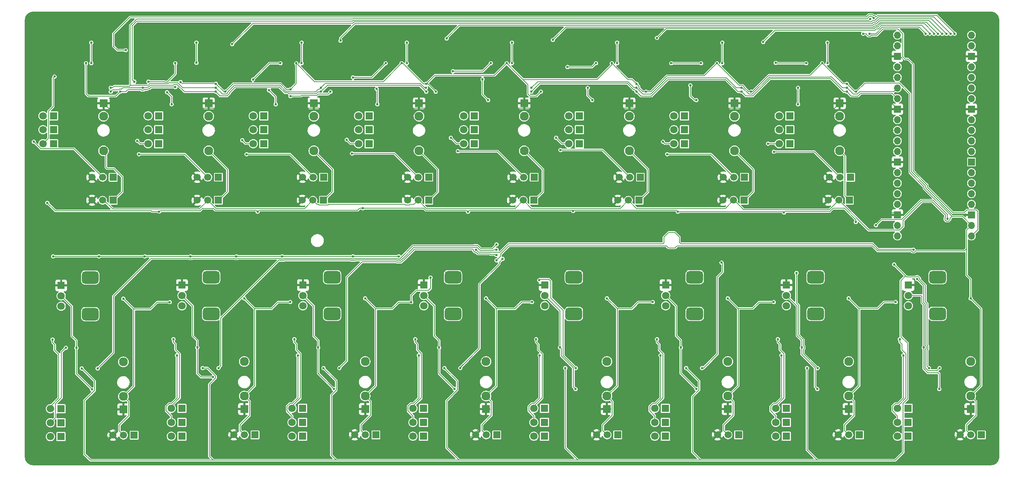
<source format=gtl>
G04 #@! TF.GenerationSoftware,KiCad,Pcbnew,9.0.3*
G04 #@! TF.CreationDate,2025-08-26T17:21:35-04:00*
G04 #@! TF.ProjectId,Oblique Palette 0.5.4 PCB Main,4f626c69-7175-4652-9050-616c65747465,0.5.5*
G04 #@! TF.SameCoordinates,Original*
G04 #@! TF.FileFunction,Copper,L1,Top*
G04 #@! TF.FilePolarity,Positive*
%FSLAX46Y46*%
G04 Gerber Fmt 4.6, Leading zero omitted, Abs format (unit mm)*
G04 Created by KiCad (PCBNEW 9.0.3) date 2025-08-26 17:21:35*
%MOMM*%
%LPD*%
G01*
G04 APERTURE LIST*
G04 Aperture macros list*
%AMRoundRect*
0 Rectangle with rounded corners*
0 $1 Rounding radius*
0 $2 $3 $4 $5 $6 $7 $8 $9 X,Y pos of 4 corners*
0 Add a 4 corners polygon primitive as box body*
4,1,4,$2,$3,$4,$5,$6,$7,$8,$9,$2,$3,0*
0 Add four circle primitives for the rounded corners*
1,1,$1+$1,$2,$3*
1,1,$1+$1,$4,$5*
1,1,$1+$1,$6,$7*
1,1,$1+$1,$8,$9*
0 Add four rect primitives between the rounded corners*
20,1,$1+$1,$2,$3,$4,$5,0*
20,1,$1+$1,$4,$5,$6,$7,0*
20,1,$1+$1,$6,$7,$8,$9,0*
20,1,$1+$1,$8,$9,$2,$3,0*%
G04 Aperture macros list end*
G04 #@! TA.AperFunction,ComponentPad*
%ADD10C,2.130000*%
G04 #@! TD*
G04 #@! TA.AperFunction,ComponentPad*
%ADD11R,1.930000X1.830000*%
G04 #@! TD*
G04 #@! TA.AperFunction,ComponentPad*
%ADD12R,1.800000X1.800000*%
G04 #@! TD*
G04 #@! TA.AperFunction,ComponentPad*
%ADD13C,1.800000*%
G04 #@! TD*
G04 #@! TA.AperFunction,ComponentPad*
%ADD14C,1.700000*%
G04 #@! TD*
G04 #@! TA.AperFunction,ComponentPad*
%ADD15R,1.700000X1.700000*%
G04 #@! TD*
G04 #@! TA.AperFunction,ComponentPad*
%ADD16RoundRect,0.750000X-1.250000X-0.750000X1.250000X-0.750000X1.250000X0.750000X-1.250000X0.750000X0*%
G04 #@! TD*
G04 #@! TA.AperFunction,ComponentPad*
%ADD17O,1.700000X1.700000*%
G04 #@! TD*
G04 #@! TA.AperFunction,ViaPad*
%ADD18C,0.600000*%
G04 #@! TD*
G04 #@! TA.AperFunction,Conductor*
%ADD19C,0.200000*%
G04 #@! TD*
G04 APERTURE END LIST*
D10*
G04 #@! TO.P,J38,TN*
G04 #@! TO.N,VCC*
X243853143Y-108034450D03*
G04 #@! TO.P,J38,T*
G04 #@! TO.N,Net-(D46-A)*
X243853143Y-99734450D03*
D11*
G04 #@! TO.P,J38,S*
G04 #@! TO.N,GNDREF*
X243853143Y-111134450D03*
G04 #@! TD*
D12*
G04 #@! TO.P,D48,1,K*
G04 #@! TO.N,Net-(D48-K)*
X228853143Y-111004450D03*
D13*
G04 #@! TO.P,D48,2,A*
G04 #@! TO.N,Net-(D48-A)*
X226313143Y-111004450D03*
G04 #@! TD*
D12*
G04 #@! TO.P,D45,1,K*
G04 #@! TO.N,Net-(D45-K)*
X228853143Y-114354450D03*
D13*
G04 #@! TO.P,D45,2,A*
G04 #@! TO.N,Net-(D45-A)*
X226313143Y-114354450D03*
G04 #@! TD*
D12*
G04 #@! TO.P,D44,1,K*
G04 #@! TO.N,Net-(D44-K)*
X228853143Y-117704450D03*
D13*
G04 #@! TO.P,D44,2,A*
G04 #@! TO.N,Net-(D44-A)*
X226313143Y-117704450D03*
G04 #@! TD*
D12*
G04 #@! TO.P,D42,1,K*
G04 #@! TO.N,Net-(D42-K)*
X199577286Y-111004450D03*
D13*
G04 #@! TO.P,D42,2,A*
G04 #@! TO.N,Net-(D42-A)*
X197037286Y-111004450D03*
G04 #@! TD*
D12*
G04 #@! TO.P,D39,1,K*
G04 #@! TO.N,Net-(D39-K)*
X199577286Y-114354450D03*
D13*
G04 #@! TO.P,D39,2,A*
G04 #@! TO.N,Net-(D39-A)*
X197037286Y-114354450D03*
G04 #@! TD*
D12*
G04 #@! TO.P,D38,1,K*
G04 #@! TO.N,Net-(D38-K)*
X199577286Y-117704450D03*
D13*
G04 #@! TO.P,D38,2,A*
G04 #@! TO.N,Net-(D38-A)*
X197037286Y-117704450D03*
G04 #@! TD*
D12*
G04 #@! TO.P,D36,1,K*
G04 #@! TO.N,Net-(D36-K)*
X170551429Y-111004450D03*
D13*
G04 #@! TO.P,D36,2,A*
G04 #@! TO.N,Net-(D36-A)*
X168011429Y-111004450D03*
G04 #@! TD*
D12*
G04 #@! TO.P,D33,1,K*
G04 #@! TO.N,Net-(D33-K)*
X170551429Y-114354450D03*
D13*
G04 #@! TO.P,D33,2,A*
G04 #@! TO.N,Net-(D33-A)*
X168011429Y-114354450D03*
G04 #@! TD*
D12*
G04 #@! TO.P,D32,1,K*
G04 #@! TO.N,Net-(D32-K)*
X170551429Y-117704450D03*
D13*
G04 #@! TO.P,D32,2,A*
G04 #@! TO.N,Net-(D32-A)*
X168011429Y-117704450D03*
G04 #@! TD*
D12*
G04 #@! TO.P,D30,1,K*
G04 #@! TO.N,Net-(D30-K)*
X141525572Y-111004450D03*
D13*
G04 #@! TO.P,D30,2,A*
G04 #@! TO.N,Net-(D30-A)*
X138985572Y-111004450D03*
G04 #@! TD*
D12*
G04 #@! TO.P,D27,1,K*
G04 #@! TO.N,Net-(D27-K)*
X141525572Y-114354450D03*
D13*
G04 #@! TO.P,D27,2,A*
G04 #@! TO.N,Net-(D27-A)*
X138985572Y-114354450D03*
G04 #@! TD*
D12*
G04 #@! TO.P,D26,1,K*
G04 #@! TO.N,Net-(D26-K)*
X141525572Y-117704450D03*
D13*
G04 #@! TO.P,D26,2,A*
G04 #@! TO.N,Net-(D26-A)*
X138985572Y-117704450D03*
G04 #@! TD*
D12*
G04 #@! TO.P,D24,1,K*
G04 #@! TO.N,Net-(D24-K)*
X112499714Y-111004450D03*
D13*
G04 #@! TO.P,D24,2,A*
G04 #@! TO.N,Net-(D24-A)*
X109959714Y-111004450D03*
G04 #@! TD*
D12*
G04 #@! TO.P,D21,1,K*
G04 #@! TO.N,Net-(D21-K)*
X112499714Y-114354450D03*
D13*
G04 #@! TO.P,D21,2,A*
G04 #@! TO.N,Net-(D21-A)*
X109959714Y-114354450D03*
G04 #@! TD*
D12*
G04 #@! TO.P,D20,1,K*
G04 #@! TO.N,Net-(D20-K)*
X112499714Y-117704450D03*
D13*
G04 #@! TO.P,D20,2,A*
G04 #@! TO.N,Net-(D20-A)*
X109959714Y-117704450D03*
G04 #@! TD*
D12*
G04 #@! TO.P,D18,1,K*
G04 #@! TO.N,Net-(D18-K)*
X83473857Y-111004450D03*
D13*
G04 #@! TO.P,D18,2,A*
G04 #@! TO.N,Net-(D18-A)*
X80933857Y-111004450D03*
G04 #@! TD*
D12*
G04 #@! TO.P,D15,1,K*
G04 #@! TO.N,Net-(D15-K)*
X83473857Y-114354450D03*
D13*
G04 #@! TO.P,D15,2,A*
G04 #@! TO.N,Net-(D15-A)*
X80933857Y-114354450D03*
G04 #@! TD*
D12*
G04 #@! TO.P,D14,1,K*
G04 #@! TO.N,Net-(D14-K)*
X83473857Y-117704450D03*
D13*
G04 #@! TO.P,D14,2,A*
G04 #@! TO.N,Net-(D14-A)*
X80933857Y-117704450D03*
G04 #@! TD*
D12*
G04 #@! TO.P,D12,1,K*
G04 #@! TO.N,Net-(D12-K)*
X54448000Y-111004450D03*
D13*
G04 #@! TO.P,D12,2,A*
G04 #@! TO.N,Net-(D12-A)*
X51908000Y-111004450D03*
G04 #@! TD*
D12*
G04 #@! TO.P,D9,1,K*
G04 #@! TO.N,Net-(D9-K)*
X54448000Y-114354450D03*
D13*
G04 #@! TO.P,D9,2,A*
G04 #@! TO.N,Net-(D9-A)*
X51908000Y-114354450D03*
G04 #@! TD*
D12*
G04 #@! TO.P,D8,1,K*
G04 #@! TO.N,Net-(D8-K)*
X54448000Y-117704450D03*
D13*
G04 #@! TO.P,D8,2,A*
G04 #@! TO.N,Net-(D8-A)*
X51908000Y-117704450D03*
G04 #@! TD*
D12*
G04 #@! TO.P,D6,1,K*
G04 #@! TO.N,Net-(D6-K)*
X25422143Y-111094450D03*
D13*
G04 #@! TO.P,D6,2,A*
G04 #@! TO.N,Net-(D6-A)*
X22882143Y-111094450D03*
G04 #@! TD*
D12*
G04 #@! TO.P,D3,1,K*
G04 #@! TO.N,Net-(D3-K)*
X25422143Y-114444450D03*
D13*
G04 #@! TO.P,D3,2,A*
G04 #@! TO.N,Net-(D3-A)*
X22882143Y-114444450D03*
G04 #@! TD*
D12*
G04 #@! TO.P,D2,1,K*
G04 #@! TO.N,Net-(D2-K)*
X25422143Y-117794450D03*
D13*
G04 #@! TO.P,D2,2,A*
G04 #@! TO.N,Net-(D2-A)*
X22882143Y-117794450D03*
G04 #@! TD*
D12*
G04 #@! TO.P,D75,1,K*
G04 #@! TO.N,Net-(D75-K)*
X175157000Y-44037000D03*
D13*
G04 #@! TO.P,D75,2,A*
G04 #@! TO.N,Net-(D75-A)*
X172617000Y-44037000D03*
G04 #@! TD*
D12*
G04 #@! TO.P,D67,1,K*
G04 #@! TO.N,Net-(D67-K)*
X124657000Y-44037000D03*
D13*
G04 #@! TO.P,D67,2,A*
G04 #@! TO.N,Net-(D67-A)*
X122117000Y-44037000D03*
G04 #@! TD*
D12*
G04 #@! TO.P,D58,1,K*
G04 #@! TO.N,Net-(D58-K)*
X74157000Y-47387000D03*
D13*
G04 #@! TO.P,D58,2,A*
G04 #@! TO.N,Net-(D58-A)*
X71617000Y-47387000D03*
G04 #@! TD*
D12*
G04 #@! TO.P,D78,1,K*
G04 #@! TO.N,Net-(D78-K)*
X200407000Y-47387000D03*
D13*
G04 #@! TO.P,D78,2,A*
G04 #@! TO.N,Net-(D78-A)*
X197867000Y-47387000D03*
G04 #@! TD*
D12*
G04 #@! TO.P,D56,1,K*
G04 #@! TO.N,Net-(D56-K)*
X48907000Y-40687000D03*
D13*
G04 #@! TO.P,D56,2,A*
G04 #@! TO.N,Net-(D56-A)*
X46367000Y-40687000D03*
G04 #@! TD*
D12*
G04 #@! TO.P,D76,1,K*
G04 #@! TO.N,Net-(D76-K)*
X175157000Y-40687000D03*
D13*
G04 #@! TO.P,D76,2,A*
G04 #@! TO.N,Net-(D76-A)*
X172617000Y-40687000D03*
G04 #@! TD*
D12*
G04 #@! TO.P,D66,1,K*
G04 #@! TO.N,Net-(D66-K)*
X124657000Y-47387000D03*
D13*
G04 #@! TO.P,D66,2,A*
G04 #@! TO.N,Net-(D66-A)*
X122117000Y-47387000D03*
G04 #@! TD*
D12*
G04 #@! TO.P,D64,1,K*
G04 #@! TO.N,Net-(D64-K)*
X99407000Y-40687000D03*
D13*
G04 #@! TO.P,D64,2,A*
G04 #@! TO.N,Net-(D64-A)*
X96867000Y-40687000D03*
G04 #@! TD*
D12*
G04 #@! TO.P,D71,1,K*
G04 #@! TO.N,Net-(D71-K)*
X149907000Y-44037000D03*
D13*
G04 #@! TO.P,D71,2,A*
G04 #@! TO.N,Net-(D71-A)*
X147367000Y-44037000D03*
G04 #@! TD*
D12*
G04 #@! TO.P,D74,1,K*
G04 #@! TO.N,Net-(D74-K)*
X175157000Y-47387000D03*
D13*
G04 #@! TO.P,D74,2,A*
G04 #@! TO.N,Net-(D74-A)*
X172617000Y-47387000D03*
G04 #@! TD*
D12*
G04 #@! TO.P,D68,1,K*
G04 #@! TO.N,Net-(D68-K)*
X124657000Y-40687000D03*
D13*
G04 #@! TO.P,D68,2,A*
G04 #@! TO.N,Net-(D68-A)*
X122117000Y-40687000D03*
G04 #@! TD*
D12*
G04 #@! TO.P,D80,1,K*
G04 #@! TO.N,Net-(D80-K)*
X200407000Y-40687000D03*
D13*
G04 #@! TO.P,D80,2,A*
G04 #@! TO.N,Net-(D80-A)*
X197867000Y-40687000D03*
G04 #@! TD*
D12*
G04 #@! TO.P,D62,1,K*
G04 #@! TO.N,Net-(D62-K)*
X99407000Y-47387000D03*
D13*
G04 #@! TO.P,D62,2,A*
G04 #@! TO.N,Net-(D62-A)*
X96867000Y-47387000D03*
G04 #@! TD*
D12*
G04 #@! TO.P,D50,1,K*
G04 #@! TO.N,Net-(D50-K)*
X23657000Y-47387000D03*
D13*
G04 #@! TO.P,D50,2,A*
G04 #@! TO.N,Net-(D50-A)*
X21117000Y-47387000D03*
G04 #@! TD*
D12*
G04 #@! TO.P,D59,1,K*
G04 #@! TO.N,Net-(D59-K)*
X74157000Y-44037000D03*
D13*
G04 #@! TO.P,D59,2,A*
G04 #@! TO.N,Net-(D59-A)*
X71617000Y-44037000D03*
G04 #@! TD*
D12*
G04 #@! TO.P,D60,1,K*
G04 #@! TO.N,Net-(D60-K)*
X74157000Y-40687000D03*
D13*
G04 #@! TO.P,D60,2,A*
G04 #@! TO.N,Net-(D60-A)*
X71617000Y-40687000D03*
G04 #@! TD*
D12*
G04 #@! TO.P,D63,1,K*
G04 #@! TO.N,Net-(D63-K)*
X99407000Y-44037000D03*
D13*
G04 #@! TO.P,D63,2,A*
G04 #@! TO.N,Net-(D63-A)*
X96867000Y-44037000D03*
G04 #@! TD*
D12*
G04 #@! TO.P,D72,1,K*
G04 #@! TO.N,Net-(D72-K)*
X149907000Y-40687000D03*
D13*
G04 #@! TO.P,D72,2,A*
G04 #@! TO.N,Net-(D72-A)*
X147367000Y-40687000D03*
G04 #@! TD*
D12*
G04 #@! TO.P,D55,1,K*
G04 #@! TO.N,Net-(D55-K)*
X48907000Y-44037000D03*
D13*
G04 #@! TO.P,D55,2,A*
G04 #@! TO.N,Net-(D55-A)*
X46367000Y-44037000D03*
G04 #@! TD*
D12*
G04 #@! TO.P,D70,1,K*
G04 #@! TO.N,Net-(D70-K)*
X149907000Y-47387000D03*
D13*
G04 #@! TO.P,D70,2,A*
G04 #@! TO.N,Net-(D70-A)*
X147367000Y-47387000D03*
G04 #@! TD*
D12*
G04 #@! TO.P,D52,1,K*
G04 #@! TO.N,Net-(D52-K)*
X23657000Y-40687000D03*
D13*
G04 #@! TO.P,D52,2,A*
G04 #@! TO.N,Net-(D52-A)*
X21117000Y-40687000D03*
G04 #@! TD*
D12*
G04 #@! TO.P,D51,1,K*
G04 #@! TO.N,Net-(D51-K)*
X23657000Y-44037000D03*
D13*
G04 #@! TO.P,D51,2,A*
G04 #@! TO.N,Net-(D51-A)*
X21117000Y-44037000D03*
G04 #@! TD*
D12*
G04 #@! TO.P,D79,1,K*
G04 #@! TO.N,Net-(D79-K)*
X200407000Y-44037000D03*
D13*
G04 #@! TO.P,D79,2,A*
G04 #@! TO.N,Net-(D79-A)*
X197867000Y-44037000D03*
G04 #@! TD*
D12*
G04 #@! TO.P,D54,1,K*
G04 #@! TO.N,Net-(D54-K)*
X48907000Y-47387000D03*
D13*
G04 #@! TO.P,D54,2,A*
G04 #@! TO.N,Net-(D54-A)*
X46367000Y-47387000D03*
G04 #@! TD*
D14*
G04 #@! TO.P,J16,3,Pin_3*
G04 #@! TO.N,GNDREF*
X37922143Y-117444450D03*
G04 #@! TO.P,J16,2,Pin_2*
G04 #@! TO.N,VCC*
X40462143Y-117444450D03*
D15*
G04 #@! TO.P,J16,1,Pin_1*
G04 #@! TO.N,Net-(J16-Pin_1)*
X43002143Y-117444450D03*
G04 #@! TD*
D10*
G04 #@! TO.P,J17,TN*
G04 #@! TO.N,VCC*
X40422143Y-108124450D03*
G04 #@! TO.P,J17,T*
G04 #@! TO.N,Net-(D4-A)*
X40422143Y-99824450D03*
D11*
G04 #@! TO.P,J17,S*
G04 #@! TO.N,GNDREF*
X40422143Y-111224450D03*
G04 #@! TD*
D16*
G04 #@! TO.P,RV1,MP,MountPin*
G04 #@! TO.N,unconnected-(RV1-MountPin-PadMP)*
X32482143Y-88344450D03*
G04 #@! TO.N,unconnected-(RV1-MountPin-PadMP)_1*
X32482143Y-79544450D03*
D13*
G04 #@! TO.P,RV1,3,3*
G04 #@! TO.N,Net-(D4-A)*
X25482143Y-86444450D03*
G04 #@! TO.P,RV1,2,2*
G04 #@! TO.N,Net-(J16-Pin_1)*
X25482143Y-83944450D03*
D12*
G04 #@! TO.P,RV1,1,1*
G04 #@! TO.N,GNDREF*
X25482143Y-81444450D03*
G04 #@! TD*
D15*
G04 #@! TO.P,J56,1,Pin_1*
G04 #@! TO.N,Net-(J56-Pin_1)*
X138972000Y-60982000D03*
D14*
G04 #@! TO.P,J56,2,Pin_2*
G04 #@! TO.N,VCC*
X136432000Y-60982000D03*
G04 #@! TO.P,J56,3,Pin_3*
G04 #@! TO.N,GNDREF*
X133892000Y-60982000D03*
G04 #@! TD*
D12*
G04 #@! TO.P,RV2,1,1*
G04 #@! TO.N,GNDREF*
X54508000Y-81354450D03*
D13*
G04 #@! TO.P,RV2,2,2*
G04 #@! TO.N,Net-(J19-Pin_1)*
X54508000Y-83854450D03*
G04 #@! TO.P,RV2,3,3*
G04 #@! TO.N,Net-(D10-A)*
X54508000Y-86354450D03*
D16*
G04 #@! TO.P,RV2,MP,MountPin*
G04 #@! TO.N,unconnected-(RV2-MountPin-PadMP)*
X61508000Y-79454450D03*
G04 #@! TO.N,unconnected-(RV2-MountPin-PadMP)_1*
X61508000Y-88254450D03*
G04 #@! TD*
D12*
G04 #@! TO.P,RV3,1,1*
G04 #@! TO.N,GNDREF*
X83533857Y-81354450D03*
D13*
G04 #@! TO.P,RV3,2,2*
G04 #@! TO.N,Net-(J22-Pin_1)*
X83533857Y-83854450D03*
G04 #@! TO.P,RV3,3,3*
G04 #@! TO.N,Net-(D16-A)*
X83533857Y-86354450D03*
D16*
G04 #@! TO.P,RV3,MP,MountPin*
G04 #@! TO.N,unconnected-(RV3-MountPin-PadMP)_1*
X90533857Y-79454450D03*
G04 #@! TO.N,unconnected-(RV3-MountPin-PadMP)*
X90533857Y-88254450D03*
G04 #@! TD*
D11*
G04 #@! TO.P,J42,S*
G04 #@! TO.N,GNDREF*
X35657000Y-37687000D03*
D10*
G04 #@! TO.P,J42,T*
G04 #@! TO.N,Net-(J40-Pin_1)*
X35657000Y-49087000D03*
G04 #@! TO.P,J42,TN*
G04 #@! TO.N,unconnected-(J42-PadTN)*
X35657000Y-40787000D03*
G04 #@! TD*
D15*
G04 #@! TO.P,J8,1,Pin_1*
G04 #@! TO.N,SERVO_4*
X113737000Y-55439010D03*
D14*
G04 #@! TO.P,J8,2,Pin_2*
G04 #@! TO.N,Net-(D61-K)*
X111197000Y-55439010D03*
G04 #@! TO.P,J8,3,Pin_3*
G04 #@! TO.N,GNDREF*
X108657000Y-55439010D03*
G04 #@! TD*
D15*
G04 #@! TO.P,J15,1,Pin_1*
G04 #@! TO.N,SERVO_7*
X189547000Y-55439010D03*
D14*
G04 #@! TO.P,J15,2,Pin_2*
G04 #@! TO.N,Net-(D73-K)*
X187007000Y-55439010D03*
G04 #@! TO.P,J15,3,Pin_3*
G04 #@! TO.N,GNDREF*
X184467000Y-55439010D03*
G04 #@! TD*
D12*
G04 #@! TO.P,RV8,1,1*
G04 #@! TO.N,GNDREF*
X228913143Y-81354450D03*
D13*
G04 #@! TO.P,RV8,2,2*
G04 #@! TO.N,Net-(J37-Pin_1)*
X228913143Y-83854450D03*
G04 #@! TO.P,RV8,3,3*
G04 #@! TO.N,Net-(D46-A)*
X228913143Y-86354450D03*
D16*
G04 #@! TO.P,RV8,MP,MountPin*
G04 #@! TO.N,unconnected-(RV8-MountPin-PadMP)_1*
X235913143Y-79454450D03*
G04 #@! TO.N,unconnected-(RV8-MountPin-PadMP)*
X235913143Y-88254450D03*
G04 #@! TD*
D11*
G04 #@! TO.P,J46,S*
G04 #@! TO.N,GNDREF*
X60907000Y-37687000D03*
D10*
G04 #@! TO.P,J46,T*
G04 #@! TO.N,Net-(J44-Pin_1)*
X60907000Y-49087000D03*
G04 #@! TO.P,J46,TN*
G04 #@! TO.N,unconnected-(J46-PadTN)*
X60907000Y-40787000D03*
G04 #@! TD*
D15*
G04 #@! TO.P,J44,1,Pin_1*
G04 #@! TO.N,Net-(J44-Pin_1)*
X63222000Y-60982000D03*
D14*
G04 #@! TO.P,J44,2,Pin_2*
G04 #@! TO.N,VCC*
X60682000Y-60982000D03*
G04 #@! TO.P,J44,3,Pin_3*
G04 #@! TO.N,GNDREF*
X58142000Y-60982000D03*
G04 #@! TD*
D15*
G04 #@! TO.P,J31,1,Pin_1*
G04 #@! TO.N,Net-(J31-Pin_1)*
X188131429Y-117354450D03*
D14*
G04 #@! TO.P,J31,2,Pin_2*
G04 #@! TO.N,VCC*
X185591429Y-117354450D03*
G04 #@! TO.P,J31,3,Pin_3*
G04 #@! TO.N,GNDREF*
X183051429Y-117354450D03*
G04 #@! TD*
D15*
G04 #@! TO.P,J12,1,Pin_1*
G04 #@! TO.N,SERVO_5*
X139047000Y-55439010D03*
D14*
G04 #@! TO.P,J12,2,Pin_2*
G04 #@! TO.N,Net-(D69-K)*
X136507000Y-55439010D03*
G04 #@! TO.P,J12,3,Pin_3*
G04 #@! TO.N,GNDREF*
X133967000Y-55439010D03*
G04 #@! TD*
D12*
G04 #@! TO.P,RV4,1,1*
G04 #@! TO.N,GNDREF*
X112559714Y-81354450D03*
D13*
G04 #@! TO.P,RV4,2,2*
G04 #@! TO.N,Net-(J25-Pin_1)*
X112559714Y-83854450D03*
G04 #@! TO.P,RV4,3,3*
G04 #@! TO.N,Net-(D22-A)*
X112559714Y-86354450D03*
D16*
G04 #@! TO.P,RV4,MP,MountPin*
G04 #@! TO.N,unconnected-(RV4-MountPin-PadMP)_1*
X119559714Y-79454450D03*
G04 #@! TO.N,unconnected-(RV4-MountPin-PadMP)*
X119559714Y-88254450D03*
G04 #@! TD*
D15*
G04 #@! TO.P,J10,1,Pin_1*
G04 #@! TO.N,SERVO_6*
X164547000Y-55439010D03*
D14*
G04 #@! TO.P,J10,2,Pin_2*
G04 #@! TO.N,Net-(D65-K)*
X162007000Y-55439010D03*
G04 #@! TO.P,J10,3,Pin_3*
G04 #@! TO.N,GNDREF*
X159467000Y-55439010D03*
G04 #@! TD*
D12*
G04 #@! TO.P,RV5,1,1*
G04 #@! TO.N,GNDREF*
X141585572Y-81354450D03*
D13*
G04 #@! TO.P,RV5,2,2*
G04 #@! TO.N,Net-(J28-Pin_1)*
X141585572Y-83854450D03*
G04 #@! TO.P,RV5,3,3*
G04 #@! TO.N,Net-(D28-A)*
X141585572Y-86354450D03*
D16*
G04 #@! TO.P,RV5,MP,MountPin*
G04 #@! TO.N,unconnected-(RV5-MountPin-PadMP)*
X148585572Y-79454450D03*
G04 #@! TO.N,unconnected-(RV5-MountPin-PadMP)_1*
X148585572Y-88254450D03*
G04 #@! TD*
D15*
G04 #@! TO.P,J25,1,Pin_1*
G04 #@! TO.N,Net-(J25-Pin_1)*
X130079714Y-117354450D03*
D14*
G04 #@! TO.P,J25,2,Pin_2*
G04 #@! TO.N,VCC*
X127539714Y-117354450D03*
G04 #@! TO.P,J25,3,Pin_3*
G04 #@! TO.N,GNDREF*
X124999714Y-117354450D03*
G04 #@! TD*
D11*
G04 #@! TO.P,J20,S*
G04 #@! TO.N,GNDREF*
X69448000Y-111134450D03*
D10*
G04 #@! TO.P,J20,T*
G04 #@! TO.N,Net-(D10-A)*
X69448000Y-99734450D03*
G04 #@! TO.P,J20,TN*
G04 #@! TO.N,VCC*
X69448000Y-108034450D03*
G04 #@! TD*
D15*
G04 #@! TO.P,J40,1,Pin_1*
G04 #@! TO.N,Net-(J40-Pin_1)*
X37972000Y-60982000D03*
D14*
G04 #@! TO.P,J40,2,Pin_2*
G04 #@! TO.N,VCC*
X35432000Y-60982000D03*
G04 #@! TO.P,J40,3,Pin_3*
G04 #@! TO.N,GNDREF*
X32892000Y-60982000D03*
G04 #@! TD*
D11*
G04 #@! TO.P,J32,S*
G04 #@! TO.N,GNDREF*
X185551429Y-111134450D03*
D10*
G04 #@! TO.P,J32,T*
G04 #@! TO.N,Net-(D34-A)*
X185551429Y-99734450D03*
G04 #@! TO.P,J32,TN*
G04 #@! TO.N,VCC*
X185551429Y-108034450D03*
G04 #@! TD*
D15*
G04 #@! TO.P,J1,1,Pin_1*
G04 #@! TO.N,SERVO_1*
X37962903Y-55456998D03*
D14*
G04 #@! TO.P,J1,2,Pin_2*
G04 #@! TO.N,Net-(D1-K)*
X35422903Y-55456998D03*
G04 #@! TO.P,J1,3,Pin_3*
G04 #@! TO.N,GNDREF*
X32882903Y-55456998D03*
G04 #@! TD*
D15*
G04 #@! TO.P,J22,1,Pin_1*
G04 #@! TO.N,Net-(J22-Pin_1)*
X101053857Y-117354450D03*
D14*
G04 #@! TO.P,J22,2,Pin_2*
G04 #@! TO.N,VCC*
X98513857Y-117354450D03*
G04 #@! TO.P,J22,3,Pin_3*
G04 #@! TO.N,GNDREF*
X95973857Y-117354450D03*
G04 #@! TD*
D11*
G04 #@! TO.P,J66,S*
G04 #@! TO.N,GNDREF*
X187157000Y-37687000D03*
D10*
G04 #@! TO.P,J66,T*
G04 #@! TO.N,Net-(J64-Pin_1)*
X187157000Y-49087000D03*
G04 #@! TO.P,J66,TN*
G04 #@! TO.N,unconnected-(J66-PadTN)*
X187157000Y-40787000D03*
G04 #@! TD*
D15*
G04 #@! TO.P,J28,1,Pin_1*
G04 #@! TO.N,Net-(J28-Pin_1)*
X159105572Y-117354450D03*
D14*
G04 #@! TO.P,J28,2,Pin_2*
G04 #@! TO.N,VCC*
X156565572Y-117354450D03*
G04 #@! TO.P,J28,3,Pin_3*
G04 #@! TO.N,GNDREF*
X154025572Y-117354450D03*
G04 #@! TD*
D12*
G04 #@! TO.P,RV6,1,1*
G04 #@! TO.N,GNDREF*
X170611429Y-81354450D03*
D13*
G04 #@! TO.P,RV6,2,2*
G04 #@! TO.N,Net-(J31-Pin_1)*
X170611429Y-83854450D03*
G04 #@! TO.P,RV6,3,3*
G04 #@! TO.N,Net-(D34-A)*
X170611429Y-86354450D03*
D16*
G04 #@! TO.P,RV6,MP,MountPin*
G04 #@! TO.N,unconnected-(RV6-MountPin-PadMP)*
X177611429Y-79454450D03*
G04 #@! TO.N,unconnected-(RV6-MountPin-PadMP)_1*
X177611429Y-88254450D03*
G04 #@! TD*
D11*
G04 #@! TO.P,J62,S*
G04 #@! TO.N,GNDREF*
X161907000Y-37687000D03*
D10*
G04 #@! TO.P,J62,T*
G04 #@! TO.N,Net-(J60-Pin_1)*
X161907000Y-49087000D03*
G04 #@! TO.P,J62,TN*
G04 #@! TO.N,unconnected-(J62-PadTN)*
X161907000Y-40787000D03*
G04 #@! TD*
D15*
G04 #@! TO.P,J19,1,Pin_1*
G04 #@! TO.N,Net-(J19-Pin_1)*
X72028000Y-117354450D03*
D14*
G04 #@! TO.P,J19,2,Pin_2*
G04 #@! TO.N,VCC*
X69488000Y-117354450D03*
G04 #@! TO.P,J19,3,Pin_3*
G04 #@! TO.N,GNDREF*
X66948000Y-117354450D03*
G04 #@! TD*
D15*
G04 #@! TO.P,J64,1,Pin_1*
G04 #@! TO.N,Net-(J64-Pin_1)*
X189472000Y-60982000D03*
D14*
G04 #@! TO.P,J64,2,Pin_2*
G04 #@! TO.N,VCC*
X186932000Y-60982000D03*
G04 #@! TO.P,J64,3,Pin_3*
G04 #@! TO.N,GNDREF*
X184392000Y-60982000D03*
G04 #@! TD*
D15*
G04 #@! TO.P,J34,1,Pin_1*
G04 #@! TO.N,Net-(J34-Pin_1)*
X217157286Y-117354450D03*
D14*
G04 #@! TO.P,J34,2,Pin_2*
G04 #@! TO.N,VCC*
X214617286Y-117354450D03*
G04 #@! TO.P,J34,3,Pin_3*
G04 #@! TO.N,GNDREF*
X212077286Y-117354450D03*
G04 #@! TD*
D11*
G04 #@! TO.P,J35,S*
G04 #@! TO.N,GNDREF*
X214577286Y-111134450D03*
D10*
G04 #@! TO.P,J35,T*
G04 #@! TO.N,Net-(D40-A)*
X214577286Y-99734450D03*
G04 #@! TO.P,J35,TN*
G04 #@! TO.N,VCC*
X214577286Y-108034450D03*
G04 #@! TD*
D11*
G04 #@! TO.P,J23,S*
G04 #@! TO.N,GNDREF*
X98473857Y-111134450D03*
D10*
G04 #@! TO.P,J23,T*
G04 #@! TO.N,Net-(D16-A)*
X98473857Y-99734450D03*
G04 #@! TO.P,J23,TN*
G04 #@! TO.N,VCC*
X98473857Y-108034450D03*
G04 #@! TD*
D15*
G04 #@! TO.P,J68,1,Pin_1*
G04 #@! TO.N,Net-(J68-Pin_1)*
X214722000Y-60982000D03*
D14*
G04 #@! TO.P,J68,2,Pin_2*
G04 #@! TO.N,VCC*
X212182000Y-60982000D03*
G04 #@! TO.P,J68,3,Pin_3*
G04 #@! TO.N,GNDREF*
X209642000Y-60982000D03*
G04 #@! TD*
D11*
G04 #@! TO.P,J29,S*
G04 #@! TO.N,GNDREF*
X156525572Y-111134450D03*
D10*
G04 #@! TO.P,J29,T*
G04 #@! TO.N,Net-(D28-A)*
X156525572Y-99734450D03*
G04 #@! TO.P,J29,TN*
G04 #@! TO.N,VCC*
X156525572Y-108034450D03*
G04 #@! TD*
D11*
G04 #@! TO.P,J58,S*
G04 #@! TO.N,GNDREF*
X136657000Y-37687000D03*
D10*
G04 #@! TO.P,J58,T*
G04 #@! TO.N,Net-(J56-Pin_1)*
X136657000Y-49087000D03*
G04 #@! TO.P,J58,TN*
G04 #@! TO.N,unconnected-(J58-PadTN)*
X136657000Y-40787000D03*
G04 #@! TD*
D15*
G04 #@! TO.P,J6,1,Pin_1*
G04 #@! TO.N,SERVO_3*
X88487000Y-55439010D03*
D14*
G04 #@! TO.P,J6,2,Pin_2*
G04 #@! TO.N,Net-(D57-K)*
X85947000Y-55439010D03*
G04 #@! TO.P,J6,3,Pin_3*
G04 #@! TO.N,GNDREF*
X83407000Y-55439010D03*
G04 #@! TD*
D11*
G04 #@! TO.P,J70,S*
G04 #@! TO.N,GNDREF*
X212407000Y-37687000D03*
D10*
G04 #@! TO.P,J70,T*
G04 #@! TO.N,Net-(J68-Pin_1)*
X212407000Y-49087000D03*
G04 #@! TO.P,J70,TN*
G04 #@! TO.N,unconnected-(J70-PadTN)*
X212407000Y-40787000D03*
G04 #@! TD*
D11*
G04 #@! TO.P,J26,S*
G04 #@! TO.N,GNDREF*
X127499714Y-111134450D03*
D10*
G04 #@! TO.P,J26,T*
G04 #@! TO.N,Net-(D22-A)*
X127499714Y-99734450D03*
G04 #@! TO.P,J26,TN*
G04 #@! TO.N,VCC*
X127499714Y-108034450D03*
G04 #@! TD*
D15*
G04 #@! TO.P,J37,1,Pin_1*
G04 #@! TO.N,Net-(J37-Pin_1)*
X246433143Y-117354450D03*
D14*
G04 #@! TO.P,J37,2,Pin_2*
G04 #@! TO.N,VCC*
X243893143Y-117354450D03*
G04 #@! TO.P,J37,3,Pin_3*
G04 #@! TO.N,GNDREF*
X241353143Y-117354450D03*
G04 #@! TD*
D11*
G04 #@! TO.P,J54,S*
G04 #@! TO.N,GNDREF*
X111407000Y-37687000D03*
D10*
G04 #@! TO.P,J54,T*
G04 #@! TO.N,Net-(J52-Pin_1)*
X111407000Y-49087000D03*
G04 #@! TO.P,J54,TN*
G04 #@! TO.N,unconnected-(J54-PadTN)*
X111407000Y-40787000D03*
G04 #@! TD*
D15*
G04 #@! TO.P,J3,1,Pin_1*
G04 #@! TO.N,SERVO_2*
X63237000Y-55439010D03*
D14*
G04 #@! TO.P,J3,2,Pin_2*
G04 #@! TO.N,Net-(D53-K)*
X60697000Y-55439010D03*
G04 #@! TO.P,J3,3,Pin_3*
G04 #@! TO.N,GNDREF*
X58157000Y-55439010D03*
G04 #@! TD*
D15*
G04 #@! TO.P,J48,1,Pin_1*
G04 #@! TO.N,Net-(J48-Pin_1)*
X88472000Y-60982000D03*
D14*
G04 #@! TO.P,J48,2,Pin_2*
G04 #@! TO.N,VCC*
X85932000Y-60982000D03*
G04 #@! TO.P,J48,3,Pin_3*
G04 #@! TO.N,GNDREF*
X83392000Y-60982000D03*
G04 #@! TD*
D12*
G04 #@! TO.P,RV7,1,1*
G04 #@! TO.N,GNDREF*
X199637286Y-81354450D03*
D13*
G04 #@! TO.P,RV7,2,2*
G04 #@! TO.N,Net-(J34-Pin_1)*
X199637286Y-83854450D03*
G04 #@! TO.P,RV7,3,3*
G04 #@! TO.N,Net-(D40-A)*
X199637286Y-86354450D03*
D16*
G04 #@! TO.P,RV7,MP,MountPin*
G04 #@! TO.N,unconnected-(RV7-MountPin-PadMP)_1*
X206637286Y-79454450D03*
G04 #@! TO.N,unconnected-(RV7-MountPin-PadMP)*
X206637286Y-88254450D03*
G04 #@! TD*
D15*
G04 #@! TO.P,J18,1,Pin_1*
G04 #@! TO.N,SERVO_8*
X215047000Y-55457000D03*
D14*
G04 #@! TO.P,J18,2,Pin_2*
G04 #@! TO.N,Net-(D77-K)*
X212507000Y-55457000D03*
G04 #@! TO.P,J18,3,Pin_3*
G04 #@! TO.N,GNDREF*
X209967000Y-55457000D03*
G04 #@! TD*
D15*
G04 #@! TO.P,J52,1,Pin_1*
G04 #@! TO.N,Net-(J52-Pin_1)*
X113722000Y-60982000D03*
D14*
G04 #@! TO.P,J52,2,Pin_2*
G04 #@! TO.N,VCC*
X111182000Y-60982000D03*
G04 #@! TO.P,J52,3,Pin_3*
G04 #@! TO.N,GNDREF*
X108642000Y-60982000D03*
G04 #@! TD*
D11*
G04 #@! TO.P,J50,S*
G04 #@! TO.N,GNDREF*
X86157000Y-37687000D03*
D10*
G04 #@! TO.P,J50,T*
G04 #@! TO.N,Net-(J48-Pin_1)*
X86157000Y-49087000D03*
G04 #@! TO.P,J50,TN*
G04 #@! TO.N,unconnected-(J50-PadTN)*
X86157000Y-40787000D03*
G04 #@! TD*
D15*
G04 #@! TO.P,J60,1,Pin_1*
G04 #@! TO.N,Net-(J60-Pin_1)*
X164222000Y-60982000D03*
D14*
G04 #@! TO.P,J60,2,Pin_2*
G04 #@! TO.N,VCC*
X161682000Y-60982000D03*
G04 #@! TO.P,J60,3,Pin_3*
G04 #@! TO.N,GNDREF*
X159142000Y-60982000D03*
G04 #@! TD*
D17*
G04 #@! TO.P,U2,1,GPIO0*
G04 #@! TO.N,SDA_0*
X226267000Y-69557000D03*
G04 #@! TO.P,U2,2,GPIO1*
G04 #@! TO.N,SCL_0*
X226267000Y-67017000D03*
D15*
G04 #@! TO.P,U2,3,GND*
G04 #@! TO.N,GNDREF*
X226267000Y-64477000D03*
D17*
G04 #@! TO.P,U2,4,GPIO2*
G04 #@! TO.N,SERVO_1*
X226267000Y-61937000D03*
G04 #@! TO.P,U2,5,GPIO3*
G04 #@! TO.N,SERVO_2*
X226267000Y-59397000D03*
G04 #@! TO.P,U2,6,GPIO4*
G04 #@! TO.N,SERVO_3*
X226267000Y-56857000D03*
G04 #@! TO.P,U2,7,GPIO5*
G04 #@! TO.N,SERVO_4*
X226267000Y-54317000D03*
D15*
G04 #@! TO.P,U2,8,GND*
G04 #@! TO.N,GNDREF*
X226267000Y-51777000D03*
D17*
G04 #@! TO.P,U2,9,GPIO6*
G04 #@! TO.N,SERVO_5*
X226267000Y-49237000D03*
G04 #@! TO.P,U2,10,GPIO7*
G04 #@! TO.N,SERVO_6*
X226267000Y-46697000D03*
G04 #@! TO.P,U2,11,GPIO8*
G04 #@! TO.N,SERVO_7*
X226267000Y-44157000D03*
G04 #@! TO.P,U2,12,GPIO9*
G04 #@! TO.N,SERVO_8*
X226267000Y-41617000D03*
D15*
G04 #@! TO.P,U2,13,GND*
G04 #@! TO.N,GNDREF*
X226267000Y-39077000D03*
D17*
G04 #@! TO.P,U2,14,GPIO10*
G04 #@! TO.N,SDA_1*
X226267000Y-36537000D03*
G04 #@! TO.P,U2,15,GPIO11*
G04 #@! TO.N,SCL_1*
X226267000Y-33997000D03*
G04 #@! TO.P,U2,16,GPIO12*
G04 #@! TO.N,unconnected-(U2-GPIO12-Pad16)_1*
X226267000Y-31457000D03*
G04 #@! TO.P,U2,17,GPIO13*
G04 #@! TO.N,unconnected-(U2-GPIO13-Pad17)*
X226267000Y-28917000D03*
D15*
G04 #@! TO.P,U2,18,GND*
G04 #@! TO.N,GNDREF*
X226267000Y-26377000D03*
D17*
G04 #@! TO.P,U2,19,GPIO14*
G04 #@! TO.N,unconnected-(U2-GPIO14-Pad19)*
X226267000Y-23837000D03*
G04 #@! TO.P,U2,20,GPIO15*
G04 #@! TO.N,unconnected-(U2-GPIO15-Pad20)*
X226267000Y-21297000D03*
G04 #@! TO.P,U2,21,GPIO16*
G04 #@! TO.N,unconnected-(U2-GPIO16-Pad21)*
X244047000Y-21297000D03*
G04 #@! TO.P,U2,22,GPIO17*
G04 #@! TO.N,Net-(U1-C)*
X244047000Y-23837000D03*
D15*
G04 #@! TO.P,U2,23,GND*
G04 #@! TO.N,GNDREF*
X244047000Y-26377000D03*
D17*
G04 #@! TO.P,U2,24,GPIO18*
G04 #@! TO.N,unconnected-(U2-GPIO18-Pad24)*
X244047000Y-28917000D03*
G04 #@! TO.P,U2,25,GPIO19*
G04 #@! TO.N,unconnected-(U2-GPIO19-Pad25)*
X244047000Y-31457000D03*
G04 #@! TO.P,U2,26,GPIO20*
G04 #@! TO.N,Net-(U1-B)*
X244047000Y-33997000D03*
G04 #@! TO.P,U2,27,GPIO21*
G04 #@! TO.N,Net-(U1-A)*
X244047000Y-36537000D03*
D15*
G04 #@! TO.P,U2,28,GND*
G04 #@! TO.N,GNDREF*
X244047000Y-39077000D03*
D17*
G04 #@! TO.P,U2,29,GPIO22*
G04 #@! TO.N,unconnected-(U2-GPIO22-Pad29)*
X244047000Y-41617000D03*
G04 #@! TO.P,U2,30,RUN*
G04 #@! TO.N,unconnected-(U2-RUN-Pad30)*
X244047000Y-44157000D03*
G04 #@! TO.P,U2,31,GPIO26_ADC0*
G04 #@! TO.N,unconnected-(U2-GPIO26_ADC0-Pad31)*
X244047000Y-46697000D03*
G04 #@! TO.P,U2,32,GPIO27_ADC1*
G04 #@! TO.N,unconnected-(U2-GPIO27_ADC1-Pad32)_1*
X244047000Y-49237000D03*
D15*
G04 #@! TO.P,U2,33,AGND*
G04 #@! TO.N,unconnected-(U2-AGND-Pad33)*
X244047000Y-51777000D03*
D17*
G04 #@! TO.P,U2,34,GPIO28_ADC2*
G04 #@! TO.N,Net-(U1-X)*
X244047000Y-54317000D03*
G04 #@! TO.P,U2,35,ADC_VREF*
G04 #@! TO.N,unconnected-(U2-ADC_VREF-Pad35)*
X244047000Y-56857000D03*
G04 #@! TO.P,U2,36,3V3*
G04 #@! TO.N,+3.3V*
X244047000Y-59397000D03*
G04 #@! TO.P,U2,37,3V3_EN*
G04 #@! TO.N,unconnected-(U2-3V3_EN-Pad37)*
X244047000Y-61937000D03*
D15*
G04 #@! TO.P,U2,38,GND*
G04 #@! TO.N,GNDREF*
X244047000Y-64477000D03*
D17*
G04 #@! TO.P,U2,39,VSYS*
G04 #@! TO.N,VCC*
X244047000Y-67017000D03*
G04 #@! TO.P,U2,40,VBUS*
G04 #@! TO.N,Vser*
X244047000Y-69557000D03*
G04 #@! TD*
D18*
G04 #@! TO.N,SERVO_1*
X41000000Y-24910000D03*
G04 #@! TO.N,Net-(J16-Pin_1)*
X32889298Y-106444450D03*
G04 #@! TO.N,Net-(D6-A)*
X23422143Y-94444450D03*
G04 #@! TO.N,GNDREF*
X32922143Y-117944450D03*
G04 #@! TO.N,Net-(J16-Pin_1)*
X29152143Y-96444450D03*
G04 #@! TO.N,VCC*
X40422143Y-84644450D03*
G04 #@! TO.N,Net-(D3-A)*
X26612143Y-96444450D03*
G04 #@! TO.N,Net-(D77-K)*
X196603302Y-49306698D03*
G04 #@! TO.N,Net-(D73-K)*
X171000000Y-49910000D03*
G04 #@! TO.N,Net-(D65-K)*
X145364000Y-48910000D03*
G04 #@! TO.N,Net-(D69-K)*
X120728302Y-49181698D03*
G04 #@! TO.N,Net-(D61-K)*
X95326367Y-49740753D03*
G04 #@! TO.N,Net-(D57-K)*
X70000000Y-49910000D03*
G04 #@! TO.N,Net-(D53-K)*
X44165000Y-49910000D03*
G04 #@! TO.N,Net-(D1-K)*
X18915000Y-46910000D03*
G04 #@! TO.N,GNDREF*
X178051429Y-117854450D03*
X119999714Y-117854450D03*
X217047000Y-51957000D03*
X61948000Y-117854450D03*
X39047000Y-23457000D03*
X90973857Y-117854450D03*
X208197000Y-23107000D03*
X228547000Y-26377000D03*
X219047000Y-60957000D03*
X41913308Y-18240749D03*
X202874062Y-21010240D03*
X236353143Y-117854450D03*
X207077286Y-117854450D03*
X149025572Y-117854450D03*
G04 #@! TO.N,Net-(D66-A)*
X119547000Y-29957000D03*
X128637000Y-28047000D03*
X119047000Y-45957000D03*
G04 #@! TO.N,+3.3V*
X175551429Y-101304450D03*
X199047000Y-63909490D03*
X123157000Y-63727500D03*
X173547000Y-63727500D03*
X117499714Y-101304450D03*
X216290607Y-66200607D03*
X221134500Y-66957000D03*
X30422143Y-101394450D03*
X97907000Y-62910000D03*
X233853143Y-101304450D03*
X225500000Y-76410000D03*
X148407000Y-63557000D03*
X204577286Y-101304450D03*
X59448000Y-101304450D03*
X146525572Y-101304450D03*
X22157000Y-61597000D03*
X72657000Y-63727500D03*
X88473857Y-101304450D03*
X49000000Y-63697000D03*
X238261395Y-65411844D03*
G04 #@! TO.N,Net-(U18C--)*
X101407000Y-37910000D03*
X101241427Y-34229179D03*
G04 #@! TO.N,Net-(J19-Pin_1)*
X58178000Y-96354450D03*
X61964547Y-103454450D03*
G04 #@! TO.N,Net-(J22-Pin_1)*
X87203857Y-96354450D03*
X90941012Y-106354450D03*
G04 #@! TO.N,Net-(J25-Pin_1)*
X116229714Y-96354450D03*
X119966869Y-106354450D03*
G04 #@! TO.N,Net-(J28-Pin_1)*
X148992727Y-106354450D03*
X145255572Y-96354450D03*
G04 #@! TO.N,Net-(D70-A)*
X153887000Y-28047000D03*
X147047000Y-28957000D03*
X144323918Y-45957000D03*
G04 #@! TO.N,Net-(J31-Pin_1)*
X178018584Y-106354450D03*
X174281429Y-96354450D03*
G04 #@! TO.N,Net-(J34-Pin_1)*
X207044441Y-106354450D03*
X203307286Y-96354450D03*
G04 #@! TO.N,Net-(J37-Pin_1)*
X236320298Y-106354450D03*
X232583143Y-96354450D03*
G04 #@! TO.N,/Input 7/ANALOG_CHANNEL*
X202047000Y-78457000D03*
X207117286Y-101304450D03*
G04 #@! TO.N,Net-(D74-A)*
X170000000Y-46910000D03*
X171957000Y-28047000D03*
X179137000Y-28047000D03*
G04 #@! TO.N,Net-(D39-A)*
X198427286Y-98254450D03*
G04 #@! TO.N,Net-(D33-A)*
X169401429Y-98254450D03*
G04 #@! TO.N,Net-(D36-A)*
X168551429Y-94354450D03*
G04 #@! TO.N,Net-(D27-A)*
X140375572Y-98254450D03*
G04 #@! TO.N,/Input 4/ANALOG_CHANNEL*
X131473048Y-75070927D03*
X121309714Y-101304450D03*
G04 #@! TO.N,Net-(D9-A)*
X53298000Y-98254450D03*
G04 #@! TO.N,Net-(D12-A)*
X52448000Y-94354450D03*
G04 #@! TO.N,/Input 5/ANALOG_CHANNEL*
X140264143Y-80185380D03*
X149065572Y-101304450D03*
G04 #@! TO.N,Net-(D15-A)*
X82323857Y-98254450D03*
G04 #@! TO.N,Net-(D78-A)*
X197047000Y-27957000D03*
X195216000Y-47369620D03*
X204387000Y-28047000D03*
G04 #@! TO.N,Net-(D18-A)*
X81473857Y-94354450D03*
G04 #@! TO.N,Net-(D48-A)*
X226853143Y-94354450D03*
G04 #@! TO.N,Net-(D45-A)*
X227703143Y-98254450D03*
G04 #@! TO.N,Net-(D62-A)*
X95547000Y-31457000D03*
X103387000Y-28047000D03*
X94047000Y-46457000D03*
G04 #@! TO.N,Net-(D24-A)*
X110499714Y-94354450D03*
G04 #@! TO.N,Net-(D21-A)*
X111349714Y-98254450D03*
G04 #@! TO.N,Net-(D30-A)*
X139525572Y-94354450D03*
G04 #@! TO.N,Net-(D42-A)*
X197577286Y-94354450D03*
G04 #@! TO.N,Net-(D50-A)*
X23892817Y-31257629D03*
G04 #@! TO.N,/Input 1/ANALOG_CHANNEL*
X130022000Y-71592000D03*
X34232143Y-101394450D03*
G04 #@! TO.N,Net-(D54-A)*
X52887000Y-28047000D03*
X46447000Y-32457000D03*
X43764000Y-46707000D03*
G04 #@! TO.N,Net-(U1-X)*
X125072000Y-72862000D03*
X230137865Y-72848865D03*
G04 #@! TO.N,Net-(D58-A)*
X68964000Y-46560005D03*
X78137000Y-28047000D03*
X71547000Y-31957000D03*
G04 #@! TO.N,SERVO_1*
X240000000Y-20953835D03*
G04 #@! TO.N,/Input 6/ANALOG_CHANNEL*
X179361429Y-101304450D03*
X184047000Y-75957000D03*
G04 #@! TO.N,Net-(U16C--)*
X75385278Y-34560000D03*
X77000000Y-37910000D03*
G04 #@! TO.N,SERVO_2*
X239047000Y-20970731D03*
X66547000Y-23457000D03*
G04 #@! TO.N,SERVO_3*
X92547000Y-22607000D03*
X238047000Y-20970731D03*
G04 #@! TO.N,SERVO_4*
X237047000Y-20970731D03*
X118047000Y-22107000D03*
G04 #@! TO.N,/Input 8/ANALOG_CHANNEL*
X236393143Y-101304450D03*
X231000000Y-79910000D03*
G04 #@! TO.N,SERVO_6*
X235047000Y-20970731D03*
X168547000Y-21957000D03*
G04 #@! TO.N,SERVO_7*
X234047000Y-20957000D03*
X194047000Y-22957000D03*
G04 #@! TO.N,SERVO_8*
X233047000Y-20957000D03*
X219547000Y-20958000D03*
G04 #@! TO.N,/Input 2/ANALOG_CHANNEL*
X130022000Y-72857000D03*
X63258000Y-101304450D03*
G04 #@! TO.N,/Input 3/ANALOG_CHANNEL*
X130022000Y-74132000D03*
X92283857Y-101304450D03*
G04 #@! TO.N,Vser*
X67547000Y-74457000D03*
X56547000Y-74457000D03*
X45547000Y-74457000D03*
X78547000Y-74457000D03*
X34547000Y-74457000D03*
X95547000Y-74457000D03*
X23547000Y-74457000D03*
X106547000Y-74457000D03*
X218047000Y-20957000D03*
G04 #@! TO.N,SCL_0*
X62632000Y-33947000D03*
X37382000Y-33947000D03*
X87882000Y-33947000D03*
X113047000Y-33957000D03*
X220579168Y-17198000D03*
G04 #@! TO.N,SDA_0*
X113132000Y-34897000D03*
X87882000Y-34897000D03*
X219774826Y-17392719D03*
X45047000Y-33957000D03*
X37382000Y-34897000D03*
X43047000Y-32457000D03*
X62632000Y-34897000D03*
G04 #@! TO.N,Net-(U14C--)*
X52000000Y-37910000D03*
X50907000Y-35008000D03*
G04 #@! TO.N,SDA_1*
X188882000Y-34897000D03*
X138382000Y-34897000D03*
X163632000Y-34897000D03*
X214132000Y-34897000D03*
G04 #@! TO.N,SCL_1*
X163632000Y-33947000D03*
X214132000Y-33947000D03*
X138382000Y-33947000D03*
X188866396Y-33962604D03*
G04 #@! TO.N,Net-(U20C--)*
X126657000Y-31910000D03*
X128000000Y-36910000D03*
G04 #@! TO.N,Net-(U22C--)*
X153000000Y-36910000D03*
X151907000Y-33957000D03*
G04 #@! TO.N,Net-(U24C--)*
X176555000Y-33355000D03*
X178000000Y-36910000D03*
G04 #@! TO.N,Net-(U26C--)*
X202407000Y-33957000D03*
X202407000Y-37910000D03*
G04 #@! TO.N,SERVO_5*
X143547000Y-22457000D03*
X236047000Y-20970731D03*
G04 #@! TO.N,VCC*
X39657000Y-34897000D03*
X90157000Y-34897000D03*
X165907000Y-34897000D03*
X157697000Y-28047000D03*
X64907000Y-34897000D03*
X81947000Y-28047000D03*
X98473857Y-84554450D03*
X185551429Y-84554450D03*
X156525572Y-84554450D03*
X225853143Y-85441950D03*
X62632000Y-32997000D03*
X214132000Y-32997000D03*
X130022000Y-75402000D03*
X109547000Y-85457000D03*
X54128833Y-32538833D03*
X80547000Y-35959000D03*
X52878833Y-33788833D03*
X114169990Y-79579990D03*
X31447000Y-28047000D03*
X196577286Y-85441950D03*
X138525572Y-85441950D03*
X115407000Y-34897000D03*
X127499714Y-84554450D03*
X216407000Y-34897000D03*
X208197000Y-28047000D03*
X69448000Y-84554450D03*
X80547000Y-34357000D03*
X51547000Y-85457000D03*
X80473857Y-85441950D03*
X107197000Y-28047000D03*
X132447000Y-28047000D03*
X113132000Y-32997000D03*
X182947000Y-28047000D03*
X163632000Y-32997000D03*
X191157000Y-34897000D03*
X214577286Y-84554450D03*
X140657000Y-34897000D03*
X243853143Y-84554450D03*
X167551429Y-85441950D03*
G04 #@! TO.N,Net-(U12A-+)*
X32717000Y-23097000D03*
X32717000Y-28047000D03*
G04 #@! TO.N,Net-(U14A-+)*
X57968000Y-27957000D03*
X57967000Y-23097000D03*
G04 #@! TO.N,Net-(U16A-+)*
X83217000Y-23097000D03*
X83217000Y-28047000D03*
G04 #@! TO.N,Net-(U18A-+)*
X108467000Y-28047000D03*
X108467000Y-23097000D03*
G04 #@! TO.N,Net-(U20A-+)*
X133717000Y-23097000D03*
X133717000Y-28047000D03*
G04 #@! TO.N,Net-(U22A-+)*
X158967000Y-28047000D03*
X158967000Y-23097000D03*
G04 #@! TO.N,Net-(U24A-+)*
X184217000Y-23097000D03*
X184217000Y-28047000D03*
G04 #@! TO.N,Net-(U26A-+)*
X209467000Y-23097000D03*
X209467000Y-28047000D03*
G04 #@! TD*
D19*
G04 #@! TO.N,SERVO_1*
X39000000Y-24910000D02*
X41000000Y-24910000D01*
X38023500Y-20933500D02*
X42000000Y-16957000D01*
X38000000Y-23910000D02*
X39000000Y-24910000D01*
X38023500Y-20933500D02*
X38023500Y-23886500D01*
X38023500Y-23886500D02*
X38000000Y-23910000D01*
X219380900Y-16356000D02*
X220241921Y-16356000D01*
X95278600Y-16957000D02*
X95299796Y-16935804D01*
X220482921Y-16597000D02*
X220828111Y-16597000D01*
X42000000Y-16957000D02*
X95278600Y-16957000D01*
X218801096Y-16935804D02*
X219380900Y-16356000D01*
X240000000Y-20775800D02*
X240000000Y-20953835D01*
X95299796Y-16935804D02*
X218801096Y-16935804D01*
X220241921Y-16356000D02*
X220482921Y-16597000D01*
X220828111Y-16597000D02*
X221145561Y-16914450D01*
X221145561Y-16914450D02*
X221504011Y-16556000D01*
X221504011Y-16556000D02*
X235780200Y-16556000D01*
X235780200Y-16556000D02*
X240000000Y-20775800D01*
G04 #@! TO.N,Net-(J40-Pin_1)*
X38182000Y-60867000D02*
X40157000Y-58892000D01*
X40157000Y-58892000D02*
X40157000Y-55331109D01*
X36533550Y-53376450D02*
X36224903Y-53067803D01*
X40157000Y-55331109D02*
X38202341Y-53376450D01*
X36224903Y-53067803D02*
X36224903Y-49654903D01*
X38202341Y-53376450D02*
X36533550Y-53376450D01*
G04 #@! TO.N,GNDREF*
X39021143Y-115845450D02*
X39021143Y-114845450D01*
X39021143Y-114845450D02*
X40422143Y-113444450D01*
X37422143Y-117944450D02*
X32922143Y-117944450D01*
G04 #@! TO.N,VCC*
X40422143Y-108124450D02*
X42922143Y-105624450D01*
X42922143Y-105624450D02*
X42922143Y-87144450D01*
X42922143Y-87144450D02*
X40422143Y-84644450D01*
X41688143Y-112745550D02*
X39422143Y-115011550D01*
X40422143Y-108124450D02*
X41688143Y-109390450D01*
X41688143Y-109390450D02*
X41688143Y-112745550D01*
X39422143Y-115011550D02*
X39422143Y-116404450D01*
X39422143Y-116404450D02*
X40462143Y-117444450D01*
G04 #@! TO.N,GNDREF*
X37922143Y-116944450D02*
X39021143Y-115845450D01*
X40422143Y-113444450D02*
X40422143Y-111224450D01*
G04 #@! TO.N,Net-(J16-Pin_1)*
X29152143Y-102707294D02*
X29655721Y-103210872D01*
X28021143Y-93610550D02*
X29152143Y-94741550D01*
X29655721Y-103210872D02*
X32889298Y-106444450D01*
X25482143Y-83944450D02*
X28021143Y-86483450D01*
X29155721Y-102710872D02*
X29655721Y-103210872D01*
X29152143Y-94741550D02*
X29152143Y-96444450D01*
X28021143Y-86483450D02*
X28021143Y-93610550D01*
X29152143Y-96444450D02*
X29152143Y-102707294D01*
G04 #@! TO.N,Net-(D6-A)*
X23139243Y-110294450D02*
X22882143Y-110294450D01*
X23422143Y-94444450D02*
X23422143Y-95167450D01*
X23922143Y-96993450D02*
X24873143Y-97944450D01*
X23422143Y-95167450D02*
X23922143Y-95667450D01*
X22882143Y-110294450D02*
X22882143Y-111094450D01*
X24873143Y-97944450D02*
X24873143Y-108560550D01*
X23922143Y-95667450D02*
X23922143Y-96993450D01*
X24873143Y-108560550D02*
X23139243Y-110294450D01*
G04 #@! TO.N,Net-(D3-A)*
X25547000Y-97457000D02*
X26547000Y-96457000D01*
X25547000Y-108453793D02*
X25547000Y-97457000D01*
X24083143Y-109917650D02*
X25547000Y-108453793D01*
X24083143Y-113243450D02*
X24083143Y-109917650D01*
X22882143Y-114444450D02*
X24083143Y-113243450D01*
G04 #@! TO.N,Net-(U14C--)*
X50907000Y-35008000D02*
X52000000Y-36101000D01*
X52000000Y-36101000D02*
X52000000Y-37910000D01*
G04 #@! TO.N,Net-(U16C--)*
X75385278Y-34560000D02*
X77000000Y-36174722D01*
X77000000Y-36174722D02*
X77000000Y-37910000D01*
G04 #@! TO.N,VCC*
X39657000Y-34897000D02*
X40987000Y-34897000D01*
X44798057Y-34558000D02*
X45295943Y-34558000D01*
X40987000Y-34897000D02*
X41526000Y-34358000D01*
X41526000Y-34358000D02*
X44598057Y-34358000D01*
X44598057Y-34358000D02*
X44798057Y-34558000D01*
X46166100Y-34358000D02*
X46366100Y-34158000D01*
X46366100Y-34158000D02*
X46730143Y-34158000D01*
X45295943Y-34558000D02*
X45495943Y-34358000D01*
X45495943Y-34358000D02*
X46166100Y-34358000D01*
X46730143Y-34158000D02*
X47099310Y-33788833D01*
X47099310Y-33788833D02*
X52878833Y-33788833D01*
G04 #@! TO.N,SDA_0*
X46564043Y-33757000D02*
X46965043Y-33356000D01*
X46200000Y-33757000D02*
X46564043Y-33757000D01*
X46965043Y-33356000D02*
X52392427Y-33356000D01*
X46000000Y-33957000D02*
X46200000Y-33757000D01*
X45047000Y-33957000D02*
X46000000Y-33957000D01*
X53311790Y-33138833D02*
X55069957Y-34897000D01*
X52392427Y-33356000D02*
X52609594Y-33138833D01*
X52609594Y-33138833D02*
X53311790Y-33138833D01*
X55069957Y-34897000D02*
X62632000Y-34897000D01*
G04 #@! TO.N,SCL_0*
X42047000Y-33457000D02*
X42148000Y-33356000D01*
X42148000Y-33356000D02*
X46397943Y-33356000D01*
X54687057Y-33947000D02*
X53477890Y-32737833D01*
X53477890Y-32737833D02*
X51333267Y-32737833D01*
X51333267Y-32737833D02*
X51116100Y-32955000D01*
X51116100Y-32955000D02*
X46798943Y-32955000D01*
X46798943Y-32955000D02*
X46397943Y-33356000D01*
X54687057Y-33947000D02*
X62632000Y-33947000D01*
G04 #@! TO.N,VCC*
X78178372Y-32957000D02*
X79578372Y-34357000D01*
G04 #@! TO.N,SCL_0*
X80098057Y-34758000D02*
X80298057Y-34958000D01*
X86547000Y-34957000D02*
X87257000Y-34247000D01*
G04 #@! TO.N,SDA_0*
X86713100Y-35358000D02*
X80963043Y-35358000D01*
G04 #@! TO.N,SCL_0*
X80796943Y-34957000D02*
X86547000Y-34957000D01*
X87257000Y-34247000D02*
X87582000Y-34247000D01*
X62632000Y-33947000D02*
X64183000Y-35498000D01*
G04 #@! TO.N,SDA_0*
X77849000Y-33759000D02*
X67247000Y-33759000D01*
G04 #@! TO.N,VCC*
X64907000Y-34897000D02*
X66847000Y-32957000D01*
G04 #@! TO.N,SCL_0*
X78013686Y-33358000D02*
X79413686Y-34758000D01*
X80298057Y-34958000D02*
X80795943Y-34958000D01*
X65155943Y-35498000D02*
X65508000Y-35145943D01*
X65508000Y-34930900D02*
X67080900Y-33358000D01*
X64183000Y-35498000D02*
X65155943Y-35498000D01*
X79413686Y-34758000D02*
X80098057Y-34758000D01*
G04 #@! TO.N,VCC*
X66847000Y-32957000D02*
X78178372Y-32957000D01*
G04 #@! TO.N,SCL_0*
X67080900Y-33358000D02*
X78013686Y-33358000D01*
G04 #@! TO.N,SDA_0*
X87547000Y-34957000D02*
X87114100Y-34957000D01*
G04 #@! TO.N,VCC*
X79578372Y-34357000D02*
X80547000Y-34357000D01*
G04 #@! TO.N,SCL_0*
X87582000Y-34247000D02*
X87882000Y-33947000D01*
G04 #@! TO.N,SDA_0*
X67247000Y-33759000D02*
X65909000Y-35097000D01*
G04 #@! TO.N,SCL_0*
X65508000Y-35145943D02*
X65508000Y-34930900D01*
G04 #@! TO.N,SDA_0*
X63634000Y-35899000D02*
X62632000Y-34897000D01*
X87114100Y-34957000D02*
X86713100Y-35358000D01*
G04 #@! TO.N,SCL_0*
X80795943Y-34958000D02*
X80796943Y-34957000D01*
G04 #@! TO.N,SDA_0*
X80963043Y-35358000D02*
X80962043Y-35359000D01*
X65322043Y-35899000D02*
X63634000Y-35899000D01*
X80962043Y-35359000D02*
X80131957Y-35359000D01*
X79931957Y-35159000D02*
X79249000Y-35159000D01*
X80131957Y-35359000D02*
X79931957Y-35159000D01*
X79249000Y-35159000D02*
X77849000Y-33759000D01*
X65909000Y-35097000D02*
X65909000Y-35312043D01*
X65909000Y-35312043D02*
X65322043Y-35899000D01*
G04 #@! TO.N,Net-(D58-A)*
X78137000Y-28047000D02*
X75457000Y-28047000D01*
X75457000Y-28047000D02*
X71547000Y-31957000D01*
G04 #@! TO.N,Net-(U18C--)*
X101407000Y-34394752D02*
X101241427Y-34229179D01*
X101407000Y-37910000D02*
X101407000Y-34394752D01*
G04 #@! TO.N,Net-(U20C--)*
X128000000Y-36910000D02*
X126657000Y-35567000D01*
X126657000Y-35567000D02*
X126657000Y-31910000D01*
G04 #@! TO.N,Net-(U26C--)*
X202407000Y-37910000D02*
X202407000Y-33957000D01*
G04 #@! TO.N,Net-(U22C--)*
X151907000Y-33957000D02*
X151907000Y-35817000D01*
X151907000Y-35817000D02*
X153000000Y-36910000D01*
G04 #@! TO.N,GNDREF*
X211242000Y-38802000D02*
X36822000Y-38802000D01*
X36822000Y-38802000D02*
X35707000Y-37687000D01*
X212357000Y-37687000D02*
X211242000Y-38802000D01*
G04 #@! TO.N,Net-(U24C--)*
X176555000Y-35915206D02*
X177549794Y-36910000D01*
X177549794Y-36910000D02*
X178000000Y-36910000D01*
X176555000Y-33355000D02*
X176555000Y-35915206D01*
G04 #@! TO.N,Net-(J68-Pin_1)*
X212407000Y-49087000D02*
X213658000Y-50338000D01*
X213658000Y-59918000D02*
X214722000Y-60982000D01*
X213658000Y-50338000D02*
X213658000Y-59918000D01*
G04 #@! TO.N,GNDREF*
X213200446Y-56957000D02*
X213149445Y-57008000D01*
G04 #@! TO.N,Net-(D78-A)*
X197867000Y-47387000D02*
X195233380Y-47387000D01*
X195233380Y-47387000D02*
X195216000Y-47369620D01*
G04 #@! TO.N,Net-(D77-K)*
X196603302Y-49306698D02*
X206356698Y-49306698D01*
X206356698Y-49306698D02*
X212507000Y-55457000D01*
G04 #@! TO.N,Net-(D74-A)*
X170477000Y-47387000D02*
X170000000Y-46910000D01*
X172617000Y-47387000D02*
X170477000Y-47387000D01*
G04 #@! TO.N,Net-(D73-K)*
X187007000Y-55439010D02*
X181477990Y-49910000D01*
X181477990Y-49910000D02*
X171000000Y-49910000D01*
G04 #@! TO.N,Net-(D65-K)*
X145364000Y-48910000D02*
X155477990Y-48910000D01*
X155477990Y-48910000D02*
X162007000Y-55439010D01*
G04 #@! TO.N,Net-(D69-K)*
X120728302Y-49181698D02*
X130249688Y-49181698D01*
X130249688Y-49181698D02*
X136507000Y-55439010D01*
G04 #@! TO.N,Net-(D61-K)*
X105498743Y-49740753D02*
X95326367Y-49740753D01*
X111197000Y-55439010D02*
X105498743Y-49740753D01*
G04 #@! TO.N,Net-(D58-A)*
X71617000Y-47387000D02*
X69790995Y-47387000D01*
X69790995Y-47387000D02*
X68964000Y-46560005D01*
G04 #@! TO.N,Net-(D57-K)*
X70000000Y-49910000D02*
X80417990Y-49910000D01*
X80417990Y-49910000D02*
X85947000Y-55439010D01*
G04 #@! TO.N,Net-(D53-K)*
X44165000Y-49910000D02*
X55167990Y-49910000D01*
X55167990Y-49910000D02*
X60697000Y-55439010D01*
G04 #@! TO.N,Net-(D1-K)*
X18915000Y-46910000D02*
X20593000Y-48588000D01*
X20593000Y-48588000D02*
X28553905Y-48588000D01*
X28553905Y-48588000D02*
X35422903Y-55456998D01*
G04 #@! TO.N,GNDREF*
X203320822Y-21457000D02*
X206547000Y-21457000D01*
X206547000Y-21457000D02*
X208197000Y-23107000D01*
X202874062Y-21010240D02*
X203320822Y-21457000D01*
X69448000Y-113354450D02*
X69448000Y-111134450D01*
X242452143Y-114755450D02*
X243853143Y-113354450D01*
X233047000Y-57524100D02*
X229646000Y-54123100D01*
X183051429Y-116854450D02*
X184150429Y-115755450D01*
X153525572Y-117854450D02*
X149025572Y-117854450D01*
X239567000Y-64477000D02*
X233047000Y-57957000D01*
X217047000Y-51957000D02*
X226087000Y-51957000D01*
X213176286Y-114755450D02*
X214577286Y-113354450D01*
X127499714Y-113354450D02*
X127499714Y-111134450D01*
X156525572Y-113354450D02*
X156525572Y-111134450D01*
X66448000Y-117854450D02*
X61948000Y-117854450D01*
X184150429Y-114755450D02*
X185551429Y-113354450D01*
X126098714Y-115755450D02*
X126098714Y-114755450D01*
X182551429Y-117854450D02*
X178051429Y-117854450D01*
X243853143Y-113354450D02*
X243853143Y-111134450D01*
X242452143Y-115755450D02*
X242452143Y-114755450D01*
X155124572Y-115755450D02*
X155124572Y-114755450D01*
X212407000Y-37687000D02*
X224877000Y-37687000D01*
X68047000Y-115755450D02*
X68047000Y-114755450D01*
X228547000Y-26377000D02*
X244047000Y-26377000D01*
X154025572Y-116854450D02*
X155124572Y-115755450D01*
X98473857Y-113354450D02*
X98473857Y-111134450D01*
X126098714Y-114755450D02*
X127499714Y-113354450D01*
X227047000Y-26524100D02*
X227979900Y-27457000D01*
X68047000Y-114755450D02*
X69448000Y-113354450D01*
X244047000Y-64477000D02*
X239567000Y-64477000D01*
X97072857Y-114755450D02*
X98473857Y-113354450D01*
X39047000Y-21107057D02*
X41913308Y-18240749D01*
X184150429Y-115755450D02*
X184150429Y-114755450D01*
X66948000Y-116854450D02*
X68047000Y-115755450D01*
X95973857Y-116854450D02*
X97072857Y-115755450D01*
X124499714Y-117854450D02*
X119999714Y-117854450D01*
X240853143Y-117854450D02*
X236353143Y-117854450D01*
X124999714Y-116854450D02*
X126098714Y-115755450D01*
X242148797Y-116058797D02*
X242452143Y-115755450D01*
X185551429Y-113354450D02*
X185551429Y-111134450D01*
X227047000Y-26457000D02*
X227047000Y-26524100D01*
X229646000Y-28457000D02*
X228646000Y-27457000D01*
X229646000Y-54123100D02*
X229646000Y-28457000D01*
X224877000Y-37687000D02*
X226267000Y-39077000D01*
X212077286Y-116854450D02*
X213176286Y-115755450D01*
X214577286Y-113354450D02*
X214577286Y-111134450D01*
X222047000Y-63957000D02*
X225747000Y-63957000D01*
X233047000Y-57957000D02*
X233047000Y-57524100D01*
X211577286Y-117854450D02*
X207077286Y-117854450D01*
X39047000Y-23457000D02*
X39047000Y-21107057D01*
X226967000Y-26377000D02*
X227047000Y-26457000D01*
X219047000Y-60957000D02*
X222047000Y-63957000D01*
X155124572Y-114755450D02*
X156525572Y-113354450D01*
X242148797Y-116058797D02*
X241353143Y-116854451D01*
X227979900Y-27457000D02*
X228547000Y-27457000D01*
X241353143Y-116854450D02*
X242148797Y-116058797D01*
X213176286Y-115755450D02*
X213176286Y-114755450D01*
X97072857Y-115755450D02*
X97072857Y-114755450D01*
X95473857Y-117854450D02*
X90973857Y-117854450D01*
G04 #@! TO.N,Net-(J44-Pin_1)*
X65407000Y-53587000D02*
X60907000Y-49087000D01*
X63432000Y-60867000D02*
X65407000Y-58892000D01*
X65407000Y-58892000D02*
X65407000Y-53587000D01*
G04 #@! TO.N,Net-(J48-Pin_1)*
X90657000Y-58892000D02*
X90657000Y-53587000D01*
X90657000Y-53587000D02*
X86157000Y-49087000D01*
X88682000Y-60867000D02*
X90657000Y-58892000D01*
G04 #@! TO.N,Net-(J52-Pin_1)*
X113932000Y-60867000D02*
X115907000Y-58892000D01*
X115907000Y-53587000D02*
X111407000Y-49087000D01*
X115907000Y-58892000D02*
X115907000Y-53587000D01*
G04 #@! TO.N,Net-(J56-Pin_1)*
X139182000Y-60867000D02*
X141157000Y-58892000D01*
X141157000Y-53587000D02*
X136657000Y-49087000D01*
X141157000Y-58892000D02*
X141157000Y-53587000D01*
G04 #@! TO.N,Net-(J60-Pin_1)*
X166407000Y-53587000D02*
X161907000Y-49087000D01*
X164432000Y-60867000D02*
X166407000Y-58892000D01*
X166407000Y-58892000D02*
X166407000Y-53587000D01*
G04 #@! TO.N,Net-(J64-Pin_1)*
X191657000Y-58892000D02*
X191657000Y-53587000D01*
X191657000Y-53587000D02*
X187157000Y-49087000D01*
X189682000Y-60867000D02*
X191657000Y-58892000D01*
G04 #@! TO.N,Net-(D66-A)*
X119547000Y-29957000D02*
X126727000Y-29957000D01*
X126727000Y-29957000D02*
X128637000Y-28047000D01*
X122117000Y-47387000D02*
X120477000Y-47387000D01*
X120477000Y-47387000D02*
X119047000Y-45957000D01*
G04 #@! TO.N,+3.3V*
X233401000Y-85743900D02*
X233401000Y-86076100D01*
X62089900Y-62957000D02*
X62490900Y-63358000D01*
X123157000Y-63727500D02*
X123119500Y-63727500D01*
X49000000Y-63697000D02*
X49199000Y-63498000D01*
X91547000Y-123457000D02*
X90372857Y-122282857D01*
X207047000Y-123457000D02*
X225750000Y-123457000D01*
X149547000Y-123457000D02*
X121047000Y-123457000D01*
X233585143Y-96769493D02*
X233385143Y-96969493D01*
X233000000Y-85342900D02*
X233401000Y-85743900D01*
X112542900Y-62910000D02*
X112990900Y-63358000D01*
X122750000Y-63358000D02*
X112990900Y-63358000D01*
X32547000Y-123457000D02*
X62047000Y-123457000D01*
X148407000Y-63557000D02*
X148606000Y-63358000D01*
X179047000Y-123457000D02*
X177047000Y-121457000D01*
X213542900Y-62910000D02*
X216290607Y-65657707D01*
X90372857Y-122282857D02*
X90372857Y-107772547D01*
X233385143Y-86091957D02*
X233385143Y-95739407D01*
X228500000Y-79410000D02*
X230650057Y-79410000D01*
X230751057Y-79309000D02*
X231248943Y-79309000D01*
X120567869Y-104372605D02*
X117499714Y-101304450D01*
X198865010Y-63727500D02*
X199047000Y-63909490D01*
X233385143Y-96969493D02*
X233385143Y-100836450D01*
X73026500Y-63358000D02*
X72657000Y-63727500D01*
X91542012Y-106603393D02*
X91542012Y-104372605D01*
X178619584Y-106603393D02*
X178619584Y-104372605D01*
X210821100Y-62910000D02*
X213542900Y-62910000D01*
X231248943Y-79309000D02*
X231643167Y-79703224D01*
X118047000Y-109124262D02*
X120567869Y-106603393D01*
X30484450Y-101394450D02*
X33490298Y-104400298D01*
X31047000Y-109136691D02*
X31047000Y-121957000D01*
X33490298Y-106693393D02*
X31047000Y-109136691D01*
X227652143Y-109757857D02*
X227652143Y-121554857D01*
X118047000Y-120457000D02*
X118047000Y-109124262D01*
X24058000Y-63498000D02*
X22157000Y-61597000D01*
X210070610Y-63660490D02*
X210821100Y-62910000D01*
X30422143Y-101394450D02*
X30484450Y-101394450D01*
X72250000Y-63358000D02*
X72619500Y-63727500D01*
X179047000Y-123457000D02*
X149547000Y-123457000D01*
X227102086Y-80307914D02*
X227102086Y-93753450D01*
X62047000Y-123457000D02*
X61047000Y-122457000D01*
X238261395Y-64421395D02*
X238261395Y-65411844D01*
X146525572Y-120435572D02*
X146525572Y-101304450D01*
X61047000Y-122457000D02*
X61047000Y-105221940D01*
X49000000Y-63697000D02*
X47287000Y-63697000D01*
X233385143Y-100836450D02*
X233853143Y-101304450D01*
X120567869Y-106603393D02*
X120567869Y-104372605D01*
X230650057Y-79410000D02*
X230751057Y-79309000D01*
X97125500Y-62910000D02*
X96677500Y-63358000D01*
X148407000Y-63557000D02*
X148208000Y-63358000D01*
X173547000Y-63727500D02*
X198865010Y-63727500D01*
X221134500Y-66957000D02*
X222463500Y-65628000D01*
X227247000Y-65628000D02*
X231918000Y-60957000D01*
X149547000Y-123457000D02*
X146525572Y-120435572D01*
X121047000Y-123457000D02*
X91547000Y-123457000D01*
X228250000Y-79160000D02*
X227102086Y-80307914D01*
X62565547Y-103205507D02*
X60664490Y-101304450D01*
X233585143Y-95939407D02*
X233585143Y-96769493D01*
X178619584Y-104372605D02*
X175551429Y-101304450D01*
X199047000Y-63909490D02*
X199296000Y-63660490D01*
X228250000Y-79160000D02*
X228500000Y-79410000D01*
X58828100Y-63498000D02*
X59369100Y-62957000D01*
X233000000Y-81342900D02*
X233000000Y-85342900D01*
X91547000Y-123457000D02*
X62047000Y-123457000D01*
X123526500Y-63358000D02*
X148208000Y-63358000D01*
X177047000Y-108175977D02*
X178619584Y-106603393D01*
X227652143Y-121554857D02*
X225750000Y-123457000D01*
X173177500Y-63358000D02*
X173547000Y-63727500D01*
X91542012Y-104372605D02*
X88473857Y-101304450D01*
X62565547Y-103703393D02*
X62565547Y-103205507D01*
X60664490Y-101304450D02*
X59448000Y-101304450D01*
X123526500Y-63358000D02*
X123157000Y-63727500D01*
X204577286Y-120987286D02*
X204577286Y-101304450D01*
X61047000Y-105221940D02*
X62565547Y-103703393D01*
X233385143Y-95739407D02*
X233585143Y-95939407D01*
X90372857Y-107772547D02*
X91542012Y-106603393D01*
X98500000Y-62910000D02*
X97125500Y-62910000D01*
X49199000Y-63498000D02*
X58828100Y-63498000D01*
X59369100Y-62957000D02*
X62089900Y-62957000D01*
X225500000Y-76410000D02*
X228250000Y-79160000D01*
X96677500Y-63358000D02*
X73026500Y-63358000D01*
X199296000Y-63660490D02*
X210070610Y-63660490D01*
X123119500Y-63727500D02*
X122750000Y-63358000D01*
X231918000Y-60957000D02*
X234797000Y-60957000D01*
X47088000Y-63498000D02*
X24058000Y-63498000D01*
X231643167Y-79703224D02*
X231643167Y-79986067D01*
X207047000Y-123457000D02*
X179047000Y-123457000D01*
X97907000Y-62910000D02*
X112542900Y-62910000D01*
X234797000Y-60957000D02*
X238261395Y-64421395D01*
X233401000Y-86076100D02*
X233385143Y-86091957D01*
X228705143Y-108704857D02*
X227652143Y-109757857D01*
X31047000Y-121957000D02*
X32547000Y-123457000D01*
X121047000Y-123457000D02*
X118047000Y-120457000D01*
X216290607Y-65657707D02*
X216290607Y-66200607D01*
X177047000Y-121457000D02*
X177047000Y-108175977D01*
X228705143Y-95356507D02*
X228705143Y-108704857D01*
X231643167Y-79986067D02*
X233000000Y-81342900D01*
X72619500Y-63727500D02*
X72657000Y-63727500D01*
X207047000Y-123457000D02*
X204577286Y-120987286D01*
X227102086Y-93753450D02*
X228705143Y-95356507D01*
X62490900Y-63358000D02*
X72250000Y-63358000D01*
X33490298Y-104400298D02*
X33490298Y-106693393D01*
X148606000Y-63358000D02*
X173177500Y-63358000D01*
X47287000Y-63697000D02*
X47088000Y-63498000D01*
X222463500Y-65628000D02*
X227247000Y-65628000D01*
G04 #@! TO.N,Net-(J19-Pin_1)*
X58178000Y-94651550D02*
X58178000Y-96354450D01*
X59015156Y-103454450D02*
X61964547Y-103454450D01*
X57047000Y-93520550D02*
X58178000Y-94651550D01*
X57047000Y-86393450D02*
X57047000Y-93520550D01*
X58181578Y-102620872D02*
X58681578Y-103120872D01*
X54508000Y-83854450D02*
X57047000Y-86393450D01*
X58178000Y-102617294D02*
X58681578Y-103120872D01*
X58178000Y-96354450D02*
X58178000Y-102617294D01*
X58681578Y-103120872D02*
X59015156Y-103454450D01*
G04 #@! TO.N,Net-(J22-Pin_1)*
X87203857Y-96354450D02*
X87203857Y-102617294D01*
X87203857Y-94651550D02*
X87203857Y-96354450D01*
X86072857Y-86393450D02*
X86072857Y-93520550D01*
X86072857Y-93520550D02*
X87203857Y-94651550D01*
X87707435Y-103120872D02*
X90941012Y-106354450D01*
X83533857Y-83854450D02*
X86072857Y-86393450D01*
X87203857Y-102617294D02*
X87707435Y-103120872D01*
X87207435Y-102620872D02*
X87707435Y-103120872D01*
G04 #@! TO.N,Net-(J25-Pin_1)*
X116229714Y-96354450D02*
X116229714Y-102617294D01*
X116229714Y-94651550D02*
X116229714Y-96354450D01*
X116233292Y-102620872D02*
X116733292Y-103120872D01*
X115098714Y-93520550D02*
X116229714Y-94651550D01*
X116229714Y-102617294D02*
X116733292Y-103120872D01*
X112559714Y-83854450D02*
X115098714Y-86393450D01*
X116733292Y-103120872D02*
X119966869Y-106354450D01*
X115098714Y-86393450D02*
X115098714Y-93520550D01*
G04 #@! TO.N,Net-(J28-Pin_1)*
X145255572Y-87524450D02*
X141585572Y-83854450D01*
X148992727Y-106354450D02*
X148464572Y-105826295D01*
X145547000Y-98351564D02*
X145547000Y-96645878D01*
X145547000Y-96645878D02*
X145255572Y-96354450D01*
X148464572Y-101269136D02*
X145547000Y-98351564D01*
X148464572Y-105826295D02*
X148464572Y-101269136D01*
X145255572Y-96045878D02*
X145255572Y-87524450D01*
G04 #@! TO.N,Net-(D70-A)*
X153887000Y-28047000D02*
X152977000Y-28957000D01*
X152977000Y-28957000D02*
X147047000Y-28957000D01*
X144323918Y-45957000D02*
X145753918Y-47387000D01*
X145753918Y-47387000D02*
X147367000Y-47387000D01*
G04 #@! TO.N,Net-(J31-Pin_1)*
X174281429Y-94651550D02*
X174281429Y-96354450D01*
X170611429Y-83854450D02*
X173150429Y-86393450D01*
X174281429Y-96354450D02*
X174281429Y-102617294D01*
X174281429Y-102617294D02*
X174785007Y-103120872D01*
X174285007Y-102620872D02*
X174785007Y-103120872D01*
X173150429Y-93520550D02*
X174281429Y-94651550D01*
X174785007Y-103120872D02*
X178018584Y-106354450D01*
X173150429Y-86393450D02*
X173150429Y-93520550D01*
G04 #@! TO.N,Net-(J34-Pin_1)*
X203307286Y-98061550D02*
X206516286Y-101270550D01*
X203448708Y-96495872D02*
X203307286Y-96637293D01*
X203307286Y-96637293D02*
X203307286Y-98061550D01*
X203307286Y-96354450D02*
X203448708Y-96495872D01*
X206516286Y-105826295D02*
X207044441Y-106354450D01*
X203307286Y-94651550D02*
X203307286Y-96354450D01*
X202176286Y-86393450D02*
X202176286Y-93520550D01*
X206516286Y-101270550D02*
X206516286Y-105826295D01*
X199637286Y-83854450D02*
X202176286Y-86393450D01*
X202176286Y-93520550D02*
X203307286Y-94651550D01*
G04 #@! TO.N,Net-(J37-Pin_1)*
X232146000Y-85623100D02*
X232146000Y-84056000D01*
X232583143Y-96553450D02*
X232583143Y-101451493D01*
X236047000Y-102457000D02*
X236320298Y-102730298D01*
X232583143Y-86060243D02*
X232146000Y-85623100D01*
X236320298Y-102730298D02*
X236320298Y-106354450D01*
X231944450Y-83854450D02*
X228913143Y-83854450D01*
X232547000Y-96191593D02*
X232384143Y-96354450D01*
X233588650Y-102457000D02*
X236047000Y-102457000D01*
X232384143Y-96354450D02*
X232583143Y-96553450D01*
X232583143Y-96354450D02*
X232583143Y-86060243D01*
X232583143Y-101451493D02*
X233588650Y-102457000D01*
X232146000Y-84056000D02*
X231944450Y-83854450D01*
X232583143Y-96354450D02*
X232384143Y-96354450D01*
G04 #@! TO.N,/Input 7/ANALOG_CHANNEL*
X202577286Y-93354450D02*
X203708286Y-94485450D01*
X203708286Y-97895450D02*
X207117286Y-101304450D01*
X203708286Y-94485450D02*
X203708286Y-95905507D01*
X203708286Y-95905507D02*
X203908286Y-96105507D01*
X203708286Y-96803393D02*
X203708286Y-97895450D01*
X202047000Y-78457000D02*
X202047000Y-85697064D01*
X203908286Y-96105507D02*
X203908286Y-96603393D01*
X202577286Y-86227350D02*
X202577286Y-93354450D01*
X203908286Y-96603393D02*
X203708286Y-96803393D01*
X202047000Y-85697064D02*
X202577286Y-86227350D01*
G04 #@! TO.N,Net-(D74-A)*
X171957000Y-28047000D02*
X179137000Y-28047000D01*
G04 #@! TO.N,Net-(D39-A)*
X196539815Y-109803450D02*
X195836286Y-110506979D01*
X198427286Y-108504450D02*
X197128286Y-109803450D01*
X198427286Y-98254450D02*
X198427286Y-108504450D01*
X195836286Y-111613450D02*
X197037286Y-112814450D01*
X195836286Y-110506979D02*
X195836286Y-111613450D01*
X197128286Y-109803450D02*
X196539815Y-109803450D01*
X197037286Y-112814450D02*
X197037286Y-114354450D01*
G04 #@! TO.N,Net-(D33-A)*
X166810429Y-111613450D02*
X168011429Y-112814450D01*
X169401429Y-98254450D02*
X169401429Y-108504450D01*
X169401429Y-108504450D02*
X168102429Y-109803450D01*
X168011429Y-112814450D02*
X168011429Y-114354450D01*
X168102429Y-109803450D02*
X167513958Y-109803450D01*
X166810429Y-110506979D02*
X166810429Y-111613450D01*
X167513958Y-109803450D02*
X166810429Y-110506979D01*
G04 #@! TO.N,Net-(D36-A)*
X168268529Y-110204450D02*
X168011429Y-110204450D01*
X168551429Y-94354450D02*
X168551429Y-95077450D01*
X168551429Y-95077450D02*
X169051429Y-95577450D01*
X169051429Y-95577450D02*
X169051429Y-96903450D01*
X169051429Y-96903450D02*
X170002429Y-97854450D01*
X168011429Y-110204450D02*
X168011429Y-111004450D01*
X170002429Y-97854450D02*
X170002429Y-108470550D01*
X170002429Y-108470550D02*
X168268529Y-110204450D01*
G04 #@! TO.N,Net-(D27-A)*
X140375572Y-108504450D02*
X139076572Y-109803450D01*
X139076572Y-109803450D02*
X138488101Y-109803450D01*
X138488101Y-109803450D02*
X137784572Y-110506979D01*
X137784572Y-111613450D02*
X138985572Y-112814450D01*
X140375572Y-98254450D02*
X140375572Y-108504450D01*
X138985572Y-112814450D02*
X138985572Y-114354450D01*
X137784572Y-110506979D02*
X137784572Y-111613450D01*
G04 #@! TO.N,/Input 4/ANALOG_CHANNEL*
X130647000Y-75896975D02*
X130647000Y-76357000D01*
X121547000Y-100957000D02*
X121547000Y-101067164D01*
X121309714Y-101194286D02*
X123047000Y-99457000D01*
X131473048Y-75070927D02*
X130647000Y-75896975D01*
X123047000Y-99457000D02*
X121547000Y-100957000D01*
X130647000Y-76357000D02*
X125893573Y-81110427D01*
X121547000Y-101067164D02*
X121309714Y-101304450D01*
X125893573Y-96610427D02*
X123047000Y-99457000D01*
X121309714Y-101304450D02*
X121309714Y-101194286D01*
X125893573Y-81110427D02*
X125893573Y-96610427D01*
G04 #@! TO.N,Net-(D9-A)*
X50707000Y-110506979D02*
X50707000Y-111613450D01*
X51908000Y-112814450D02*
X51908000Y-114354450D01*
X51999000Y-109803450D02*
X51410529Y-109803450D01*
X51410529Y-109803450D02*
X50707000Y-110506979D01*
X50707000Y-111613450D02*
X51908000Y-112814450D01*
X53298000Y-98254450D02*
X53298000Y-108504450D01*
X53298000Y-108504450D02*
X51999000Y-109803450D01*
G04 #@! TO.N,Net-(D12-A)*
X52948000Y-95577450D02*
X52948000Y-96903450D01*
X51908000Y-110204450D02*
X51908000Y-111004450D01*
X52948000Y-96903450D02*
X53899000Y-97854450D01*
X52448000Y-95077450D02*
X52948000Y-95577450D01*
X52165100Y-110204450D02*
X51908000Y-110204450D01*
X53899000Y-97854450D02*
X53899000Y-108470550D01*
X53899000Y-108470550D02*
X52165100Y-110204450D01*
X52448000Y-94354450D02*
X52448000Y-95077450D01*
G04 #@! TO.N,/Input 5/ANALOG_CHANNEL*
X143047000Y-80413878D02*
X143047000Y-84457000D01*
X143047000Y-84457000D02*
X146047000Y-87457000D01*
X142587570Y-79954448D02*
X143047000Y-80413878D01*
X140264143Y-80185380D02*
X140495075Y-79954448D01*
X146047000Y-98285878D02*
X149065572Y-101304450D01*
X146047000Y-87457000D02*
X146047000Y-98285878D01*
X140495075Y-79954448D02*
X142587570Y-79954448D01*
G04 #@! TO.N,Net-(D15-A)*
X80436386Y-109803450D02*
X79732857Y-110506979D01*
X81024857Y-109803450D02*
X80436386Y-109803450D01*
X82323857Y-108504450D02*
X81024857Y-109803450D01*
X79732857Y-110506979D02*
X79732857Y-111613450D01*
X82323857Y-98254450D02*
X82323857Y-108504450D01*
X80933857Y-112814450D02*
X80933857Y-114354450D01*
X79732857Y-111613450D02*
X80933857Y-112814450D01*
G04 #@! TO.N,Net-(D78-A)*
X204387000Y-28047000D02*
X197137000Y-28047000D01*
X197137000Y-28047000D02*
X197047000Y-27957000D01*
G04 #@! TO.N,Net-(D18-A)*
X81473857Y-95077450D02*
X81973857Y-95577450D01*
X81973857Y-96903450D02*
X82924857Y-97854450D01*
X81473857Y-94354450D02*
X81473857Y-95077450D01*
X82924857Y-97854450D02*
X82924857Y-108470550D01*
X81973857Y-95577450D02*
X81973857Y-96903450D01*
X80933857Y-110204450D02*
X80933857Y-111004450D01*
X82924857Y-108470550D02*
X81190957Y-110204450D01*
X81190957Y-110204450D02*
X80933857Y-110204450D01*
G04 #@! TO.N,Net-(D48-A)*
X227353143Y-95577450D02*
X227353143Y-96903450D01*
X228304143Y-108470550D02*
X226570243Y-110204450D01*
X228304143Y-97854450D02*
X228304143Y-108470550D01*
X227353143Y-96903450D02*
X228304143Y-97854450D01*
X226313143Y-110204450D02*
X226313143Y-111004450D01*
X226570243Y-110204450D02*
X226313143Y-110204450D01*
X226853143Y-94354450D02*
X226853143Y-95077450D01*
X226853143Y-95077450D02*
X227353143Y-95577450D01*
G04 #@! TO.N,Net-(D45-A)*
X225815672Y-109803450D02*
X225112143Y-110506979D01*
X225112143Y-110506979D02*
X225112143Y-111613450D01*
X226404143Y-109803450D02*
X225815672Y-109803450D01*
X227703143Y-108504450D02*
X226404143Y-109803450D01*
X227703143Y-98254450D02*
X227703143Y-108504450D01*
X225112143Y-111613450D02*
X226313143Y-112814450D01*
X226313143Y-112814450D02*
X226313143Y-114354450D01*
G04 #@! TO.N,Net-(D62-A)*
X94977000Y-47387000D02*
X94047000Y-46457000D01*
X95547000Y-31457000D02*
X100047000Y-31457000D01*
X96867000Y-47387000D02*
X94977000Y-47387000D01*
X100047000Y-31457000D02*
X103547000Y-27957000D01*
G04 #@! TO.N,Net-(D24-A)*
X110499714Y-95077450D02*
X110999714Y-95577450D01*
X111950714Y-97854450D02*
X111950714Y-108470550D01*
X110999714Y-96903450D02*
X111950714Y-97854450D01*
X111950714Y-108470550D02*
X110216814Y-110204450D01*
X109959714Y-110204450D02*
X109959714Y-111004450D01*
X110499714Y-94354450D02*
X110499714Y-95077450D01*
X110216814Y-110204450D02*
X109959714Y-110204450D01*
X110999714Y-95577450D02*
X110999714Y-96903450D01*
G04 #@! TO.N,Net-(D21-A)*
X111349714Y-108504450D02*
X110050714Y-109803450D01*
X108758714Y-111613450D02*
X109959714Y-112814450D01*
X111349714Y-98254450D02*
X111349714Y-108504450D01*
X110050714Y-109803450D02*
X109462243Y-109803450D01*
X109959714Y-112814450D02*
X109959714Y-114354450D01*
X109462243Y-109803450D02*
X108758714Y-110506979D01*
X108758714Y-110506979D02*
X108758714Y-111613450D01*
G04 #@! TO.N,Net-(D30-A)*
X139525572Y-94354450D02*
X139525572Y-95077450D01*
X138985572Y-110204450D02*
X138985572Y-111004450D01*
X140025572Y-95577450D02*
X140025572Y-96903450D01*
X139242672Y-110204450D02*
X138985572Y-110204450D01*
X140025572Y-96903450D02*
X140976572Y-97854450D01*
X139525572Y-95077450D02*
X140025572Y-95577450D01*
X140976572Y-108470550D02*
X139242672Y-110204450D01*
X140976572Y-97854450D02*
X140976572Y-108470550D01*
G04 #@! TO.N,Net-(D42-A)*
X198077286Y-95577450D02*
X198077286Y-96903450D01*
X197294386Y-110204450D02*
X197037286Y-110204450D01*
X199028286Y-97854450D02*
X199028286Y-108470550D01*
X197037286Y-110204450D02*
X197037286Y-111004450D01*
X198077286Y-96903450D02*
X199028286Y-97854450D01*
X199028286Y-108470550D02*
X197294386Y-110204450D01*
X197577286Y-95077450D02*
X198077286Y-95577450D01*
X197577286Y-94354450D02*
X197577286Y-95077450D01*
G04 #@! TO.N,Net-(D50-A)*
X23547000Y-38457000D02*
X23547000Y-31603446D01*
X22456000Y-46048000D02*
X22456000Y-39548000D01*
X23547000Y-31603446D02*
X23892817Y-31257629D01*
X22456000Y-39548000D02*
X23547000Y-38457000D01*
X21117000Y-47387000D02*
X22456000Y-46048000D01*
G04 #@! TO.N,/Input 1/ANALOG_CHANNEL*
X110031900Y-71905000D02*
X109979900Y-71957000D01*
X125487044Y-71860000D02*
X124545000Y-71860000D01*
X95896943Y-74957000D02*
X95795943Y-75058000D01*
X67896943Y-74957000D02*
X67795943Y-75058000D01*
X78795943Y-75058000D02*
X78298057Y-75058000D01*
X78896943Y-74957000D02*
X78795943Y-75058000D01*
X67298057Y-75058000D02*
X67197057Y-74957000D01*
X106197057Y-74957000D02*
X95896943Y-74957000D01*
X56197057Y-74957000D02*
X47047000Y-74957000D01*
X130022000Y-71592000D02*
X128959000Y-72655000D01*
X128959000Y-72655000D02*
X126282043Y-72655000D01*
X56795943Y-75058000D02*
X56298057Y-75058000D01*
X95197057Y-74957000D02*
X78896943Y-74957000D01*
X124545000Y-71860000D02*
X124500000Y-71905000D01*
X67795943Y-75058000D02*
X67298057Y-75058000D01*
X126282043Y-72655000D02*
X125487044Y-71860000D01*
X38047000Y-97579593D02*
X34169593Y-101457000D01*
X109896943Y-71957000D02*
X106795943Y-75058000D01*
X56896943Y-74957000D02*
X56795943Y-75058000D01*
X78298057Y-75058000D02*
X78197057Y-74957000D01*
X106298057Y-75058000D02*
X106197057Y-74957000D01*
X38047000Y-83957000D02*
X38047000Y-97579593D01*
X109979900Y-71957000D02*
X109896943Y-71957000D01*
X95298057Y-75058000D02*
X95197057Y-74957000D01*
X67197057Y-74957000D02*
X56896943Y-74957000D01*
X47047000Y-74957000D02*
X38047000Y-83957000D01*
X124500000Y-71905000D02*
X110031900Y-71905000D01*
X95795943Y-75058000D02*
X95298057Y-75058000D01*
X56298057Y-75058000D02*
X56197057Y-74957000D01*
X106795943Y-75058000D02*
X106298057Y-75058000D01*
X78197057Y-74957000D02*
X67896943Y-74957000D01*
G04 #@! TO.N,Net-(D54-A)*
X50325857Y-32554000D02*
X50950000Y-32554000D01*
X50228857Y-32457000D02*
X50325857Y-32554000D01*
X46447000Y-32457000D02*
X50228857Y-32457000D01*
X50950000Y-32554000D02*
X52887000Y-30617000D01*
X44477000Y-47387000D02*
X46367000Y-47387000D01*
X52887000Y-30617000D02*
X52887000Y-28047000D01*
X43764000Y-46707000D02*
X43797000Y-46707000D01*
X43797000Y-46707000D02*
X44477000Y-47387000D01*
G04 #@! TO.N,Net-(U1-X)*
X169250000Y-71410000D02*
X169242000Y-71418000D01*
X130859900Y-73457000D02*
X125667000Y-73457000D01*
X173914570Y-69807097D02*
X172830280Y-68722807D01*
X125667000Y-73457000D02*
X125072000Y-72862000D01*
X174250000Y-71410000D02*
X173914570Y-71074570D01*
X221715214Y-72758000D02*
X220367214Y-71410000D01*
X170000000Y-71410000D02*
X169250000Y-71410000D01*
X172830280Y-68722807D02*
X171296860Y-68722807D01*
X170212570Y-71197430D02*
X170000000Y-71410000D01*
X220367214Y-71410000D02*
X174250000Y-71410000D01*
X173914570Y-71074570D02*
X173914570Y-69807097D01*
X230047000Y-72758000D02*
X221715214Y-72758000D01*
X230137865Y-72848865D02*
X230047000Y-72758000D01*
X169242000Y-71418000D02*
X132898900Y-71418000D01*
X132898900Y-71418000D02*
X130859900Y-73457000D01*
X171296860Y-68722807D02*
X170212570Y-69807097D01*
X170212570Y-69807097D02*
X170212570Y-71197430D01*
G04 #@! TO.N,/Input 6/ANALOG_CHANNEL*
X179699550Y-101304450D02*
X179361429Y-101304450D01*
X184047000Y-75957000D02*
X184297000Y-76207000D01*
X184297000Y-78207000D02*
X183047000Y-79457000D01*
X183047000Y-79457000D02*
X183047000Y-97957000D01*
X183047000Y-97957000D02*
X179699550Y-101304450D01*
X184297000Y-76207000D02*
X184297000Y-78207000D01*
G04 #@! TO.N,SERVO_2*
X219635004Y-18139804D02*
X219988557Y-18139804D01*
X95479900Y-18457000D02*
X95798096Y-18138804D01*
X219988557Y-18139804D02*
X220329793Y-17798568D01*
X66547000Y-23457000D02*
X71547000Y-18457000D01*
X220329793Y-17798568D02*
X220330225Y-17799000D01*
X221670111Y-16957000D02*
X235033269Y-16957000D01*
X71547000Y-18457000D02*
X95479900Y-18457000D01*
X220330225Y-17799000D02*
X220828111Y-17799000D01*
X220828111Y-17799000D02*
X221670111Y-16957000D01*
X219634004Y-18138804D02*
X219635004Y-18139804D01*
X95798096Y-18138804D02*
X219634004Y-18138804D01*
X235033269Y-16957000D02*
X239047000Y-20970731D01*
G04 #@! TO.N,SERVO_3*
X92547000Y-22607000D02*
X92547000Y-21957000D01*
X92547000Y-21957000D02*
X95964196Y-18539804D01*
X220994211Y-18200000D02*
X221836211Y-17358000D01*
X221836211Y-17358000D02*
X234434269Y-17358000D01*
X234434269Y-17358000D02*
X238047000Y-20970731D01*
X95964196Y-18539804D02*
X219467904Y-18539804D01*
X220495461Y-18200000D02*
X220994211Y-18200000D01*
X219467904Y-18539804D02*
X219468904Y-18540804D01*
X219468904Y-18540804D02*
X220154657Y-18540804D01*
X220154657Y-18540804D02*
X220495461Y-18200000D01*
G04 #@! TO.N,SERVO_4*
X233835269Y-17759000D02*
X237047000Y-20970731D01*
X219301804Y-18940804D02*
X219302804Y-18941804D01*
X220320757Y-18941804D02*
X220661561Y-18601000D01*
X118047000Y-22107000D02*
X118047000Y-21957000D01*
X222002311Y-17759000D02*
X233835269Y-17759000D01*
X219302804Y-18941804D02*
X220320757Y-18941804D01*
X118047000Y-21957000D02*
X121063196Y-18940804D01*
X121063196Y-18940804D02*
X219301804Y-18940804D01*
X220661561Y-18601000D02*
X221160311Y-18601000D01*
X221160311Y-18601000D02*
X222002311Y-17759000D01*
G04 #@! TO.N,/Input 8/ANALOG_CHANNEL*
X232984143Y-95905507D02*
X233184143Y-96105507D01*
X232547000Y-85457000D02*
X233000000Y-85910000D01*
X235792143Y-101905450D02*
X236393143Y-101304450D01*
X233184143Y-96603393D02*
X232984143Y-96803393D01*
X232984143Y-96803393D02*
X232984143Y-101285393D01*
X232984143Y-85925857D02*
X232984143Y-95905507D01*
X232547000Y-81457000D02*
X232547000Y-85457000D01*
X232984143Y-101285393D02*
X233604200Y-101905450D01*
X233184143Y-96105507D02*
X233184143Y-96603393D01*
X233604200Y-101905450D02*
X235792143Y-101905450D01*
X231000000Y-79910000D02*
X232547000Y-81457000D01*
X233000000Y-85910000D02*
X232984143Y-85925857D01*
G04 #@! TO.N,SERVO_6*
X221492511Y-19403000D02*
X222334511Y-18561000D01*
X235000000Y-20775800D02*
X235000000Y-20910000D01*
X220993761Y-19403000D02*
X221492511Y-19403000D01*
X232785200Y-18561000D02*
X235000000Y-20775800D01*
X220652957Y-19743804D02*
X220993761Y-19403000D01*
X222334511Y-18561000D02*
X232785200Y-18561000D01*
X170760196Y-19743804D02*
X220652957Y-19743804D01*
X235000000Y-20910000D02*
X235047000Y-20957000D01*
X168547000Y-21957000D02*
X170760196Y-19743804D01*
G04 #@! TO.N,SERVO_7*
X221159861Y-19804000D02*
X221658611Y-19804000D01*
X196859196Y-20144804D02*
X220819057Y-20144804D01*
X232119100Y-18962000D02*
X234047000Y-20889900D01*
X234047000Y-20889900D02*
X234047000Y-20957000D01*
X194047000Y-22957000D02*
X196859196Y-20144804D01*
X221658611Y-19804000D02*
X222500611Y-18962000D01*
X222500611Y-18962000D02*
X232119100Y-18962000D01*
X220819057Y-20144804D02*
X221159861Y-19804000D01*
G04 #@! TO.N,SERVO_8*
X233047000Y-20910000D02*
X231500000Y-19363000D01*
X233047000Y-20957000D02*
X233047000Y-20910000D01*
X219548000Y-20957000D02*
X221072711Y-20957000D01*
X222666711Y-19363000D02*
X231500000Y-19363000D01*
X219547000Y-20958000D02*
X219548000Y-20957000D01*
X221072711Y-20957000D02*
X222666711Y-19363000D01*
G04 #@! TO.N,/Input 2/ANALOG_CHANNEL*
X125320942Y-72261000D02*
X124823057Y-72261000D01*
X110198000Y-72306000D02*
X107547000Y-74957000D01*
X107547000Y-74957000D02*
X107464043Y-74957000D01*
X95962043Y-75459000D02*
X95131957Y-75459000D01*
X107464043Y-74957000D02*
X106962043Y-75459000D01*
X63809000Y-100753450D02*
X63258000Y-101304450D01*
X129324100Y-72857000D02*
X129125100Y-73056000D01*
X130022000Y-72857000D02*
X129324100Y-72857000D01*
X106131957Y-75459000D02*
X106030957Y-75358000D01*
X106030957Y-75358000D02*
X96063043Y-75358000D01*
X126115943Y-73056000D02*
X125320942Y-72261000D01*
X106962043Y-75459000D02*
X106131957Y-75459000D01*
X95030957Y-75358000D02*
X79063043Y-75358000D01*
X129125100Y-73056000D02*
X126115943Y-73056000D01*
X78131957Y-75459000D02*
X78030957Y-75358000D01*
X96063043Y-75358000D02*
X95962043Y-75459000D01*
X124823057Y-72261000D02*
X124778057Y-72306000D01*
X78030957Y-75358000D02*
X77794507Y-75358000D01*
X77794507Y-75358000D02*
X63809000Y-89343507D01*
X78962043Y-75459000D02*
X78131957Y-75459000D01*
X124778057Y-72306000D02*
X110198000Y-72306000D01*
X79063043Y-75358000D02*
X78962043Y-75459000D01*
X63809000Y-89343507D02*
X63809000Y-100753450D01*
X95131957Y-75459000D02*
X95030957Y-75358000D01*
G04 #@! TO.N,/Input 3/ANALOG_CHANNEL*
X129947000Y-74057000D02*
X128647000Y-74057000D01*
X130022000Y-74132000D02*
X129947000Y-74057000D01*
X94047000Y-99541307D02*
X92283857Y-101304450D01*
X128647000Y-74057000D02*
X128448000Y-73858000D01*
X110364100Y-72707000D02*
X107713100Y-75358000D01*
X97745000Y-75759000D02*
X94047000Y-79457000D01*
X107128143Y-75860000D02*
X105965857Y-75860000D01*
X124471000Y-72910000D02*
X124268000Y-72707000D01*
X124471000Y-73110943D02*
X124471000Y-72910000D01*
X124823057Y-73463000D02*
X124471000Y-73110943D01*
X94047000Y-79457000D02*
X94047000Y-99541307D01*
X125105900Y-73463000D02*
X124823057Y-73463000D01*
X125500900Y-73858000D02*
X125105900Y-73463000D01*
X107713100Y-75358000D02*
X107630143Y-75358000D01*
X107630143Y-75358000D02*
X107128143Y-75860000D01*
X128448000Y-73858000D02*
X125500900Y-73858000D01*
X105864857Y-75759000D02*
X97745000Y-75759000D01*
X124268000Y-72707000D02*
X110364100Y-72707000D01*
X105965857Y-75860000D02*
X105864857Y-75759000D01*
G04 #@! TO.N,Vser*
X230047000Y-53957000D02*
X233448000Y-57358000D01*
X222832811Y-19764000D02*
X226361760Y-19764000D01*
X219795943Y-21559000D02*
X219996944Y-21358000D01*
X219298057Y-21559000D02*
X219795943Y-21559000D01*
X245547000Y-68057000D02*
X244047000Y-69557000D01*
X226361760Y-19764000D02*
X227547000Y-20949240D01*
X228146000Y-27056000D02*
X228812100Y-27056000D01*
X218047000Y-20957000D02*
X218946000Y-20957000D01*
X219996944Y-21358000D02*
X221238811Y-21358000D01*
X242928000Y-63326000D02*
X245198000Y-63326000D01*
X227547000Y-20949240D02*
X227547000Y-26457000D01*
X233448000Y-57790900D02*
X239614100Y-63957000D01*
X242297000Y-63957000D02*
X242928000Y-63326000D01*
X230047000Y-28290900D02*
X230047000Y-53957000D01*
X227547000Y-26457000D02*
X228146000Y-27056000D01*
X218946000Y-20957000D02*
X218946000Y-21206943D01*
X245547000Y-63675000D02*
X245547000Y-68057000D01*
X228812100Y-27056000D02*
X230047000Y-28290900D01*
X245198000Y-63326000D02*
X245547000Y-63675000D01*
X239614100Y-63957000D02*
X242297000Y-63957000D01*
X221238811Y-21358000D02*
X222832811Y-19764000D01*
X218946000Y-21206943D02*
X219298057Y-21559000D01*
X23547000Y-74457000D02*
X106547000Y-74457000D01*
X233448000Y-57358000D02*
X233448000Y-57790900D01*
G04 #@! TO.N,SCL_0*
X218967196Y-17336804D02*
X219547000Y-16757000D01*
X112759100Y-33957000D02*
X113047000Y-33957000D01*
X88872000Y-32957000D02*
X111759100Y-32957000D01*
X111759100Y-32957000D02*
X112759100Y-33957000D01*
X42047000Y-18957000D02*
X42146000Y-18858000D01*
X37382000Y-33947000D02*
X37764900Y-33947000D01*
X42047000Y-33457000D02*
X42047000Y-18957000D01*
X37764900Y-33947000D02*
X38155900Y-33556000D01*
X43446586Y-17556000D02*
X43448000Y-17556000D01*
X220075821Y-16757000D02*
X220436698Y-17117877D01*
X38155900Y-33556000D02*
X41948000Y-33556000D01*
X219547000Y-16757000D02*
X220075821Y-16757000D01*
X41948000Y-33556000D02*
X42047000Y-33457000D01*
X43448000Y-17556000D02*
X43547000Y-17457000D01*
X95345700Y-17457000D02*
X95465896Y-17336804D01*
X87882000Y-33947000D02*
X88872000Y-32957000D01*
X43547000Y-17457000D02*
X95345700Y-17457000D01*
X220499045Y-17117877D02*
X220579168Y-17198000D01*
X220436698Y-17117877D02*
X220499045Y-17117877D01*
X95465896Y-17336804D02*
X218967196Y-17336804D01*
X42146000Y-18856586D02*
X43446586Y-17556000D01*
X42146000Y-18858000D02*
X42146000Y-18856586D01*
G04 #@! TO.N,SDA_0*
X95631996Y-17737804D02*
X219405710Y-17737804D01*
X111593000Y-33358000D02*
X113132000Y-34897000D01*
X40244943Y-33957000D02*
X45047000Y-33957000D01*
X42547000Y-31957000D02*
X42547000Y-19022686D01*
X42547000Y-19022686D02*
X43612686Y-17957000D01*
X39247057Y-34457000D02*
X39408057Y-34296000D01*
X39905943Y-34296000D02*
X40244943Y-33957000D01*
X219405710Y-17737804D02*
X219750795Y-17392719D01*
X43047000Y-32457000D02*
X42547000Y-31957000D01*
X89421000Y-33358000D02*
X111593000Y-33358000D01*
X95412800Y-17957000D02*
X95631996Y-17737804D01*
X39408057Y-34296000D02*
X39905943Y-34296000D01*
X87882000Y-34897000D02*
X89421000Y-33358000D01*
X37822000Y-34457000D02*
X39247057Y-34457000D01*
X37382000Y-34897000D02*
X37822000Y-34457000D01*
X43612686Y-17957000D02*
X95412800Y-17957000D01*
X219750795Y-17392719D02*
X219774826Y-17392719D01*
G04 #@! TO.N,SDA_1*
X210245000Y-31759000D02*
X210263450Y-31740550D01*
X187987000Y-34897000D02*
X188882000Y-34897000D01*
X162881315Y-34357000D02*
X163092000Y-34357000D01*
X215192000Y-35957000D02*
X214132000Y-34897000D01*
X189884000Y-35899000D02*
X191572043Y-35899000D01*
X185048000Y-31958000D02*
X187987000Y-34897000D01*
X163092000Y-34357000D02*
X163632000Y-34897000D01*
X167237786Y-35899000D02*
X171178786Y-31958000D01*
X163632000Y-34897000D02*
X164692000Y-35957000D01*
X164692000Y-35957000D02*
X167178372Y-35957000D01*
X188882000Y-34897000D02*
X189884000Y-35899000D01*
X213419900Y-34897000D02*
X214132000Y-34897000D01*
X138382000Y-34897000D02*
X140422000Y-32857000D01*
X225003043Y-35273043D02*
X226267000Y-36537000D01*
X171178786Y-31958000D02*
X185048000Y-31958000D01*
X167236372Y-35899000D02*
X167237786Y-35899000D01*
X195712043Y-31759000D02*
X210245000Y-31759000D01*
X161381314Y-32857000D02*
X162881315Y-34357000D01*
X217448000Y-35273043D02*
X225003043Y-35273043D01*
X217448000Y-35273043D02*
X216764043Y-35957000D01*
X216764043Y-35957000D02*
X215192000Y-35957000D01*
X140422000Y-32857000D02*
X161381314Y-32857000D01*
X191572043Y-35899000D02*
X195712043Y-31759000D01*
X167178372Y-35957000D02*
X167236372Y-35899000D01*
X210263450Y-31740550D02*
X213419900Y-34897000D01*
G04 #@! TO.N,SCL_1*
X191405943Y-35498000D02*
X195545943Y-31358000D01*
X187588496Y-33931396D02*
X188866396Y-33931396D01*
X225391957Y-34872043D02*
X226267000Y-33997000D01*
X210097350Y-31339550D02*
X210429550Y-31339550D01*
X138382000Y-33947000D02*
X139872000Y-32457000D01*
X214132000Y-33947000D02*
X215683000Y-35498000D01*
X139872000Y-32457000D02*
X161547000Y-32457000D01*
X171012686Y-31557000D02*
X185214100Y-31557000D01*
X195545943Y-31358000D02*
X210078900Y-31358000D01*
X216655943Y-35498000D02*
X217281900Y-34872043D01*
X188866396Y-33931396D02*
X188866396Y-33962604D01*
X163047000Y-33957000D02*
X163547000Y-33957000D01*
X185214100Y-31557000D02*
X187588496Y-33931396D01*
X189047000Y-33957000D02*
X190588000Y-35498000D01*
X213037000Y-33947000D02*
X214132000Y-33947000D01*
X210429550Y-31339550D02*
X213037000Y-33947000D01*
X210078900Y-31358000D02*
X210097350Y-31339550D01*
X167071686Y-35498000D02*
X171012686Y-31557000D01*
X165183000Y-35498000D02*
X167071686Y-35498000D01*
X190588000Y-35498000D02*
X191405943Y-35498000D01*
X161547000Y-32457000D02*
X163047000Y-33957000D01*
X215683000Y-35498000D02*
X216655943Y-35498000D01*
X163632000Y-33947000D02*
X165183000Y-35498000D01*
X217281900Y-34872043D02*
X225391957Y-34872043D01*
G04 #@! TO.N,SERVO_5*
X233236269Y-18160000D02*
X236047000Y-20970731D01*
X146661196Y-19342804D02*
X220486857Y-19342804D01*
X222168411Y-18160000D02*
X233236269Y-18160000D01*
X143547000Y-22457000D02*
X146661196Y-19342804D01*
X220827661Y-19002000D02*
X221326411Y-19002000D01*
X221326411Y-19002000D02*
X222168411Y-18160000D01*
X220486857Y-19342804D02*
X220827661Y-19002000D01*
G04 #@! TO.N,VCC*
X227648000Y-67263760D02*
X227648000Y-65856000D01*
X106547000Y-85457000D02*
X104949550Y-87054450D01*
X189349490Y-63259490D02*
X209904510Y-63259490D01*
X159707000Y-62957000D02*
X161682000Y-60982000D01*
X161682000Y-60982000D02*
X163657000Y-62957000D01*
X64532000Y-34897000D02*
X64907000Y-34897000D01*
X60682000Y-60982000D02*
X62657000Y-62957000D01*
X172830280Y-72424807D02*
X173345087Y-71910000D01*
X220300114Y-71910000D02*
X221549114Y-73159000D01*
X212182000Y-60982000D02*
X219368000Y-68168000D01*
X161607000Y-31957000D02*
X162592000Y-31957000D01*
X157697000Y-28402000D02*
X157697000Y-28047000D01*
X134457000Y-62957000D02*
X136432000Y-60982000D01*
X216032000Y-34897000D02*
X216407000Y-34897000D01*
X213577286Y-114921550D02*
X213577286Y-116314450D01*
X245119143Y-112655550D02*
X242853143Y-114921550D01*
X48547000Y-85457000D02*
X51547000Y-85457000D01*
X81947000Y-28047000D02*
X81947000Y-32957000D01*
X186817429Y-109300450D02*
X186817429Y-112655550D01*
X213107000Y-32957000D02*
X214092000Y-32957000D01*
X46859550Y-87144450D02*
X48547000Y-85457000D01*
X243853143Y-108034450D02*
X245119143Y-109300450D01*
X114169990Y-82146174D02*
X113662714Y-82653450D01*
X246353143Y-105534450D02*
X246353143Y-87054450D01*
X238510338Y-66012844D02*
X238911395Y-65611787D01*
X54128833Y-32538833D02*
X54547000Y-32957000D01*
X62657000Y-62957000D02*
X83957000Y-62957000D01*
X221549114Y-73159000D02*
X229598057Y-73159000D01*
X188000489Y-87003511D02*
X185551429Y-84554450D01*
X81947000Y-28047000D02*
X86357000Y-32457000D01*
X131000000Y-73884000D02*
X132974000Y-71910000D01*
X113157000Y-62957000D02*
X134457000Y-62957000D01*
X217077286Y-105534450D02*
X217077286Y-87054450D01*
X89623000Y-61957000D02*
X107989240Y-61957000D01*
X162592000Y-31957000D02*
X163880943Y-33245943D01*
X134952000Y-30552000D02*
X132447000Y-28047000D01*
X164233000Y-33698057D02*
X164233000Y-33980900D01*
X130022000Y-75402000D02*
X131000000Y-74424000D01*
X80547000Y-35959000D02*
X83045000Y-35959000D01*
X189467396Y-33810296D02*
X190554100Y-34897000D01*
X77547000Y-85457000D02*
X80458807Y-85457000D01*
X115407000Y-34897000D02*
X113467000Y-32957000D01*
X157791572Y-109300450D02*
X157791572Y-112655550D01*
X188000489Y-87003511D02*
X191500489Y-87003511D01*
X99739857Y-109300450D02*
X99739857Y-112655550D01*
X164233000Y-33598000D02*
X164233000Y-33980900D01*
X136062050Y-85441950D02*
X138525572Y-85441950D01*
X113662714Y-82653450D02*
X110756550Y-82653450D01*
X128765714Y-112655550D02*
X126499714Y-114921550D01*
X237660395Y-65660787D02*
X238012452Y-66012844D01*
X159025572Y-105534450D02*
X159025572Y-87054450D01*
X189115339Y-33361604D02*
X189467396Y-33713661D01*
X71948000Y-105534450D02*
X71948000Y-87054450D01*
X87321000Y-61957000D02*
X87321000Y-62133000D01*
X237660395Y-65162901D02*
X237660395Y-65660787D01*
X97473857Y-114921550D02*
X97473857Y-116314450D01*
X185551429Y-108034450D02*
X186817429Y-109300450D01*
X37872000Y-63097000D02*
X35642000Y-60867000D01*
X214577286Y-108034450D02*
X215843286Y-109300450D01*
X237860395Y-64962901D02*
X237660395Y-65162901D01*
X221547000Y-86957000D02*
X223062050Y-85441950D01*
X165149100Y-34897000D02*
X165907000Y-34897000D01*
X156525572Y-84554450D02*
X159025572Y-87054450D01*
X129999714Y-87054450D02*
X134449550Y-87054450D01*
X223062050Y-85441950D02*
X225853143Y-85441950D01*
X115172000Y-30957000D02*
X113132000Y-32997000D01*
X218458000Y-32846000D02*
X226743760Y-32846000D01*
X83957000Y-62957000D02*
X85932000Y-60982000D01*
X112469501Y-32997000D02*
X107519501Y-28047000D01*
X102787000Y-32457000D02*
X107197000Y-28047000D01*
X80458807Y-85457000D02*
X80473857Y-85441950D01*
X170782053Y-71910000D02*
X171296860Y-72424807D01*
X114169990Y-79579990D02*
X114169990Y-82146174D01*
X164233000Y-33980900D02*
X165149100Y-34897000D01*
X243853143Y-84554450D02*
X243853143Y-79957000D01*
X126499714Y-114921550D02*
X126499714Y-116314450D01*
X60892000Y-60867000D02*
X58662000Y-63097000D01*
X159025572Y-87054450D02*
X162449550Y-87054450D01*
X86907000Y-61957000D02*
X87321000Y-61957000D01*
X237860395Y-64587495D02*
X237860395Y-64962901D01*
X87592057Y-35457000D02*
X87633057Y-35498000D01*
X132974000Y-71910000D02*
X170782053Y-71910000D01*
X232646000Y-57690200D02*
X232646000Y-58123100D01*
X138407000Y-62957000D02*
X159707000Y-62957000D01*
X242896000Y-68168000D02*
X242896000Y-72660000D01*
X139597000Y-35957000D02*
X138047000Y-35957000D01*
X238012452Y-66012844D02*
X238510338Y-66012844D01*
X163632000Y-32997000D02*
X164233000Y-33598000D01*
X136432000Y-60982000D02*
X138407000Y-62957000D01*
X126499714Y-116314450D02*
X127539714Y-117354450D01*
X239400900Y-64878000D02*
X241908000Y-64878000D01*
X86357000Y-32457000D02*
X102787000Y-32457000D01*
X111182000Y-60982000D02*
X113157000Y-62957000D01*
X109118760Y-62133000D02*
X109294760Y-61957000D01*
X167086806Y-34897000D02*
X170903485Y-31080321D01*
X187072000Y-60982000D02*
X189349490Y-63259490D01*
X208197000Y-28047000D02*
X205287000Y-30957000D01*
X137547000Y-33147000D02*
X134952000Y-30552000D01*
X196562236Y-85457000D02*
X196577286Y-85441950D01*
X156525572Y-108034450D02*
X159025572Y-105534450D01*
X179913679Y-31080321D02*
X182947000Y-28047000D01*
X113467000Y-32957000D02*
X113172000Y-32957000D01*
X238911395Y-65367505D02*
X239400900Y-64878000D01*
X244047000Y-67017000D02*
X242896000Y-68168000D01*
X42922143Y-87144450D02*
X46859550Y-87144450D01*
X155525572Y-114921550D02*
X155525572Y-116314450D01*
X83045000Y-35959000D02*
X83245000Y-35759000D01*
X71948000Y-87054450D02*
X75949550Y-87054450D01*
X185551429Y-108034450D02*
X188051429Y-105534450D01*
X184551429Y-116314450D02*
X185591429Y-117354450D01*
X62047000Y-32957000D02*
X62547000Y-32957000D01*
X219368000Y-68168000D02*
X226743760Y-68168000D01*
X182947000Y-28047000D02*
X188261604Y-33361604D01*
X81947000Y-32957000D02*
X80547000Y-34357000D01*
X129999714Y-105534450D02*
X129999714Y-87054450D01*
X243853143Y-108034450D02*
X246353143Y-105534450D01*
X193047000Y-85457000D02*
X196562236Y-85457000D01*
X162449550Y-87054450D02*
X164062050Y-85441950D01*
X191500489Y-87003511D02*
X193047000Y-85457000D01*
X242853143Y-116314450D02*
X243893143Y-117354450D01*
X109294760Y-61957000D02*
X110207000Y-61957000D01*
X69448000Y-108034450D02*
X70714000Y-109300450D01*
X238911395Y-65611787D02*
X238911395Y-65367505D01*
X154142000Y-31957000D02*
X157697000Y-28402000D01*
X129537000Y-30957000D02*
X115172000Y-30957000D01*
X83245000Y-35759000D02*
X86879200Y-35759000D01*
X108165240Y-62133000D02*
X109118760Y-62133000D01*
X100973857Y-87054450D02*
X98473857Y-84554450D01*
X245119143Y-109300450D02*
X245119143Y-112655550D01*
X241908000Y-64878000D02*
X244047000Y-67017000D01*
X229888922Y-73449865D02*
X230386808Y-73449865D01*
X134449550Y-87054450D02*
X136062050Y-85441950D01*
X188261604Y-33361604D02*
X189115339Y-33361604D01*
X68448000Y-116314450D02*
X69488000Y-117354450D01*
X110207000Y-61957000D02*
X111182000Y-60982000D01*
X107989240Y-61957000D02*
X108165240Y-62133000D01*
X208197000Y-28047000D02*
X213107000Y-32957000D01*
X68448000Y-114921550D02*
X68448000Y-116314450D01*
X157697000Y-28047000D02*
X161607000Y-31957000D01*
X127499714Y-108034450D02*
X129999714Y-105534450D01*
X214132000Y-32997000D02*
X216032000Y-34897000D01*
X31447000Y-35357000D02*
X32047000Y-35957000D01*
X164062050Y-85441950D02*
X167551429Y-85441950D01*
X170903485Y-31080321D02*
X179913679Y-31080321D01*
X98473857Y-108034450D02*
X100973857Y-105534450D01*
X113132000Y-32997000D02*
X112469501Y-32997000D01*
X109547000Y-83863000D02*
X109547000Y-85457000D01*
X37872000Y-63097000D02*
X58662000Y-63097000D01*
X85932000Y-60982000D02*
X86907000Y-61957000D01*
X89597000Y-35457000D02*
X90157000Y-34897000D01*
X89623000Y-62133000D02*
X89623000Y-61957000D01*
X62632000Y-32997000D02*
X64532000Y-34897000D01*
X213577286Y-116314450D02*
X214617286Y-117354450D01*
X134952000Y-30552000D02*
X136357000Y-31957000D01*
X215843286Y-109300450D02*
X215843286Y-112655550D01*
X234630900Y-61358000D02*
X237860395Y-64587495D01*
X171296860Y-72424807D02*
X172830280Y-72424807D01*
X127499714Y-108034450D02*
X128765714Y-109300450D01*
X110756550Y-82653450D02*
X109547000Y-83863000D01*
X242896000Y-72660000D02*
X242896000Y-78999857D01*
X31447000Y-28047000D02*
X31447000Y-35357000D01*
X242397000Y-73159000D02*
X242896000Y-72660000D01*
X87321000Y-62133000D02*
X89623000Y-62133000D01*
X189467396Y-33713661D02*
X189467396Y-33810296D01*
X229598057Y-73159000D02*
X229888922Y-73449865D01*
X155525572Y-116314450D02*
X156565572Y-117354450D01*
X138047000Y-35957000D02*
X137547000Y-35457000D01*
X188051429Y-87054450D02*
X188000489Y-87003511D01*
X99739857Y-112655550D02*
X97473857Y-114921550D01*
X184551429Y-114921550D02*
X184551429Y-116314450D01*
X163657000Y-62957000D02*
X184957000Y-62957000D01*
X54547000Y-32957000D02*
X62047000Y-32957000D01*
X226743760Y-32846000D02*
X229245000Y-35347240D01*
X232146000Y-61358000D02*
X234630900Y-61358000D01*
X71948000Y-87054450D02*
X69448000Y-84554450D01*
X173345087Y-71910000D02*
X220300114Y-71910000D01*
X87633057Y-35498000D02*
X88130943Y-35498000D01*
X97473857Y-116314450D02*
X98513857Y-117354450D01*
X229245000Y-35347240D02*
X229245000Y-54289200D01*
X246353143Y-87054450D02*
X243853143Y-84554450D01*
X157791572Y-112655550D02*
X155525572Y-114921550D01*
X88171943Y-35457000D02*
X89597000Y-35457000D01*
X140657000Y-34897000D02*
X139597000Y-35957000D01*
X86879200Y-35759000D02*
X87181200Y-35457000D01*
X186817429Y-112655550D02*
X184551429Y-114921550D01*
X98473857Y-108034450D02*
X99739857Y-109300450D01*
X214577286Y-108034450D02*
X217077286Y-105534450D01*
X132447000Y-28047000D02*
X129537000Y-30957000D01*
X38597000Y-35957000D02*
X39657000Y-34897000D01*
X75949550Y-87054450D02*
X77547000Y-85457000D01*
X215843286Y-112655550D02*
X213577286Y-114921550D01*
X128765714Y-109300450D02*
X128765714Y-112655550D01*
X226743760Y-68168000D02*
X227648000Y-67263760D01*
X229245000Y-54289200D02*
X232646000Y-57690200D01*
X242853143Y-114921550D02*
X242853143Y-116314450D01*
X32047000Y-35957000D02*
X38597000Y-35957000D01*
X113172000Y-32957000D02*
X113132000Y-32997000D01*
X216407000Y-34897000D02*
X218458000Y-32846000D01*
X217077286Y-87054450D02*
X217174736Y-86957000D01*
X156525572Y-108034450D02*
X157791572Y-109300450D01*
X87181200Y-35457000D02*
X87592057Y-35457000D01*
X100973857Y-105534450D02*
X100973857Y-87054450D01*
X190554100Y-34897000D02*
X191157000Y-34897000D01*
X107519501Y-28047000D02*
X107197000Y-28047000D01*
X184957000Y-62957000D02*
X186932000Y-60982000D01*
X162592000Y-31957000D02*
X163632000Y-32997000D01*
X69448000Y-108034450D02*
X71948000Y-105534450D01*
X217077286Y-87054450D02*
X214577286Y-84554450D01*
X230386808Y-73449865D02*
X230677673Y-73159000D01*
X195379843Y-30957000D02*
X191439843Y-34897000D01*
X191439843Y-34897000D02*
X191157000Y-34897000D01*
X136357000Y-31957000D02*
X154142000Y-31957000D01*
X214092000Y-32957000D02*
X214132000Y-32997000D01*
X104949550Y-87054450D02*
X100973857Y-87054450D01*
X230677673Y-73159000D02*
X242397000Y-73159000D01*
X217174736Y-86957000D02*
X221547000Y-86957000D01*
X70714000Y-112655550D02*
X68448000Y-114921550D01*
X131000000Y-74424000D02*
X131000000Y-73884000D01*
X209904510Y-63259490D02*
X212182000Y-60982000D01*
X88130943Y-35498000D02*
X88171943Y-35457000D01*
X188051429Y-105534450D02*
X188051429Y-87054450D01*
X70714000Y-109300450D02*
X70714000Y-112655550D01*
X165907000Y-34897000D02*
X167086806Y-34897000D01*
X232646000Y-58123100D02*
X239400900Y-64878000D01*
X242896000Y-78999857D02*
X243853143Y-79957000D01*
X129999714Y-87054450D02*
X127499714Y-84554450D01*
X109547000Y-85457000D02*
X106547000Y-85457000D01*
X227648000Y-65856000D02*
X232146000Y-61358000D01*
X137547000Y-35457000D02*
X137547000Y-33147000D01*
X205287000Y-30957000D02*
X195379843Y-30957000D01*
G04 #@! TO.N,Net-(U12A-+)*
X32717000Y-23097000D02*
X32717000Y-28047000D01*
G04 #@! TO.N,Net-(U14A-+)*
X57967000Y-24657000D02*
X57968000Y-24658000D01*
X57968000Y-24658000D02*
X57968000Y-27957000D01*
X57967000Y-23097000D02*
X57967000Y-24657000D01*
G04 #@! TO.N,Net-(U16A-+)*
X83217000Y-23097000D02*
X83217000Y-28047000D01*
G04 #@! TO.N,Net-(U18A-+)*
X108467000Y-23097000D02*
X108467000Y-28047000D01*
G04 #@! TO.N,Net-(U20A-+)*
X133717000Y-23097000D02*
X133717000Y-28047000D01*
G04 #@! TO.N,Net-(U22A-+)*
X158967000Y-23097000D02*
X158967000Y-28047000D01*
G04 #@! TO.N,Net-(U24A-+)*
X184217000Y-23097000D02*
X184217000Y-28047000D01*
G04 #@! TO.N,Net-(U26A-+)*
X209467000Y-23097000D02*
X209467000Y-28047000D01*
G04 #@! TD*
G04 #@! TA.AperFunction,Conductor*
G04 #@! TO.N,GNDREF*
G36*
X99382396Y-110904135D02*
G01*
X99428151Y-110956939D01*
X99439357Y-111008450D01*
X99439357Y-111260450D01*
X99419672Y-111327489D01*
X99366868Y-111373244D01*
X99315357Y-111384450D01*
X99030563Y-111384450D01*
X99060415Y-111312381D01*
X99083857Y-111194530D01*
X99083857Y-111074370D01*
X99060415Y-110956519D01*
X99030563Y-110884450D01*
X99315357Y-110884450D01*
X99382396Y-110904135D01*
G37*
G04 #@! TD.AperFunction*
G04 #@! TA.AperFunction,Conductor*
G36*
X230442734Y-79730185D02*
G01*
X230488489Y-79782989D01*
X230496430Y-79835981D01*
X230499500Y-79835981D01*
X230499500Y-79975891D01*
X230533608Y-80103187D01*
X230566554Y-80160250D01*
X230599500Y-80217314D01*
X230692686Y-80310500D01*
X230791521Y-80367563D01*
X230800940Y-80373001D01*
X230806814Y-80376392D01*
X230934108Y-80410500D01*
X230934110Y-80410500D01*
X231024167Y-80410500D01*
X231091206Y-80430185D01*
X231111848Y-80446819D01*
X232210181Y-81545152D01*
X232243666Y-81606475D01*
X232246500Y-81632833D01*
X232246500Y-83467077D01*
X232226815Y-83534116D01*
X232174011Y-83579871D01*
X232104853Y-83589815D01*
X232068129Y-83577104D01*
X232067949Y-83577540D01*
X232060641Y-83574513D01*
X232060502Y-83574465D01*
X232060443Y-83574431D01*
X232060440Y-83574429D01*
X232034963Y-83567602D01*
X231984012Y-83553950D01*
X231984010Y-83553950D01*
X230062730Y-83553950D01*
X229995691Y-83534265D01*
X229949936Y-83481461D01*
X229944800Y-83468270D01*
X229933016Y-83432004D01*
X229854374Y-83277661D01*
X229752557Y-83137522D01*
X229630071Y-83015036D01*
X229580151Y-82978767D01*
X229537487Y-82923438D01*
X229531508Y-82853824D01*
X229564114Y-82792029D01*
X229624953Y-82757672D01*
X229653038Y-82754450D01*
X229860971Y-82754450D01*
X229860987Y-82754449D01*
X229920515Y-82748048D01*
X229920522Y-82748046D01*
X230055229Y-82697804D01*
X230055236Y-82697800D01*
X230170330Y-82611640D01*
X230170333Y-82611637D01*
X230256493Y-82496543D01*
X230256497Y-82496536D01*
X230306739Y-82361829D01*
X230306741Y-82361822D01*
X230313142Y-82302294D01*
X230313143Y-82302277D01*
X230313143Y-81604450D01*
X229346155Y-81604450D01*
X229379068Y-81547443D01*
X229413143Y-81420276D01*
X229413143Y-81288624D01*
X229379068Y-81161457D01*
X229346155Y-81104450D01*
X230313143Y-81104450D01*
X230313143Y-80406622D01*
X230313142Y-80406605D01*
X230306741Y-80347077D01*
X230306739Y-80347070D01*
X230256497Y-80212363D01*
X230256493Y-80212356D01*
X230170333Y-80097262D01*
X230170330Y-80097259D01*
X230055236Y-80011099D01*
X230055229Y-80011095D01*
X229920522Y-79960853D01*
X229920515Y-79960851D01*
X229892033Y-79957789D01*
X229827482Y-79931051D01*
X229787634Y-79873658D01*
X229785141Y-79803833D01*
X229820794Y-79743744D01*
X229883274Y-79712470D01*
X229905289Y-79710500D01*
X230375695Y-79710500D01*
X230442734Y-79730185D01*
G37*
G04 #@! TD.AperFunction*
G04 #@! TA.AperFunction,Conductor*
G36*
X41330682Y-110994135D02*
G01*
X41376437Y-111046939D01*
X41387643Y-111098450D01*
X41387643Y-111350450D01*
X41367958Y-111417489D01*
X41315154Y-111463244D01*
X41263643Y-111474450D01*
X40978849Y-111474450D01*
X41008701Y-111402381D01*
X41032143Y-111284530D01*
X41032143Y-111164370D01*
X41008701Y-111046519D01*
X40978849Y-110974450D01*
X41263643Y-110974450D01*
X41330682Y-110994135D01*
G37*
G04 #@! TD.AperFunction*
G04 #@! TA.AperFunction,Conductor*
G36*
X70356539Y-110904135D02*
G01*
X70402294Y-110956939D01*
X70413500Y-111008450D01*
X70413500Y-111260450D01*
X70393815Y-111327489D01*
X70341011Y-111373244D01*
X70289500Y-111384450D01*
X70004706Y-111384450D01*
X70034558Y-111312381D01*
X70058000Y-111194530D01*
X70058000Y-111074370D01*
X70034558Y-110956519D01*
X70004706Y-110884450D01*
X70289500Y-110884450D01*
X70356539Y-110904135D01*
G37*
G04 #@! TD.AperFunction*
G04 #@! TA.AperFunction,Conductor*
G36*
X244761682Y-110904135D02*
G01*
X244807437Y-110956939D01*
X244818643Y-111008450D01*
X244818643Y-111260450D01*
X244798958Y-111327489D01*
X244746154Y-111373244D01*
X244694643Y-111384450D01*
X244409849Y-111384450D01*
X244439701Y-111312381D01*
X244463143Y-111194530D01*
X244463143Y-111074370D01*
X244439701Y-110956519D01*
X244409849Y-110884450D01*
X244694643Y-110884450D01*
X244761682Y-110904135D01*
G37*
G04 #@! TD.AperFunction*
G04 #@! TA.AperFunction,Conductor*
G36*
X242617813Y-64163663D02*
G01*
X242662166Y-64192166D01*
X242697000Y-64227000D01*
X243602440Y-64227000D01*
X243571755Y-64280147D01*
X243537000Y-64409857D01*
X243537000Y-64544143D01*
X243571755Y-64673853D01*
X243602440Y-64727000D01*
X242697000Y-64727000D01*
X242697000Y-64942667D01*
X242677315Y-65009706D01*
X242624511Y-65055461D01*
X242555353Y-65065405D01*
X242491797Y-65036380D01*
X242485319Y-65030348D01*
X242092513Y-64637542D01*
X242092511Y-64637540D01*
X242074354Y-64627057D01*
X242023991Y-64597980D01*
X242023990Y-64597979D01*
X241998513Y-64591152D01*
X241947562Y-64577500D01*
X241947560Y-64577500D01*
X239576733Y-64577500D01*
X239509694Y-64557815D01*
X239489052Y-64541181D01*
X239397476Y-64449605D01*
X239363991Y-64388282D01*
X239368975Y-64318590D01*
X239410847Y-64262657D01*
X239476311Y-64238240D01*
X239517246Y-64242148D01*
X239574538Y-64257500D01*
X239574541Y-64257500D01*
X242336560Y-64257500D01*
X242336562Y-64257500D01*
X242412989Y-64237021D01*
X242481511Y-64197460D01*
X242486802Y-64192168D01*
X242548121Y-64158682D01*
X242617813Y-64163663D01*
G37*
G04 #@! TD.AperFunction*
G04 #@! TA.AperFunction,Conductor*
G36*
X71089206Y-18277185D02*
G01*
X71134961Y-18329989D01*
X71144905Y-18399147D01*
X71115880Y-18462703D01*
X71109848Y-18469180D01*
X68872029Y-20706999D01*
X66658847Y-22920181D01*
X66597524Y-22953666D01*
X66571166Y-22956500D01*
X66481108Y-22956500D01*
X66353812Y-22990608D01*
X66239686Y-23056500D01*
X66239683Y-23056502D01*
X66146502Y-23149683D01*
X66146500Y-23149686D01*
X66080608Y-23263812D01*
X66046500Y-23391108D01*
X66046500Y-23522891D01*
X66080608Y-23650187D01*
X66113554Y-23707250D01*
X66146500Y-23764314D01*
X66239686Y-23857500D01*
X66353814Y-23923392D01*
X66481108Y-23957500D01*
X66481110Y-23957500D01*
X66612890Y-23957500D01*
X66612892Y-23957500D01*
X66740186Y-23923392D01*
X66854314Y-23857500D01*
X66947500Y-23764314D01*
X67013392Y-23650186D01*
X67047500Y-23522892D01*
X67047500Y-23432832D01*
X67067185Y-23365793D01*
X67083819Y-23345151D01*
X71635152Y-18793819D01*
X71696475Y-18760334D01*
X71722833Y-18757500D01*
X95022167Y-18757500D01*
X95089206Y-18777185D01*
X95134961Y-18829989D01*
X95144905Y-18899147D01*
X95115880Y-18962703D01*
X95109848Y-18969181D01*
X92306541Y-21772487D01*
X92306535Y-21772495D01*
X92266982Y-21841004D01*
X92266979Y-21841009D01*
X92255592Y-21883507D01*
X92247286Y-21914507D01*
X92246500Y-21917439D01*
X92246500Y-22148323D01*
X92226815Y-22215362D01*
X92210182Y-22236004D01*
X92146500Y-22299686D01*
X92080608Y-22413812D01*
X92046500Y-22541108D01*
X92046500Y-22672891D01*
X92080608Y-22800187D01*
X92113554Y-22857250D01*
X92146500Y-22914314D01*
X92239686Y-23007500D01*
X92353814Y-23073392D01*
X92481108Y-23107500D01*
X92481110Y-23107500D01*
X92612890Y-23107500D01*
X92612892Y-23107500D01*
X92740186Y-23073392D01*
X92854314Y-23007500D01*
X92947500Y-22914314D01*
X93013392Y-22800186D01*
X93047500Y-22672892D01*
X93047500Y-22541108D01*
X93013392Y-22413814D01*
X92947500Y-22299686D01*
X92883818Y-22236004D01*
X92869113Y-22209073D01*
X92852523Y-22183258D01*
X92851631Y-22177055D01*
X92850334Y-22174680D01*
X92847500Y-22148323D01*
X92847500Y-22132833D01*
X92867185Y-22065794D01*
X92883819Y-22045152D01*
X96052348Y-18876623D01*
X96113671Y-18843138D01*
X96140029Y-18840304D01*
X120439363Y-18840304D01*
X120506402Y-18859989D01*
X120552157Y-18912793D01*
X120562101Y-18981951D01*
X120533076Y-19045507D01*
X120527044Y-19051985D01*
X117992882Y-21586145D01*
X117937296Y-21618238D01*
X117853814Y-21640607D01*
X117739686Y-21706500D01*
X117739683Y-21706502D01*
X117646502Y-21799683D01*
X117646500Y-21799686D01*
X117580608Y-21913812D01*
X117561706Y-21984357D01*
X117546500Y-22041108D01*
X117546500Y-22172892D01*
X117549278Y-22183258D01*
X117580608Y-22300187D01*
X117607924Y-22347499D01*
X117646500Y-22414314D01*
X117739686Y-22507500D01*
X117853814Y-22573392D01*
X117981108Y-22607500D01*
X117981110Y-22607500D01*
X118112890Y-22607500D01*
X118112892Y-22607500D01*
X118240186Y-22573392D01*
X118354314Y-22507500D01*
X118447500Y-22414314D01*
X118513392Y-22300186D01*
X118547500Y-22172892D01*
X118547500Y-22041108D01*
X118532293Y-21984355D01*
X118533956Y-21914507D01*
X118564385Y-21864584D01*
X121151348Y-19277623D01*
X121212671Y-19244138D01*
X121239029Y-19241304D01*
X146038363Y-19241304D01*
X146105402Y-19260989D01*
X146151157Y-19313793D01*
X146161101Y-19382951D01*
X146132076Y-19446507D01*
X146126045Y-19452983D01*
X144885988Y-20693040D01*
X143658847Y-21920181D01*
X143597524Y-21953666D01*
X143571166Y-21956500D01*
X143481108Y-21956500D01*
X143353812Y-21990608D01*
X143239686Y-22056500D01*
X143239683Y-22056502D01*
X143146502Y-22149683D01*
X143146500Y-22149686D01*
X143080608Y-22263812D01*
X143055506Y-22357497D01*
X143046500Y-22391108D01*
X143046500Y-22522892D01*
X143055505Y-22556500D01*
X143080608Y-22650187D01*
X143093717Y-22672892D01*
X143146500Y-22764314D01*
X143239686Y-22857500D01*
X143353814Y-22923392D01*
X143481108Y-22957500D01*
X143481110Y-22957500D01*
X143612890Y-22957500D01*
X143612892Y-22957500D01*
X143740186Y-22923392D01*
X143854314Y-22857500D01*
X143947500Y-22764314D01*
X144013392Y-22650186D01*
X144047500Y-22522892D01*
X144047500Y-22432832D01*
X144067185Y-22365793D01*
X144083819Y-22345151D01*
X146749348Y-19679623D01*
X146810671Y-19646138D01*
X146837029Y-19643304D01*
X170136363Y-19643304D01*
X170203402Y-19662989D01*
X170249157Y-19715793D01*
X170259101Y-19784951D01*
X170230076Y-19848507D01*
X170224045Y-19854983D01*
X169434236Y-20644792D01*
X168658847Y-21420181D01*
X168597524Y-21453666D01*
X168571166Y-21456500D01*
X168481108Y-21456500D01*
X168353812Y-21490608D01*
X168239686Y-21556500D01*
X168239683Y-21556502D01*
X168146502Y-21649683D01*
X168146500Y-21649686D01*
X168080608Y-21763812D01*
X168053283Y-21865793D01*
X168046500Y-21891108D01*
X168046500Y-22022892D01*
X168062196Y-22081471D01*
X168080608Y-22150187D01*
X168096121Y-22177055D01*
X168146500Y-22264314D01*
X168239686Y-22357500D01*
X168353814Y-22423392D01*
X168481108Y-22457500D01*
X168481110Y-22457500D01*
X168612890Y-22457500D01*
X168612892Y-22457500D01*
X168740186Y-22423392D01*
X168854314Y-22357500D01*
X168947500Y-22264314D01*
X169013392Y-22150186D01*
X169047500Y-22022892D01*
X169047500Y-21932832D01*
X169067185Y-21865793D01*
X169083819Y-21845151D01*
X170848348Y-20080623D01*
X170909671Y-20047138D01*
X170936029Y-20044304D01*
X196235363Y-20044304D01*
X196302402Y-20063989D01*
X196348157Y-20116793D01*
X196358101Y-20185951D01*
X196329076Y-20249507D01*
X196323045Y-20255983D01*
X195224696Y-21354332D01*
X194158847Y-22420181D01*
X194097524Y-22453666D01*
X194071166Y-22456500D01*
X193981108Y-22456500D01*
X193853812Y-22490608D01*
X193739686Y-22556500D01*
X193739683Y-22556502D01*
X193646502Y-22649683D01*
X193646500Y-22649686D01*
X193580608Y-22763812D01*
X193570862Y-22800186D01*
X193546500Y-22891108D01*
X193546500Y-23022892D01*
X193548702Y-23031110D01*
X193580608Y-23150187D01*
X193613554Y-23207250D01*
X193646500Y-23264314D01*
X193739686Y-23357500D01*
X193853814Y-23423392D01*
X193981108Y-23457500D01*
X193981110Y-23457500D01*
X194112890Y-23457500D01*
X194112892Y-23457500D01*
X194240186Y-23423392D01*
X194354314Y-23357500D01*
X194447500Y-23264314D01*
X194513392Y-23150186D01*
X194547500Y-23022892D01*
X194547500Y-22932832D01*
X194567185Y-22865793D01*
X194583819Y-22845151D01*
X196947348Y-20481623D01*
X197008671Y-20448138D01*
X197035029Y-20445304D01*
X217551881Y-20445304D01*
X217618920Y-20464989D01*
X217664675Y-20517793D01*
X217674619Y-20586951D01*
X217650256Y-20644792D01*
X217646500Y-20649686D01*
X217580608Y-20763812D01*
X217546500Y-20891108D01*
X217546500Y-21022891D01*
X217580608Y-21150187D01*
X217613554Y-21207250D01*
X217646500Y-21264314D01*
X217739686Y-21357500D01*
X217853814Y-21423392D01*
X217981108Y-21457500D01*
X217981110Y-21457500D01*
X218112890Y-21457500D01*
X218112892Y-21457500D01*
X218240186Y-21423392D01*
X218354314Y-21357500D01*
X218417995Y-21293819D01*
X218444922Y-21279115D01*
X218470741Y-21262523D01*
X218476941Y-21261631D01*
X218479318Y-21260334D01*
X218505676Y-21257500D01*
X218556610Y-21257500D01*
X218623649Y-21277185D01*
X218663996Y-21319498D01*
X218685935Y-21357496D01*
X218685936Y-21357500D01*
X218685937Y-21357500D01*
X218705540Y-21391454D01*
X219113546Y-21799460D01*
X219182069Y-21839022D01*
X219258495Y-21859500D01*
X219258497Y-21859500D01*
X219835504Y-21859500D01*
X219835505Y-21859500D01*
X219863478Y-21852004D01*
X219911930Y-21839022D01*
X219980453Y-21799461D01*
X220085097Y-21694818D01*
X220146420Y-21661334D01*
X220172778Y-21658500D01*
X221278371Y-21658500D01*
X221278373Y-21658500D01*
X221354800Y-21638021D01*
X221423322Y-21598460D01*
X221479271Y-21542511D01*
X222920963Y-20100819D01*
X222982286Y-20067334D01*
X223008644Y-20064500D01*
X225874039Y-20064500D01*
X225941078Y-20084185D01*
X225986833Y-20136989D01*
X225996777Y-20206147D01*
X225967752Y-20269703D01*
X225921492Y-20303061D01*
X225769403Y-20366058D01*
X225597342Y-20481024D01*
X225451024Y-20627342D01*
X225336058Y-20799403D01*
X225256870Y-20990579D01*
X225256868Y-20990587D01*
X225216500Y-21193530D01*
X225216500Y-21400469D01*
X225256868Y-21603412D01*
X225256870Y-21603420D01*
X225326903Y-21772495D01*
X225336059Y-21794598D01*
X225383630Y-21865793D01*
X225451024Y-21966657D01*
X225597342Y-22112975D01*
X225597345Y-22112977D01*
X225769402Y-22227941D01*
X225960580Y-22307130D01*
X226151726Y-22345151D01*
X226163530Y-22347499D01*
X226163534Y-22347500D01*
X226163535Y-22347500D01*
X226370466Y-22347500D01*
X226370467Y-22347499D01*
X226573420Y-22307130D01*
X226764598Y-22227941D01*
X226936655Y-22112977D01*
X226983838Y-22065794D01*
X227034819Y-22014814D01*
X227096142Y-21981329D01*
X227165834Y-21986313D01*
X227221767Y-22028185D01*
X227246184Y-22093649D01*
X227246500Y-22102495D01*
X227246500Y-23031505D01*
X227226815Y-23098544D01*
X227174011Y-23144299D01*
X227104853Y-23154243D01*
X227041297Y-23125218D01*
X227034819Y-23119186D01*
X226936657Y-23021024D01*
X226804667Y-22932832D01*
X226764598Y-22906059D01*
X226759178Y-22903814D01*
X226573420Y-22826870D01*
X226573412Y-22826868D01*
X226370469Y-22786500D01*
X226370465Y-22786500D01*
X226163535Y-22786500D01*
X226163530Y-22786500D01*
X225960587Y-22826868D01*
X225960579Y-22826870D01*
X225769403Y-22906058D01*
X225597342Y-23021024D01*
X225451024Y-23167342D01*
X225336058Y-23339403D01*
X225256870Y-23530579D01*
X225256868Y-23530587D01*
X225216500Y-23733530D01*
X225216500Y-23940469D01*
X225256868Y-24143412D01*
X225256870Y-24143420D01*
X225336058Y-24334596D01*
X225451024Y-24506657D01*
X225597342Y-24652975D01*
X225597345Y-24652977D01*
X225769402Y-24767941D01*
X225808993Y-24784340D01*
X225818888Y-24788439D01*
X225873291Y-24832280D01*
X225895356Y-24898574D01*
X225878077Y-24966274D01*
X225826939Y-25013884D01*
X225771435Y-25027000D01*
X225369155Y-25027000D01*
X225309627Y-25033401D01*
X225309620Y-25033403D01*
X225174913Y-25083645D01*
X225174906Y-25083649D01*
X225059812Y-25169809D01*
X225059809Y-25169812D01*
X224973649Y-25284906D01*
X224973645Y-25284913D01*
X224923403Y-25419620D01*
X224923401Y-25419627D01*
X224917000Y-25479155D01*
X224917000Y-26127000D01*
X225822440Y-26127000D01*
X225791755Y-26180147D01*
X225757000Y-26309857D01*
X225757000Y-26444143D01*
X225791755Y-26573853D01*
X225822440Y-26627000D01*
X224917000Y-26627000D01*
X224917000Y-27274844D01*
X224923401Y-27334372D01*
X224923403Y-27334379D01*
X224973645Y-27469086D01*
X224973649Y-27469093D01*
X225059809Y-27584187D01*
X225059812Y-27584190D01*
X225174906Y-27670350D01*
X225174913Y-27670354D01*
X225309620Y-27720596D01*
X225309627Y-27720598D01*
X225369155Y-27726999D01*
X225369172Y-27727000D01*
X225771435Y-27727000D01*
X225838474Y-27746685D01*
X225884229Y-27799489D01*
X225894173Y-27868647D01*
X225865148Y-27932203D01*
X225818888Y-27965561D01*
X225769403Y-27986058D01*
X225597342Y-28101024D01*
X225451024Y-28247342D01*
X225336058Y-28419403D01*
X225256870Y-28610579D01*
X225256868Y-28610587D01*
X225216500Y-28813530D01*
X225216500Y-29020469D01*
X225251706Y-29197460D01*
X225256870Y-29223420D01*
X225336059Y-29414598D01*
X225341935Y-29423392D01*
X225451024Y-29586657D01*
X225597342Y-29732975D01*
X225597345Y-29732977D01*
X225769402Y-29847941D01*
X225960580Y-29927130D01*
X226163530Y-29967499D01*
X226163534Y-29967500D01*
X226163535Y-29967500D01*
X226370466Y-29967500D01*
X226370467Y-29967499D01*
X226573420Y-29927130D01*
X226764598Y-29847941D01*
X226936655Y-29732977D01*
X227082977Y-29586655D01*
X227197941Y-29414598D01*
X227277130Y-29223420D01*
X227317500Y-29020465D01*
X227317500Y-28813535D01*
X227277130Y-28610580D01*
X227197941Y-28419402D01*
X227082977Y-28247345D01*
X227082975Y-28247342D01*
X226936657Y-28101024D01*
X226819720Y-28022890D01*
X226764598Y-27986059D01*
X226752650Y-27981110D01*
X226715112Y-27965561D01*
X226660709Y-27921720D01*
X226638644Y-27855426D01*
X226655923Y-27787726D01*
X226707061Y-27740116D01*
X226762565Y-27727000D01*
X227164828Y-27727000D01*
X227164844Y-27726999D01*
X227224372Y-27720598D01*
X227224379Y-27720596D01*
X227359086Y-27670354D01*
X227359093Y-27670350D01*
X227474187Y-27584190D01*
X227474190Y-27584187D01*
X227560350Y-27469093D01*
X227560354Y-27469086D01*
X227610596Y-27334379D01*
X227610598Y-27334372D01*
X227616999Y-27274844D01*
X227617000Y-27274827D01*
X227617000Y-27251333D01*
X227636685Y-27184294D01*
X227689489Y-27138539D01*
X227758647Y-27128595D01*
X227822203Y-27157620D01*
X227828681Y-27163652D01*
X227905540Y-27240511D01*
X227961489Y-27296460D01*
X227961491Y-27296461D01*
X227961495Y-27296464D01*
X228027155Y-27334372D01*
X228030011Y-27336021D01*
X228106438Y-27356500D01*
X228185562Y-27356500D01*
X228636267Y-27356500D01*
X228703306Y-27376185D01*
X228723948Y-27392819D01*
X229710181Y-28379052D01*
X229743666Y-28440375D01*
X229746500Y-28466733D01*
X229746500Y-35152088D01*
X229726815Y-35219127D01*
X229674011Y-35264882D01*
X229604853Y-35274826D01*
X229541297Y-35245801D01*
X229515114Y-35214089D01*
X229485463Y-35162735D01*
X229485460Y-35162729D01*
X226928271Y-32605540D01*
X226907524Y-32593562D01*
X226859749Y-32565979D01*
X226852141Y-32563940D01*
X226839500Y-32557163D01*
X226824409Y-32542302D01*
X226806326Y-32531277D01*
X226800012Y-32518277D01*
X226789717Y-32508138D01*
X226785056Y-32487479D01*
X226775804Y-32468426D01*
X226777521Y-32454076D01*
X226774342Y-32439982D01*
X226781590Y-32420081D01*
X226784108Y-32399051D01*
X226793309Y-32387909D01*
X226798255Y-32374332D01*
X226815113Y-32361508D01*
X226828600Y-32345179D01*
X226829078Y-32344857D01*
X226936655Y-32272977D01*
X227082977Y-32126655D01*
X227197941Y-31954598D01*
X227277130Y-31763420D01*
X227317500Y-31560465D01*
X227317500Y-31353535D01*
X227277130Y-31150580D01*
X227197941Y-30959402D01*
X227082977Y-30787345D01*
X227082975Y-30787342D01*
X226936657Y-30641024D01*
X226768772Y-30528848D01*
X226764598Y-30526059D01*
X226737544Y-30514853D01*
X226573420Y-30446870D01*
X226573412Y-30446868D01*
X226370469Y-30406500D01*
X226370465Y-30406500D01*
X226163535Y-30406500D01*
X226163530Y-30406500D01*
X225960587Y-30446868D01*
X225960579Y-30446870D01*
X225769403Y-30526058D01*
X225597342Y-30641024D01*
X225451024Y-30787342D01*
X225336058Y-30959403D01*
X225256870Y-31150579D01*
X225256868Y-31150587D01*
X225216500Y-31353530D01*
X225216500Y-31560469D01*
X225256868Y-31763412D01*
X225256870Y-31763420D01*
X225329008Y-31937577D01*
X225336059Y-31954598D01*
X225350287Y-31975892D01*
X225451024Y-32126657D01*
X225597342Y-32272975D01*
X225597345Y-32272977D01*
X225665322Y-32318398D01*
X225710127Y-32372009D01*
X225718835Y-32441334D01*
X225688681Y-32504362D01*
X225629239Y-32541081D01*
X225596432Y-32545500D01*
X218418438Y-32545500D01*
X218387867Y-32553691D01*
X218342008Y-32565979D01*
X218342007Y-32565980D01*
X218294237Y-32593561D01*
X218294236Y-32593562D01*
X218273490Y-32605539D01*
X218273487Y-32605541D01*
X216518847Y-34360181D01*
X216457524Y-34393666D01*
X216431166Y-34396500D01*
X216341108Y-34396500D01*
X216213814Y-34430608D01*
X216213813Y-34430608D01*
X216213811Y-34430609D01*
X216213810Y-34430609D01*
X216154689Y-34464743D01*
X216086789Y-34481216D01*
X216020762Y-34458363D01*
X216005008Y-34445037D01*
X214668819Y-33108848D01*
X214635334Y-33047525D01*
X214632500Y-33021167D01*
X214632500Y-32931110D01*
X214632500Y-32931108D01*
X214598392Y-32803814D01*
X214532500Y-32689686D01*
X214439314Y-32596500D01*
X214382250Y-32563554D01*
X214325187Y-32530608D01*
X214238941Y-32507499D01*
X214197892Y-32496500D01*
X214066108Y-32496500D01*
X213938812Y-32530608D01*
X213824686Y-32596500D01*
X213824683Y-32596502D01*
X213801005Y-32620181D01*
X213739682Y-32653666D01*
X213713324Y-32656500D01*
X213282833Y-32656500D01*
X213215794Y-32636815D01*
X213195152Y-32620181D01*
X209334152Y-28759181D01*
X209300667Y-28697858D01*
X209305651Y-28628166D01*
X209347523Y-28572233D01*
X209412987Y-28547816D01*
X209421833Y-28547500D01*
X209532890Y-28547500D01*
X209532892Y-28547500D01*
X209660186Y-28513392D01*
X209774314Y-28447500D01*
X209867500Y-28354314D01*
X209933392Y-28240186D01*
X209967500Y-28112892D01*
X209967500Y-27981108D01*
X209933392Y-27853814D01*
X209867500Y-27739686D01*
X209803818Y-27676004D01*
X209770334Y-27614680D01*
X209767500Y-27588323D01*
X209767500Y-23555676D01*
X209787185Y-23488637D01*
X209803819Y-23467995D01*
X209815181Y-23456633D01*
X209867500Y-23404314D01*
X209933392Y-23290186D01*
X209967500Y-23162892D01*
X209967500Y-23031108D01*
X209933392Y-22903814D01*
X209867500Y-22789686D01*
X209774314Y-22696500D01*
X209693225Y-22649683D01*
X209660187Y-22630608D01*
X209573941Y-22607499D01*
X209532892Y-22596500D01*
X209401108Y-22596500D01*
X209273812Y-22630608D01*
X209159686Y-22696500D01*
X209159683Y-22696502D01*
X209066502Y-22789683D01*
X209066500Y-22789686D01*
X209000608Y-22903812D01*
X208987250Y-22953666D01*
X208966500Y-23031108D01*
X208966500Y-23162892D01*
X208967693Y-23167345D01*
X209000608Y-23290187D01*
X209032342Y-23345151D01*
X209066500Y-23404314D01*
X209066502Y-23404316D01*
X209130181Y-23467995D01*
X209163666Y-23529318D01*
X209166500Y-23555676D01*
X209166500Y-27588323D01*
X209146815Y-27655362D01*
X209130182Y-27676004D01*
X209066500Y-27739686D01*
X209000608Y-27853812D01*
X208966500Y-27981108D01*
X208966500Y-28092167D01*
X208960261Y-28113412D01*
X208958682Y-28135501D01*
X208950609Y-28146284D01*
X208946815Y-28159206D01*
X208930081Y-28173705D01*
X208916810Y-28191434D01*
X208904189Y-28196141D01*
X208894011Y-28204961D01*
X208872093Y-28208112D01*
X208851346Y-28215851D01*
X208838185Y-28212988D01*
X208824853Y-28214905D01*
X208804709Y-28205705D01*
X208783073Y-28200999D01*
X208765347Y-28187730D01*
X208761297Y-28185880D01*
X208754819Y-28179848D01*
X208733819Y-28158848D01*
X208700334Y-28097525D01*
X208697500Y-28071167D01*
X208697500Y-27981110D01*
X208697500Y-27981108D01*
X208663392Y-27853814D01*
X208597500Y-27739686D01*
X208504314Y-27646500D01*
X208447250Y-27613554D01*
X208390187Y-27580608D01*
X208300220Y-27556502D01*
X208262892Y-27546500D01*
X208131108Y-27546500D01*
X208003812Y-27580608D01*
X207889686Y-27646500D01*
X207889683Y-27646502D01*
X207796502Y-27739683D01*
X207796500Y-27739686D01*
X207730608Y-27853812D01*
X207696500Y-27981108D01*
X207696500Y-28071166D01*
X207676815Y-28138205D01*
X207660181Y-28158847D01*
X205198848Y-30620181D01*
X205137525Y-30653666D01*
X205111167Y-30656500D01*
X195340281Y-30656500D01*
X195302067Y-30666739D01*
X195263852Y-30676979D01*
X195263847Y-30676982D01*
X195195338Y-30716535D01*
X195195330Y-30716541D01*
X191500565Y-34411305D01*
X191439242Y-34444790D01*
X191369550Y-34439806D01*
X191350884Y-34431011D01*
X191350188Y-34430609D01*
X191350187Y-34430608D01*
X191350186Y-34430608D01*
X191222892Y-34396500D01*
X191091108Y-34396500D01*
X190963812Y-34430608D01*
X190849686Y-34496500D01*
X190849682Y-34496503D01*
X190801808Y-34544377D01*
X190740485Y-34577861D01*
X190670793Y-34572876D01*
X190626447Y-34544376D01*
X189795682Y-33713611D01*
X189763586Y-33658014D01*
X189761807Y-33651374D01*
X189761807Y-33651375D01*
X189747418Y-33597673D01*
X189707856Y-33529150D01*
X189299850Y-33121144D01*
X189298178Y-33120179D01*
X189293610Y-33117540D01*
X189293610Y-33117541D01*
X189231328Y-33081583D01*
X189231329Y-33081583D01*
X189199255Y-33072989D01*
X189154901Y-33061104D01*
X189154899Y-33061104D01*
X188437437Y-33061104D01*
X188370398Y-33041419D01*
X188349756Y-33024785D01*
X184084152Y-28759181D01*
X184050667Y-28697858D01*
X184055651Y-28628166D01*
X184097523Y-28572233D01*
X184162987Y-28547816D01*
X184171833Y-28547500D01*
X184282890Y-28547500D01*
X184282892Y-28547500D01*
X184410186Y-28513392D01*
X184524314Y-28447500D01*
X184617500Y-28354314D01*
X184683392Y-28240186D01*
X184717500Y-28112892D01*
X184717500Y-27981108D01*
X184693385Y-27891108D01*
X196546500Y-27891108D01*
X196546500Y-28022892D01*
X196558862Y-28069028D01*
X196580608Y-28150187D01*
X196607140Y-28196141D01*
X196646500Y-28264314D01*
X196739686Y-28357500D01*
X196838521Y-28414563D01*
X196848903Y-28420557D01*
X196853814Y-28423392D01*
X196981108Y-28457500D01*
X196981110Y-28457500D01*
X197112890Y-28457500D01*
X197112892Y-28457500D01*
X197240186Y-28423392D01*
X197342860Y-28364112D01*
X197404860Y-28347500D01*
X203928324Y-28347500D01*
X203995363Y-28367185D01*
X204016005Y-28383819D01*
X204079686Y-28447500D01*
X204178521Y-28504563D01*
X204193810Y-28513390D01*
X204193814Y-28513392D01*
X204321108Y-28547500D01*
X204321110Y-28547500D01*
X204452890Y-28547500D01*
X204452892Y-28547500D01*
X204580186Y-28513392D01*
X204694314Y-28447500D01*
X204787500Y-28354314D01*
X204853392Y-28240186D01*
X204887500Y-28112892D01*
X204887500Y-27981108D01*
X204853392Y-27853814D01*
X204787500Y-27739686D01*
X204694314Y-27646500D01*
X204637250Y-27613554D01*
X204580187Y-27580608D01*
X204490220Y-27556502D01*
X204452892Y-27546500D01*
X204321108Y-27546500D01*
X204193812Y-27580608D01*
X204079686Y-27646500D01*
X204079683Y-27646502D01*
X204016005Y-27710181D01*
X203954682Y-27743666D01*
X203928324Y-27746500D01*
X197574987Y-27746500D01*
X197507948Y-27726815D01*
X197467600Y-27684500D01*
X197462695Y-27676004D01*
X197447500Y-27649686D01*
X197354314Y-27556500D01*
X197297250Y-27523554D01*
X197240187Y-27490608D01*
X197159864Y-27469086D01*
X197112892Y-27456500D01*
X196981108Y-27456500D01*
X196853812Y-27490608D01*
X196739686Y-27556500D01*
X196739683Y-27556502D01*
X196646502Y-27649683D01*
X196646500Y-27649686D01*
X196580608Y-27763812D01*
X196569159Y-27806541D01*
X196546500Y-27891108D01*
X184693385Y-27891108D01*
X184683392Y-27853814D01*
X184617500Y-27739686D01*
X184553818Y-27676004D01*
X184520334Y-27614680D01*
X184517500Y-27588323D01*
X184517500Y-23555676D01*
X184537185Y-23488637D01*
X184553819Y-23467995D01*
X184565181Y-23456633D01*
X184617500Y-23404314D01*
X184683392Y-23290186D01*
X184717500Y-23162892D01*
X184717500Y-23031108D01*
X184683392Y-22903814D01*
X184617500Y-22789686D01*
X184524314Y-22696500D01*
X184443225Y-22649683D01*
X184410187Y-22630608D01*
X184323941Y-22607499D01*
X184282892Y-22596500D01*
X184151108Y-22596500D01*
X184023812Y-22630608D01*
X183909686Y-22696500D01*
X183909683Y-22696502D01*
X183816502Y-22789683D01*
X183816500Y-22789686D01*
X183750608Y-22903812D01*
X183737250Y-22953666D01*
X183716500Y-23031108D01*
X183716500Y-23162892D01*
X183717693Y-23167345D01*
X183750608Y-23290187D01*
X183782342Y-23345151D01*
X183816500Y-23404314D01*
X183816502Y-23404316D01*
X183880181Y-23467995D01*
X183913666Y-23529318D01*
X183916500Y-23555676D01*
X183916500Y-27588323D01*
X183896815Y-27655362D01*
X183880182Y-27676004D01*
X183816500Y-27739686D01*
X183750608Y-27853812D01*
X183716500Y-27981108D01*
X183716500Y-28092167D01*
X183710261Y-28113412D01*
X183708682Y-28135501D01*
X183700609Y-28146284D01*
X183696815Y-28159206D01*
X183680081Y-28173705D01*
X183666810Y-28191434D01*
X183654189Y-28196141D01*
X183644011Y-28204961D01*
X183622093Y-28208112D01*
X183601346Y-28215851D01*
X183588185Y-28212988D01*
X183574853Y-28214905D01*
X183554709Y-28205705D01*
X183533073Y-28200999D01*
X183515347Y-28187730D01*
X183511297Y-28185880D01*
X183504819Y-28179848D01*
X183483819Y-28158848D01*
X183450334Y-28097525D01*
X183447500Y-28071167D01*
X183447500Y-27981110D01*
X183447500Y-27981108D01*
X183413392Y-27853814D01*
X183347500Y-27739686D01*
X183254314Y-27646500D01*
X183197250Y-27613554D01*
X183140187Y-27580608D01*
X183050220Y-27556502D01*
X183012892Y-27546500D01*
X182881108Y-27546500D01*
X182753812Y-27580608D01*
X182639686Y-27646500D01*
X182639683Y-27646502D01*
X182546502Y-27739683D01*
X182546500Y-27739686D01*
X182480608Y-27853812D01*
X182446500Y-27981108D01*
X182446500Y-28071166D01*
X182426815Y-28138205D01*
X182410181Y-28158847D01*
X179825527Y-30743502D01*
X179764204Y-30776987D01*
X179737846Y-30779821D01*
X170863923Y-30779821D01*
X170835855Y-30787342D01*
X170787494Y-30800300D01*
X170787489Y-30800303D01*
X170718980Y-30839856D01*
X170718972Y-30839862D01*
X166998654Y-34560181D01*
X166937331Y-34593666D01*
X166910973Y-34596500D01*
X166365676Y-34596500D01*
X166298637Y-34576815D01*
X166277995Y-34560181D01*
X166214316Y-34496502D01*
X166214314Y-34496500D01*
X166148760Y-34458652D01*
X166100187Y-34430608D01*
X166033591Y-34412764D01*
X165972892Y-34396500D01*
X165841108Y-34396500D01*
X165713812Y-34430608D01*
X165599686Y-34496500D01*
X165599683Y-34496502D01*
X165536005Y-34560181D01*
X165509077Y-34574884D01*
X165483259Y-34591477D01*
X165477058Y-34592368D01*
X165474682Y-34593666D01*
X165448324Y-34596500D01*
X165324933Y-34596500D01*
X165257894Y-34576815D01*
X165237252Y-34560181D01*
X164569819Y-33892748D01*
X164536334Y-33831425D01*
X164533500Y-33805067D01*
X164533500Y-33558439D01*
X164532981Y-33556502D01*
X164513021Y-33482011D01*
X164503553Y-33465612D01*
X164473464Y-33413495D01*
X164473458Y-33413487D01*
X164168819Y-33108848D01*
X164135334Y-33047525D01*
X164132500Y-33021167D01*
X164132500Y-32931110D01*
X164132500Y-32931108D01*
X164098392Y-32803814D01*
X164032500Y-32689686D01*
X163939314Y-32596500D01*
X163882250Y-32563554D01*
X163825187Y-32530608D01*
X163738941Y-32507499D01*
X163697892Y-32496500D01*
X163607833Y-32496500D01*
X163540794Y-32476815D01*
X163520152Y-32460181D01*
X162776512Y-31716541D01*
X162776507Y-31716537D01*
X162743462Y-31697459D01*
X162743462Y-31697458D01*
X162743460Y-31697458D01*
X162731083Y-31690312D01*
X162707990Y-31676979D01*
X162707991Y-31676979D01*
X162669775Y-31666739D01*
X162631562Y-31656500D01*
X162631560Y-31656500D01*
X161782833Y-31656500D01*
X161715794Y-31636815D01*
X161695152Y-31620181D01*
X158834152Y-28759181D01*
X158800667Y-28697858D01*
X158805651Y-28628166D01*
X158847523Y-28572233D01*
X158912987Y-28547816D01*
X158921833Y-28547500D01*
X159032890Y-28547500D01*
X159032892Y-28547500D01*
X159160186Y-28513392D01*
X159274314Y-28447500D01*
X159367500Y-28354314D01*
X159433392Y-28240186D01*
X159467500Y-28112892D01*
X159467500Y-27981108D01*
X171456500Y-27981108D01*
X171456500Y-28112892D01*
X171468814Y-28158848D01*
X171490608Y-28240187D01*
X171523554Y-28297250D01*
X171556500Y-28354314D01*
X171649686Y-28447500D01*
X171748521Y-28504563D01*
X171763810Y-28513390D01*
X171763814Y-28513392D01*
X171891108Y-28547500D01*
X171891110Y-28547500D01*
X172022890Y-28547500D01*
X172022892Y-28547500D01*
X172150186Y-28513392D01*
X172264314Y-28447500D01*
X172327995Y-28383819D01*
X172389318Y-28350334D01*
X172415676Y-28347500D01*
X178678324Y-28347500D01*
X178745363Y-28367185D01*
X178766005Y-28383819D01*
X178829686Y-28447500D01*
X178928521Y-28504563D01*
X178943810Y-28513390D01*
X178943814Y-28513392D01*
X179071108Y-28547500D01*
X179071110Y-28547500D01*
X179202890Y-28547500D01*
X179202892Y-28547500D01*
X179330186Y-28513392D01*
X179444314Y-28447500D01*
X179537500Y-28354314D01*
X179603392Y-28240186D01*
X179637500Y-28112892D01*
X179637500Y-27981108D01*
X179603392Y-27853814D01*
X179537500Y-27739686D01*
X179444314Y-27646500D01*
X179387250Y-27613554D01*
X179330187Y-27580608D01*
X179240220Y-27556502D01*
X179202892Y-27546500D01*
X179071108Y-27546500D01*
X178943812Y-27580608D01*
X178829686Y-27646500D01*
X178829683Y-27646502D01*
X178766005Y-27710181D01*
X178704682Y-27743666D01*
X178678324Y-27746500D01*
X172415676Y-27746500D01*
X172348637Y-27726815D01*
X172327995Y-27710181D01*
X172264316Y-27646502D01*
X172264314Y-27646500D01*
X172207250Y-27613554D01*
X172150187Y-27580608D01*
X172060220Y-27556502D01*
X172022892Y-27546500D01*
X171891108Y-27546500D01*
X171763812Y-27580608D01*
X171649686Y-27646500D01*
X171649683Y-27646502D01*
X171556502Y-27739683D01*
X171556500Y-27739686D01*
X171490608Y-27853812D01*
X171469008Y-27934428D01*
X171456500Y-27981108D01*
X159467500Y-27981108D01*
X159433392Y-27853814D01*
X159367500Y-27739686D01*
X159303818Y-27676004D01*
X159270334Y-27614680D01*
X159267500Y-27588323D01*
X159267500Y-23555676D01*
X159287185Y-23488637D01*
X159303819Y-23467995D01*
X159315181Y-23456633D01*
X159367500Y-23404314D01*
X159433392Y-23290186D01*
X159467500Y-23162892D01*
X159467500Y-23031108D01*
X159433392Y-22903814D01*
X159367500Y-22789686D01*
X159274314Y-22696500D01*
X159193225Y-22649683D01*
X159160187Y-22630608D01*
X159073941Y-22607499D01*
X159032892Y-22596500D01*
X158901108Y-22596500D01*
X158773812Y-22630608D01*
X158659686Y-22696500D01*
X158659683Y-22696502D01*
X158566502Y-22789683D01*
X158566500Y-22789686D01*
X158500608Y-22903812D01*
X158487250Y-22953666D01*
X158466500Y-23031108D01*
X158466500Y-23162892D01*
X158467693Y-23167345D01*
X158500608Y-23290187D01*
X158532342Y-23345151D01*
X158566500Y-23404314D01*
X158566502Y-23404316D01*
X158630181Y-23467995D01*
X158663666Y-23529318D01*
X158666500Y-23555676D01*
X158666500Y-27588323D01*
X158646815Y-27655362D01*
X158630182Y-27676004D01*
X158566500Y-27739686D01*
X158500608Y-27853812D01*
X158466500Y-27981108D01*
X158466500Y-28092167D01*
X158460261Y-28113412D01*
X158458682Y-28135501D01*
X158450609Y-28146284D01*
X158446815Y-28159206D01*
X158430081Y-28173705D01*
X158416810Y-28191434D01*
X158404189Y-28196141D01*
X158394011Y-28204961D01*
X158372093Y-28208112D01*
X158351346Y-28215851D01*
X158338185Y-28212988D01*
X158324853Y-28214905D01*
X158304709Y-28205705D01*
X158283073Y-28200999D01*
X158265347Y-28187730D01*
X158261297Y-28185880D01*
X158254819Y-28179848D01*
X158233819Y-28158848D01*
X158200334Y-28097525D01*
X158197500Y-28071167D01*
X158197500Y-27981110D01*
X158197500Y-27981108D01*
X158163392Y-27853814D01*
X158097500Y-27739686D01*
X158004314Y-27646500D01*
X157947250Y-27613554D01*
X157890187Y-27580608D01*
X157800220Y-27556502D01*
X157762892Y-27546500D01*
X157631108Y-27546500D01*
X157503812Y-27580608D01*
X157389686Y-27646500D01*
X157389683Y-27646502D01*
X157296502Y-27739683D01*
X157296500Y-27739686D01*
X157230608Y-27853812D01*
X157209008Y-27934428D01*
X157196500Y-27981108D01*
X157196500Y-28112892D01*
X157223320Y-28212988D01*
X157230609Y-28240188D01*
X157230609Y-28240189D01*
X157257422Y-28286630D01*
X157273895Y-28354530D01*
X157251043Y-28420557D01*
X157237716Y-28436311D01*
X154053848Y-31620181D01*
X153992525Y-31653666D01*
X153966167Y-31656500D01*
X136532833Y-31656500D01*
X136465794Y-31636815D01*
X136445152Y-31620181D01*
X133716079Y-28891108D01*
X146546500Y-28891108D01*
X146546500Y-29022891D01*
X146580608Y-29150187D01*
X146607902Y-29197460D01*
X146646500Y-29264314D01*
X146739686Y-29357500D01*
X146853814Y-29423392D01*
X146981108Y-29457500D01*
X146981110Y-29457500D01*
X147112890Y-29457500D01*
X147112892Y-29457500D01*
X147240186Y-29423392D01*
X147354314Y-29357500D01*
X147417995Y-29293819D01*
X147479318Y-29260334D01*
X147505676Y-29257500D01*
X153016560Y-29257500D01*
X153016562Y-29257500D01*
X153092989Y-29237021D01*
X153161511Y-29197460D01*
X153217460Y-29141511D01*
X153775151Y-28583818D01*
X153836474Y-28550334D01*
X153862832Y-28547500D01*
X153952890Y-28547500D01*
X153952892Y-28547500D01*
X154080186Y-28513392D01*
X154194314Y-28447500D01*
X154287500Y-28354314D01*
X154353392Y-28240186D01*
X154387500Y-28112892D01*
X154387500Y-27981108D01*
X154353392Y-27853814D01*
X154287500Y-27739686D01*
X154194314Y-27646500D01*
X154137250Y-27613554D01*
X154080187Y-27580608D01*
X153990220Y-27556502D01*
X153952892Y-27546500D01*
X153821108Y-27546500D01*
X153693812Y-27580608D01*
X153579686Y-27646500D01*
X153579683Y-27646502D01*
X153486502Y-27739683D01*
X153486500Y-27739686D01*
X153420608Y-27853812D01*
X153386500Y-27981108D01*
X153386500Y-28071166D01*
X153366815Y-28138205D01*
X153350181Y-28158847D01*
X152888848Y-28620181D01*
X152827525Y-28653666D01*
X152801167Y-28656500D01*
X147505676Y-28656500D01*
X147438637Y-28636815D01*
X147417995Y-28620181D01*
X147354316Y-28556502D01*
X147354314Y-28556500D01*
X147279649Y-28513392D01*
X147240187Y-28490608D01*
X147151082Y-28466733D01*
X147112892Y-28456500D01*
X146981108Y-28456500D01*
X146853812Y-28490608D01*
X146739686Y-28556500D01*
X146739683Y-28556502D01*
X146646502Y-28649683D01*
X146646500Y-28649686D01*
X146580608Y-28763812D01*
X146546500Y-28891108D01*
X133716079Y-28891108D01*
X133584152Y-28759181D01*
X133550667Y-28697858D01*
X133555651Y-28628166D01*
X133597523Y-28572233D01*
X133662987Y-28547816D01*
X133671833Y-28547500D01*
X133782890Y-28547500D01*
X133782892Y-28547500D01*
X133910186Y-28513392D01*
X134024314Y-28447500D01*
X134117500Y-28354314D01*
X134183392Y-28240186D01*
X134217500Y-28112892D01*
X134217500Y-27981108D01*
X134183392Y-27853814D01*
X134117500Y-27739686D01*
X134053818Y-27676004D01*
X134020334Y-27614680D01*
X134017500Y-27588323D01*
X134017500Y-23555676D01*
X134037185Y-23488637D01*
X134053819Y-23467995D01*
X134065181Y-23456633D01*
X134117500Y-23404314D01*
X134183392Y-23290186D01*
X134217500Y-23162892D01*
X134217500Y-23031108D01*
X134183392Y-22903814D01*
X134117500Y-22789686D01*
X134024314Y-22696500D01*
X133943225Y-22649683D01*
X133910187Y-22630608D01*
X133823941Y-22607499D01*
X133782892Y-22596500D01*
X133651108Y-22596500D01*
X133523812Y-22630608D01*
X133409686Y-22696500D01*
X133409683Y-22696502D01*
X133316502Y-22789683D01*
X133316500Y-22789686D01*
X133250608Y-22903812D01*
X133237250Y-22953666D01*
X133216500Y-23031108D01*
X133216500Y-23162892D01*
X133217693Y-23167345D01*
X133250608Y-23290187D01*
X133282342Y-23345151D01*
X133316500Y-23404314D01*
X133316502Y-23404316D01*
X133380181Y-23467995D01*
X133413666Y-23529318D01*
X133416500Y-23555676D01*
X133416500Y-27588323D01*
X133396815Y-27655362D01*
X133380182Y-27676004D01*
X133316500Y-27739686D01*
X133250608Y-27853812D01*
X133216500Y-27981108D01*
X133216500Y-28092167D01*
X133210261Y-28113412D01*
X133208682Y-28135501D01*
X133200609Y-28146284D01*
X133196815Y-28159206D01*
X133180081Y-28173705D01*
X133166810Y-28191434D01*
X133154189Y-28196141D01*
X133144011Y-28204961D01*
X133122093Y-28208112D01*
X133101346Y-28215851D01*
X133088185Y-28212988D01*
X133074853Y-28214905D01*
X133054709Y-28205705D01*
X133033073Y-28200999D01*
X133015347Y-28187730D01*
X133011297Y-28185880D01*
X133004819Y-28179848D01*
X132983819Y-28158848D01*
X132950334Y-28097525D01*
X132947500Y-28071167D01*
X132947500Y-27981110D01*
X132947500Y-27981108D01*
X132913392Y-27853814D01*
X132847500Y-27739686D01*
X132754314Y-27646500D01*
X132697250Y-27613554D01*
X132640187Y-27580608D01*
X132550220Y-27556502D01*
X132512892Y-27546500D01*
X132381108Y-27546500D01*
X132253812Y-27580608D01*
X132139686Y-27646500D01*
X132139683Y-27646502D01*
X132046502Y-27739683D01*
X132046500Y-27739686D01*
X131980608Y-27853812D01*
X131946500Y-27981108D01*
X131946500Y-28071166D01*
X131926815Y-28138205D01*
X131910181Y-28158847D01*
X129448848Y-30620181D01*
X129387525Y-30653666D01*
X129361167Y-30656500D01*
X119799206Y-30656500D01*
X119732167Y-30636815D01*
X119686412Y-30584011D01*
X119676468Y-30514853D01*
X119705493Y-30451297D01*
X119737206Y-30425113D01*
X119809087Y-30383611D01*
X119854314Y-30357500D01*
X119917995Y-30293819D01*
X119979318Y-30260334D01*
X120005676Y-30257500D01*
X126766560Y-30257500D01*
X126766562Y-30257500D01*
X126842989Y-30237021D01*
X126911511Y-30197460D01*
X126967460Y-30141511D01*
X128525151Y-28583818D01*
X128586474Y-28550334D01*
X128612832Y-28547500D01*
X128702890Y-28547500D01*
X128702892Y-28547500D01*
X128830186Y-28513392D01*
X128944314Y-28447500D01*
X129037500Y-28354314D01*
X129103392Y-28240186D01*
X129137500Y-28112892D01*
X129137500Y-27981108D01*
X129103392Y-27853814D01*
X129037500Y-27739686D01*
X128944314Y-27646500D01*
X128887250Y-27613554D01*
X128830187Y-27580608D01*
X128740220Y-27556502D01*
X128702892Y-27546500D01*
X128571108Y-27546500D01*
X128443812Y-27580608D01*
X128329686Y-27646500D01*
X128329683Y-27646502D01*
X128236502Y-27739683D01*
X128236500Y-27739686D01*
X128170608Y-27853812D01*
X128136500Y-27981108D01*
X128136500Y-28071166D01*
X128116815Y-28138205D01*
X128100181Y-28158847D01*
X126638848Y-29620181D01*
X126577525Y-29653666D01*
X126551167Y-29656500D01*
X120005676Y-29656500D01*
X119938637Y-29636815D01*
X119917995Y-29620181D01*
X119854316Y-29556502D01*
X119854314Y-29556500D01*
X119797250Y-29523554D01*
X119740187Y-29490608D01*
X119676539Y-29473554D01*
X119612892Y-29456500D01*
X119481108Y-29456500D01*
X119353812Y-29490608D01*
X119239686Y-29556500D01*
X119239683Y-29556502D01*
X119146502Y-29649683D01*
X119146500Y-29649686D01*
X119080608Y-29763812D01*
X119046500Y-29891108D01*
X119046500Y-30022891D01*
X119080608Y-30150187D01*
X119107902Y-30197460D01*
X119146500Y-30264314D01*
X119239686Y-30357500D01*
X119239687Y-30357501D01*
X119239689Y-30357502D01*
X119356794Y-30425113D01*
X119405010Y-30475680D01*
X119418232Y-30544287D01*
X119392264Y-30609152D01*
X119335350Y-30649680D01*
X119294794Y-30656500D01*
X115132438Y-30656500D01*
X115056010Y-30676978D01*
X114987489Y-30716540D01*
X114987486Y-30716542D01*
X113243847Y-32460181D01*
X113182524Y-32493666D01*
X113156166Y-32496500D01*
X113066108Y-32496500D01*
X112938812Y-32530608D01*
X112824686Y-32596500D01*
X112824683Y-32596502D01*
X112761005Y-32660181D01*
X112734077Y-32674884D01*
X112708259Y-32691477D01*
X112702058Y-32692368D01*
X112699682Y-32693666D01*
X112673324Y-32696500D01*
X112645334Y-32696500D01*
X112578295Y-32676815D01*
X112557653Y-32660181D01*
X108615112Y-28717640D01*
X108581627Y-28656317D01*
X108586611Y-28586625D01*
X108628483Y-28530692D01*
X108655353Y-28515393D01*
X108660181Y-28513393D01*
X108660186Y-28513392D01*
X108774314Y-28447500D01*
X108867500Y-28354314D01*
X108933392Y-28240186D01*
X108967500Y-28112892D01*
X108967500Y-27981108D01*
X108933392Y-27853814D01*
X108867500Y-27739686D01*
X108803818Y-27676004D01*
X108770334Y-27614680D01*
X108767500Y-27588323D01*
X108767500Y-23555676D01*
X108787185Y-23488637D01*
X108803819Y-23467995D01*
X108815181Y-23456633D01*
X108867500Y-23404314D01*
X108933392Y-23290186D01*
X108967500Y-23162892D01*
X108967500Y-23031108D01*
X108933392Y-22903814D01*
X108867500Y-22789686D01*
X108774314Y-22696500D01*
X108693225Y-22649683D01*
X108660187Y-22630608D01*
X108573941Y-22607499D01*
X108532892Y-22596500D01*
X108401108Y-22596500D01*
X108273812Y-22630608D01*
X108159686Y-22696500D01*
X108159683Y-22696502D01*
X108066502Y-22789683D01*
X108066500Y-22789686D01*
X108000608Y-22903812D01*
X107987250Y-22953666D01*
X107966500Y-23031108D01*
X107966500Y-23162892D01*
X107967693Y-23167345D01*
X108000608Y-23290187D01*
X108032342Y-23345151D01*
X108066500Y-23404314D01*
X108066502Y-23404316D01*
X108130181Y-23467995D01*
X108163666Y-23529318D01*
X108166500Y-23555676D01*
X108166500Y-27588323D01*
X108146815Y-27655362D01*
X108130182Y-27676004D01*
X108066500Y-27739686D01*
X108000607Y-27853814D01*
X107998602Y-27858657D01*
X107979533Y-27882320D01*
X107962325Y-27907370D01*
X107957823Y-27909260D01*
X107954761Y-27913061D01*
X107925926Y-27922658D01*
X107897907Y-27934428D01*
X107893099Y-27933585D01*
X107888468Y-27935127D01*
X107859016Y-27927610D01*
X107829087Y-27922364D01*
X107823911Y-27918651D01*
X107820768Y-27917849D01*
X107799996Y-27902379D01*
X107798141Y-27900669D01*
X107704012Y-27806540D01*
X107694567Y-27801087D01*
X107635490Y-27766979D01*
X107628451Y-27762915D01*
X107629195Y-27761625D01*
X107599788Y-27741974D01*
X107567995Y-27710181D01*
X107504314Y-27646500D01*
X107447250Y-27613554D01*
X107390187Y-27580608D01*
X107300220Y-27556502D01*
X107262892Y-27546500D01*
X107131108Y-27546500D01*
X107003812Y-27580608D01*
X106889686Y-27646500D01*
X106889683Y-27646502D01*
X106796502Y-27739683D01*
X106796500Y-27739686D01*
X106730608Y-27853812D01*
X106696500Y-27981108D01*
X106696500Y-28071166D01*
X106676815Y-28138205D01*
X106660181Y-28158847D01*
X102698848Y-32120181D01*
X102637525Y-32153666D01*
X102611167Y-32156500D01*
X95799206Y-32156500D01*
X95732167Y-32136815D01*
X95686412Y-32084011D01*
X95676468Y-32014853D01*
X95705493Y-31951297D01*
X95737206Y-31925113D01*
X95812721Y-31881514D01*
X95854314Y-31857500D01*
X95917995Y-31793819D01*
X95979318Y-31760334D01*
X96005676Y-31757500D01*
X100086560Y-31757500D01*
X100086562Y-31757500D01*
X100162989Y-31737021D01*
X100231511Y-31697460D01*
X100287460Y-31641511D01*
X103345152Y-28583819D01*
X103406475Y-28550334D01*
X103432833Y-28547500D01*
X103452890Y-28547500D01*
X103452892Y-28547500D01*
X103580186Y-28513392D01*
X103694314Y-28447500D01*
X103787500Y-28354314D01*
X103853392Y-28240186D01*
X103887500Y-28112892D01*
X103887500Y-27981108D01*
X103853392Y-27853814D01*
X103787500Y-27739686D01*
X103694314Y-27646500D01*
X103637250Y-27613554D01*
X103580187Y-27580608D01*
X103490220Y-27556502D01*
X103452892Y-27546500D01*
X103321108Y-27546500D01*
X103193812Y-27580608D01*
X103079686Y-27646500D01*
X103079683Y-27646502D01*
X102986502Y-27739683D01*
X102986500Y-27739686D01*
X102920608Y-27853812D01*
X102886500Y-27981108D01*
X102886500Y-28112890D01*
X102887561Y-28120948D01*
X102884450Y-28121357D01*
X102883131Y-28176416D01*
X102852706Y-28226321D01*
X99958848Y-31120181D01*
X99897525Y-31153666D01*
X99871167Y-31156500D01*
X96005676Y-31156500D01*
X95938637Y-31136815D01*
X95917995Y-31120181D01*
X95854316Y-31056502D01*
X95854314Y-31056500D01*
X95781251Y-31014317D01*
X95740187Y-30990608D01*
X95676539Y-30973554D01*
X95612892Y-30956500D01*
X95481108Y-30956500D01*
X95353812Y-30990608D01*
X95239686Y-31056500D01*
X95239683Y-31056502D01*
X95146502Y-31149683D01*
X95146500Y-31149686D01*
X95080608Y-31263812D01*
X95054035Y-31362986D01*
X95046500Y-31391108D01*
X95046500Y-31522892D01*
X95057768Y-31564945D01*
X95080608Y-31650187D01*
X95107901Y-31697459D01*
X95146500Y-31764314D01*
X95239686Y-31857500D01*
X95239687Y-31857501D01*
X95239689Y-31857502D01*
X95356794Y-31925113D01*
X95405010Y-31975680D01*
X95418232Y-32044287D01*
X95392264Y-32109152D01*
X95335350Y-32149680D01*
X95294794Y-32156500D01*
X86532833Y-32156500D01*
X86465794Y-32136815D01*
X86445152Y-32120181D01*
X83084152Y-28759181D01*
X83050667Y-28697858D01*
X83055651Y-28628166D01*
X83097523Y-28572233D01*
X83162987Y-28547816D01*
X83171833Y-28547500D01*
X83282890Y-28547500D01*
X83282892Y-28547500D01*
X83410186Y-28513392D01*
X83524314Y-28447500D01*
X83617500Y-28354314D01*
X83683392Y-28240186D01*
X83717500Y-28112892D01*
X83717500Y-27981108D01*
X83683392Y-27853814D01*
X83617500Y-27739686D01*
X83553818Y-27676004D01*
X83520334Y-27614680D01*
X83517500Y-27588323D01*
X83517500Y-23555676D01*
X83537185Y-23488637D01*
X83553819Y-23467995D01*
X83565181Y-23456633D01*
X83617500Y-23404314D01*
X83683392Y-23290186D01*
X83717500Y-23162892D01*
X83717500Y-23031108D01*
X83683392Y-22903814D01*
X83617500Y-22789686D01*
X83524314Y-22696500D01*
X83443225Y-22649683D01*
X83410187Y-22630608D01*
X83323941Y-22607499D01*
X83282892Y-22596500D01*
X83151108Y-22596500D01*
X83023812Y-22630608D01*
X82909686Y-22696500D01*
X82909683Y-22696502D01*
X82816502Y-22789683D01*
X82816500Y-22789686D01*
X82750608Y-22903812D01*
X82737250Y-22953666D01*
X82716500Y-23031108D01*
X82716500Y-23162892D01*
X82717693Y-23167345D01*
X82750608Y-23290187D01*
X82782342Y-23345151D01*
X82816500Y-23404314D01*
X82816502Y-23404316D01*
X82880181Y-23467995D01*
X82913666Y-23529318D01*
X82916500Y-23555676D01*
X82916500Y-27588323D01*
X82896815Y-27655362D01*
X82880182Y-27676004D01*
X82816500Y-27739686D01*
X82750608Y-27853812D01*
X82716500Y-27981108D01*
X82716500Y-28092167D01*
X82710261Y-28113412D01*
X82708682Y-28135501D01*
X82700609Y-28146284D01*
X82696815Y-28159206D01*
X82680081Y-28173705D01*
X82666810Y-28191434D01*
X82654189Y-28196141D01*
X82644011Y-28204961D01*
X82622093Y-28208112D01*
X82601346Y-28215851D01*
X82588185Y-28212988D01*
X82574853Y-28214905D01*
X82554709Y-28205705D01*
X82533073Y-28200999D01*
X82515347Y-28187730D01*
X82511297Y-28185880D01*
X82504819Y-28179848D01*
X82483819Y-28158848D01*
X82450334Y-28097525D01*
X82447500Y-28071167D01*
X82447500Y-27981110D01*
X82447500Y-27981108D01*
X82413392Y-27853814D01*
X82347500Y-27739686D01*
X82254314Y-27646500D01*
X82197250Y-27613554D01*
X82140187Y-27580608D01*
X82050220Y-27556502D01*
X82012892Y-27546500D01*
X81881108Y-27546500D01*
X81753812Y-27580608D01*
X81639686Y-27646500D01*
X81639683Y-27646502D01*
X81546502Y-27739683D01*
X81546500Y-27739686D01*
X81480608Y-27853812D01*
X81459008Y-27934428D01*
X81446500Y-27981108D01*
X81446500Y-28112892D01*
X81458814Y-28158848D01*
X81480608Y-28240187D01*
X81513554Y-28297250D01*
X81546500Y-28354314D01*
X81546502Y-28354316D01*
X81610181Y-28417995D01*
X81643666Y-28479318D01*
X81646500Y-28505676D01*
X81646500Y-32781166D01*
X81626815Y-32848205D01*
X81610181Y-32868847D01*
X80658847Y-33820181D01*
X80597524Y-33853666D01*
X80571166Y-33856500D01*
X80481108Y-33856500D01*
X80353812Y-33890608D01*
X80239686Y-33956500D01*
X80239683Y-33956502D01*
X80176005Y-34020181D01*
X80114682Y-34053666D01*
X80088324Y-34056500D01*
X79754205Y-34056500D01*
X79687166Y-34036815D01*
X79666524Y-34020181D01*
X78362884Y-32716541D01*
X78362879Y-32716537D01*
X78329834Y-32697459D01*
X78329834Y-32697458D01*
X78329832Y-32697458D01*
X78316365Y-32689683D01*
X78294362Y-32676979D01*
X78294363Y-32676979D01*
X78256147Y-32666739D01*
X78217934Y-32656500D01*
X71799206Y-32656500D01*
X71732167Y-32636815D01*
X71686412Y-32584011D01*
X71676468Y-32514853D01*
X71705493Y-32451297D01*
X71737206Y-32425113D01*
X71829184Y-32372009D01*
X71854314Y-32357500D01*
X71947500Y-32264314D01*
X72013392Y-32150186D01*
X72047500Y-32022892D01*
X72047500Y-31932832D01*
X72067185Y-31865793D01*
X72083819Y-31845151D01*
X75545152Y-28383819D01*
X75606475Y-28350334D01*
X75632833Y-28347500D01*
X77678324Y-28347500D01*
X77745363Y-28367185D01*
X77766005Y-28383819D01*
X77829686Y-28447500D01*
X77928521Y-28504563D01*
X77943810Y-28513390D01*
X77943814Y-28513392D01*
X78071108Y-28547500D01*
X78071110Y-28547500D01*
X78202890Y-28547500D01*
X78202892Y-28547500D01*
X78330186Y-28513392D01*
X78444314Y-28447500D01*
X78537500Y-28354314D01*
X78603392Y-28240186D01*
X78637500Y-28112892D01*
X78637500Y-27981108D01*
X78603392Y-27853814D01*
X78537500Y-27739686D01*
X78444314Y-27646500D01*
X78387250Y-27613554D01*
X78330187Y-27580608D01*
X78240220Y-27556502D01*
X78202892Y-27546500D01*
X78071108Y-27546500D01*
X77943812Y-27580608D01*
X77829686Y-27646500D01*
X77829683Y-27646502D01*
X77766005Y-27710181D01*
X77704682Y-27743666D01*
X77678324Y-27746500D01*
X75417438Y-27746500D01*
X75367314Y-27759931D01*
X75341010Y-27766979D01*
X75281934Y-27801087D01*
X75281933Y-27801086D01*
X75272492Y-27806537D01*
X75272487Y-27806541D01*
X71658847Y-31420181D01*
X71597524Y-31453666D01*
X71571166Y-31456500D01*
X71481108Y-31456500D01*
X71353812Y-31490608D01*
X71239686Y-31556500D01*
X71239683Y-31556502D01*
X71146502Y-31649683D01*
X71146500Y-31649686D01*
X71080608Y-31763812D01*
X71053283Y-31865793D01*
X71046500Y-31891108D01*
X71046500Y-32022892D01*
X71060686Y-32075834D01*
X71080608Y-32150187D01*
X71084253Y-32156500D01*
X71146500Y-32264314D01*
X71239686Y-32357500D01*
X71239687Y-32357501D01*
X71239689Y-32357502D01*
X71356794Y-32425113D01*
X71405010Y-32475680D01*
X71418232Y-32544287D01*
X71392264Y-32609152D01*
X71335350Y-32649680D01*
X71294794Y-32656500D01*
X66807438Y-32656500D01*
X66776867Y-32664691D01*
X66731008Y-32676979D01*
X66731007Y-32676980D01*
X66695538Y-32697459D01*
X66662492Y-32716537D01*
X66662487Y-32716541D01*
X65018847Y-34360181D01*
X64957524Y-34393666D01*
X64931166Y-34396500D01*
X64841108Y-34396500D01*
X64713814Y-34430608D01*
X64713813Y-34430608D01*
X64713811Y-34430609D01*
X64713810Y-34430609D01*
X64654689Y-34464743D01*
X64586789Y-34481216D01*
X64520762Y-34458363D01*
X64505008Y-34445037D01*
X63168819Y-33108848D01*
X63135334Y-33047525D01*
X63132500Y-33021167D01*
X63132500Y-32931110D01*
X63132500Y-32931108D01*
X63098392Y-32803814D01*
X63032500Y-32689686D01*
X62939314Y-32596500D01*
X62882250Y-32563554D01*
X62825187Y-32530608D01*
X62738941Y-32507499D01*
X62697892Y-32496500D01*
X62566108Y-32496500D01*
X62438812Y-32530608D01*
X62324686Y-32596500D01*
X62324683Y-32596502D01*
X62301005Y-32620181D01*
X62239682Y-32653666D01*
X62213324Y-32656500D01*
X54753333Y-32656500D01*
X54686294Y-32636815D01*
X54640539Y-32584011D01*
X54629333Y-32532500D01*
X54629333Y-32472943D01*
X54629333Y-32472941D01*
X54595225Y-32345647D01*
X54529333Y-32231519D01*
X54436147Y-32138333D01*
X54379083Y-32105387D01*
X54322020Y-32072441D01*
X54258372Y-32055387D01*
X54194725Y-32038333D01*
X54062941Y-32038333D01*
X53935645Y-32072441D01*
X53821519Y-32138333D01*
X53821516Y-32138335D01*
X53728335Y-32231516D01*
X53728333Y-32231519D01*
X53662440Y-32345647D01*
X53662440Y-32345648D01*
X53661900Y-32347665D01*
X53660980Y-32349174D01*
X53659333Y-32353151D01*
X53658712Y-32352894D01*
X53625535Y-32407325D01*
X53562687Y-32437853D01*
X53525810Y-32436105D01*
X53525509Y-32438394D01*
X53517452Y-32437333D01*
X53517451Y-32437333D01*
X51791000Y-32437333D01*
X51723961Y-32417648D01*
X51678206Y-32364844D01*
X51668262Y-32295686D01*
X51697287Y-32232130D01*
X51703319Y-32225652D01*
X52406080Y-31522891D01*
X53127460Y-30801511D01*
X53167022Y-30732988D01*
X53187500Y-30656562D01*
X53187500Y-30577438D01*
X53187500Y-28505676D01*
X53207185Y-28438637D01*
X53223819Y-28417995D01*
X53226443Y-28415371D01*
X53287500Y-28354314D01*
X53353392Y-28240186D01*
X53387500Y-28112892D01*
X53387500Y-27981108D01*
X53353392Y-27853814D01*
X53287500Y-27739686D01*
X53194314Y-27646500D01*
X53137250Y-27613554D01*
X53080187Y-27580608D01*
X52990220Y-27556502D01*
X52952892Y-27546500D01*
X52821108Y-27546500D01*
X52693812Y-27580608D01*
X52579686Y-27646500D01*
X52579683Y-27646502D01*
X52486502Y-27739683D01*
X52486500Y-27739686D01*
X52420608Y-27853812D01*
X52399008Y-27934428D01*
X52386500Y-27981108D01*
X52386500Y-28112892D01*
X52398814Y-28158848D01*
X52420608Y-28240187D01*
X52453554Y-28297250D01*
X52486500Y-28354314D01*
X52486502Y-28354316D01*
X52550181Y-28417995D01*
X52583666Y-28479318D01*
X52586500Y-28505676D01*
X52586500Y-30441167D01*
X52566815Y-30508206D01*
X52550181Y-30528848D01*
X50861848Y-32217181D01*
X50800525Y-32250666D01*
X50774167Y-32253500D01*
X50501690Y-32253500D01*
X50434651Y-32233815D01*
X50434422Y-32233668D01*
X50423339Y-32226511D01*
X50413368Y-32216540D01*
X50364411Y-32188275D01*
X50344846Y-32176979D01*
X50268419Y-32156500D01*
X50268417Y-32156500D01*
X46905676Y-32156500D01*
X46838637Y-32136815D01*
X46817995Y-32120181D01*
X46754316Y-32056502D01*
X46754314Y-32056500D01*
X46696100Y-32022890D01*
X46640187Y-31990608D01*
X46576539Y-31973554D01*
X46512892Y-31956500D01*
X46381108Y-31956500D01*
X46253812Y-31990608D01*
X46139686Y-32056500D01*
X46139683Y-32056502D01*
X46046502Y-32149683D01*
X46046500Y-32149686D01*
X45980608Y-32263812D01*
X45950995Y-32374332D01*
X45946500Y-32391108D01*
X45946500Y-32522892D01*
X45951374Y-32541081D01*
X45980608Y-32650187D01*
X46007901Y-32697459D01*
X46046500Y-32764314D01*
X46046502Y-32764316D01*
X46126005Y-32843819D01*
X46159490Y-32905142D01*
X46154506Y-32974834D01*
X46112634Y-33030767D01*
X46047170Y-33055184D01*
X46038324Y-33055500D01*
X43455676Y-33055500D01*
X43388637Y-33035815D01*
X43342882Y-32983011D01*
X43332938Y-32913853D01*
X43361963Y-32850297D01*
X43367995Y-32843819D01*
X43402314Y-32809500D01*
X43447500Y-32764314D01*
X43513392Y-32650186D01*
X43547500Y-32522892D01*
X43547500Y-32391108D01*
X43513392Y-32263814D01*
X43447500Y-32149686D01*
X43354314Y-32056500D01*
X43296100Y-32022890D01*
X43240187Y-31990608D01*
X43176539Y-31973554D01*
X43112892Y-31956500D01*
X43022833Y-31956500D01*
X42993392Y-31947855D01*
X42963406Y-31941332D01*
X42958390Y-31937577D01*
X42955794Y-31936815D01*
X42935152Y-31920181D01*
X42883819Y-31868848D01*
X42850334Y-31807525D01*
X42847500Y-31781167D01*
X42847500Y-23031108D01*
X57466500Y-23031108D01*
X57466500Y-23162892D01*
X57467693Y-23167345D01*
X57500608Y-23290187D01*
X57532342Y-23345151D01*
X57566500Y-23404314D01*
X57566502Y-23404316D01*
X57630181Y-23467995D01*
X57663666Y-23529318D01*
X57666500Y-23555676D01*
X57666500Y-24697039D01*
X57667500Y-24712285D01*
X57667500Y-27498323D01*
X57647815Y-27565362D01*
X57631182Y-27586004D01*
X57567500Y-27649686D01*
X57501608Y-27763812D01*
X57490159Y-27806541D01*
X57467500Y-27891108D01*
X57467500Y-28022892D01*
X57479862Y-28069028D01*
X57501608Y-28150187D01*
X57528140Y-28196141D01*
X57567500Y-28264314D01*
X57660686Y-28357500D01*
X57759521Y-28414563D01*
X57769903Y-28420557D01*
X57774814Y-28423392D01*
X57902108Y-28457500D01*
X57902110Y-28457500D01*
X58033890Y-28457500D01*
X58033892Y-28457500D01*
X58161186Y-28423392D01*
X58275314Y-28357500D01*
X58368500Y-28264314D01*
X58434392Y-28150186D01*
X58468500Y-28022892D01*
X58468500Y-27891108D01*
X58434392Y-27763814D01*
X58368500Y-27649686D01*
X58304818Y-27586004D01*
X58271334Y-27524680D01*
X58268500Y-27498323D01*
X58268500Y-24617972D01*
X58267500Y-24602716D01*
X58267500Y-23555676D01*
X58287185Y-23488637D01*
X58303819Y-23467995D01*
X58315181Y-23456633D01*
X58367500Y-23404314D01*
X58433392Y-23290186D01*
X58467500Y-23162892D01*
X58467500Y-23031108D01*
X58433392Y-22903814D01*
X58367500Y-22789686D01*
X58274314Y-22696500D01*
X58193225Y-22649683D01*
X58160187Y-22630608D01*
X58073941Y-22607499D01*
X58032892Y-22596500D01*
X57901108Y-22596500D01*
X57773812Y-22630608D01*
X57659686Y-22696500D01*
X57659683Y-22696502D01*
X57566502Y-22789683D01*
X57566500Y-22789686D01*
X57500608Y-22903812D01*
X57487250Y-22953666D01*
X57466500Y-23031108D01*
X42847500Y-23031108D01*
X42847500Y-19198519D01*
X42867185Y-19131480D01*
X42883819Y-19110838D01*
X43700838Y-18293819D01*
X43762161Y-18260334D01*
X43788519Y-18257500D01*
X71022167Y-18257500D01*
X71089206Y-18277185D01*
G37*
G04 #@! TD.AperFunction*
G04 #@! TA.AperFunction,Conductor*
G36*
X128408253Y-110904135D02*
G01*
X128454008Y-110956939D01*
X128465214Y-111008450D01*
X128465214Y-111260450D01*
X128445529Y-111327489D01*
X128392725Y-111373244D01*
X128341214Y-111384450D01*
X128056420Y-111384450D01*
X128086272Y-111312381D01*
X128109714Y-111194530D01*
X128109714Y-111074370D01*
X128086272Y-110956519D01*
X128056420Y-110884450D01*
X128341214Y-110884450D01*
X128408253Y-110904135D01*
G37*
G04 #@! TD.AperFunction*
G04 #@! TA.AperFunction,Conductor*
G36*
X157434111Y-110904135D02*
G01*
X157479866Y-110956939D01*
X157491072Y-111008450D01*
X157491072Y-111260450D01*
X157471387Y-111327489D01*
X157418583Y-111373244D01*
X157367072Y-111384450D01*
X157082278Y-111384450D01*
X157112130Y-111312381D01*
X157135572Y-111194530D01*
X157135572Y-111074370D01*
X157112130Y-110956519D01*
X157082278Y-110884450D01*
X157367072Y-110884450D01*
X157434111Y-110904135D01*
G37*
G04 #@! TD.AperFunction*
G04 #@! TA.AperFunction,Conductor*
G36*
X186459968Y-110904135D02*
G01*
X186505723Y-110956939D01*
X186516929Y-111008450D01*
X186516929Y-111260450D01*
X186497244Y-111327489D01*
X186444440Y-111373244D01*
X186392929Y-111384450D01*
X186108135Y-111384450D01*
X186137987Y-111312381D01*
X186161429Y-111194530D01*
X186161429Y-111074370D01*
X186137987Y-110956519D01*
X186108135Y-110884450D01*
X186392929Y-110884450D01*
X186459968Y-110904135D01*
G37*
G04 #@! TD.AperFunction*
G04 #@! TA.AperFunction,Conductor*
G36*
X215485825Y-110904135D02*
G01*
X215531580Y-110956939D01*
X215542786Y-111008450D01*
X215542786Y-111260450D01*
X215523101Y-111327489D01*
X215470297Y-111373244D01*
X215418786Y-111384450D01*
X215133992Y-111384450D01*
X215163844Y-111312381D01*
X215187286Y-111194530D01*
X215187286Y-111074370D01*
X215163844Y-110956519D01*
X215133992Y-110884450D01*
X215418786Y-110884450D01*
X215485825Y-110904135D01*
G37*
G04 #@! TD.AperFunction*
G04 #@! TA.AperFunction,Conductor*
G36*
X248754043Y-15660765D02*
G01*
X249002895Y-15677075D01*
X249018953Y-15679190D01*
X249226105Y-15720395D01*
X249259535Y-15727045D01*
X249275202Y-15731243D01*
X249444947Y-15788863D01*
X249507481Y-15810091D01*
X249522458Y-15816294D01*
X249731799Y-15919529D01*
X249742460Y-15924787D01*
X249756508Y-15932897D01*
X249960464Y-16069177D01*
X249973328Y-16079048D01*
X250157749Y-16240781D01*
X250169218Y-16252250D01*
X250330951Y-16436671D01*
X250340825Y-16449539D01*
X250477102Y-16653492D01*
X250485212Y-16667539D01*
X250593702Y-16887534D01*
X250599909Y-16902520D01*
X250678756Y-17134797D01*
X250682954Y-17150464D01*
X250730807Y-17391035D01*
X250732925Y-17407116D01*
X250749235Y-17655956D01*
X250749500Y-17664066D01*
X250749500Y-122655933D01*
X250749235Y-122664043D01*
X250732925Y-122912883D01*
X250730807Y-122928964D01*
X250682954Y-123169535D01*
X250678756Y-123185202D01*
X250599909Y-123417479D01*
X250593702Y-123432465D01*
X250485212Y-123652460D01*
X250477102Y-123666507D01*
X250340825Y-123870460D01*
X250330951Y-123883328D01*
X250169218Y-124067749D01*
X250157749Y-124079218D01*
X249973328Y-124240951D01*
X249960460Y-124250825D01*
X249756507Y-124387102D01*
X249742460Y-124395212D01*
X249522465Y-124503702D01*
X249507479Y-124509909D01*
X249275202Y-124588756D01*
X249259535Y-124592954D01*
X249018964Y-124640807D01*
X249002883Y-124642925D01*
X248754043Y-124659235D01*
X248745933Y-124659500D01*
X18754067Y-124659500D01*
X18745957Y-124659235D01*
X18497116Y-124642925D01*
X18481035Y-124640807D01*
X18240464Y-124592954D01*
X18224797Y-124588756D01*
X17992520Y-124509909D01*
X17977534Y-124503702D01*
X17757539Y-124395212D01*
X17743492Y-124387102D01*
X17539539Y-124250825D01*
X17526671Y-124240951D01*
X17342250Y-124079218D01*
X17330781Y-124067749D01*
X17169048Y-123883328D01*
X17159174Y-123870460D01*
X17022897Y-123666507D01*
X17014787Y-123652460D01*
X16908855Y-123437652D01*
X16906294Y-123432458D01*
X16900090Y-123417479D01*
X16821243Y-123185202D01*
X16817045Y-123169535D01*
X16772346Y-122944819D01*
X16769190Y-122928953D01*
X16767075Y-122912895D01*
X16750765Y-122664043D01*
X16750500Y-122655933D01*
X16750500Y-117707839D01*
X21781643Y-117707839D01*
X21781643Y-117881061D01*
X21808741Y-118052151D01*
X21862270Y-118216895D01*
X21940911Y-118371238D01*
X22042729Y-118511378D01*
X22165215Y-118633864D01*
X22305355Y-118735682D01*
X22459698Y-118814323D01*
X22624442Y-118867852D01*
X22795532Y-118894950D01*
X22795533Y-118894950D01*
X22968753Y-118894950D01*
X22968754Y-118894950D01*
X23139844Y-118867852D01*
X23304588Y-118814323D01*
X23458931Y-118735682D01*
X23599071Y-118633864D01*
X23721557Y-118511378D01*
X23823375Y-118371238D01*
X23902016Y-118216895D01*
X23955545Y-118052151D01*
X23982643Y-117881061D01*
X23982643Y-117707839D01*
X23955545Y-117536749D01*
X23902016Y-117372005D01*
X23823375Y-117217662D01*
X23721557Y-117077522D01*
X23599071Y-116955036D01*
X23488494Y-116874697D01*
X24321643Y-116874697D01*
X24321643Y-118714202D01*
X24333274Y-118772679D01*
X24333275Y-118772680D01*
X24377590Y-118839002D01*
X24443912Y-118883317D01*
X24443913Y-118883318D01*
X24502390Y-118894949D01*
X24502393Y-118894950D01*
X24502395Y-118894950D01*
X26341893Y-118894950D01*
X26341894Y-118894949D01*
X26356711Y-118892002D01*
X26400372Y-118883318D01*
X26400372Y-118883317D01*
X26400374Y-118883317D01*
X26466695Y-118839002D01*
X26511010Y-118772681D01*
X26511010Y-118772679D01*
X26511011Y-118772679D01*
X26522642Y-118714202D01*
X26522643Y-118714200D01*
X26522643Y-116874699D01*
X26522642Y-116874697D01*
X26511011Y-116816220D01*
X26511010Y-116816219D01*
X26466695Y-116749897D01*
X26400373Y-116705582D01*
X26400372Y-116705581D01*
X26341895Y-116693950D01*
X26341891Y-116693950D01*
X24502395Y-116693950D01*
X24502390Y-116693950D01*
X24443913Y-116705581D01*
X24443912Y-116705582D01*
X24377590Y-116749897D01*
X24333275Y-116816219D01*
X24333274Y-116816220D01*
X24321643Y-116874697D01*
X23488494Y-116874697D01*
X23458931Y-116853218D01*
X23304588Y-116774577D01*
X23139844Y-116721048D01*
X23139842Y-116721047D01*
X23139841Y-116721047D01*
X23008414Y-116700231D01*
X22968754Y-116693950D01*
X22795532Y-116693950D01*
X22755871Y-116700231D01*
X22624445Y-116721047D01*
X22459695Y-116774578D01*
X22305354Y-116853218D01*
X22256759Y-116888525D01*
X22165215Y-116955036D01*
X22165213Y-116955038D01*
X22165212Y-116955038D01*
X22042731Y-117077519D01*
X22042731Y-117077520D01*
X22042729Y-117077522D01*
X22006301Y-117127661D01*
X21940911Y-117217661D01*
X21862271Y-117372002D01*
X21808740Y-117536752D01*
X21789083Y-117660862D01*
X21781643Y-117707839D01*
X16750500Y-117707839D01*
X16750500Y-111007839D01*
X21781643Y-111007839D01*
X21781643Y-111181060D01*
X21808471Y-111350450D01*
X21808741Y-111352151D01*
X21862270Y-111516895D01*
X21940911Y-111671238D01*
X22042729Y-111811378D01*
X22165215Y-111933864D01*
X22305355Y-112035682D01*
X22459698Y-112114323D01*
X22624442Y-112167852D01*
X22795532Y-112194950D01*
X22795533Y-112194950D01*
X22968753Y-112194950D01*
X22968754Y-112194950D01*
X23139844Y-112167852D01*
X23304588Y-112114323D01*
X23458931Y-112035682D01*
X23585760Y-111943534D01*
X23651563Y-111920056D01*
X23719617Y-111935881D01*
X23768312Y-111985986D01*
X23782643Y-112043854D01*
X23782643Y-113067616D01*
X23762958Y-113134655D01*
X23746324Y-113155297D01*
X23482537Y-113419083D01*
X23421214Y-113452568D01*
X23351522Y-113447584D01*
X23338562Y-113441887D01*
X23304595Y-113424580D01*
X23304589Y-113424577D01*
X23304588Y-113424577D01*
X23139844Y-113371048D01*
X23139842Y-113371047D01*
X23139841Y-113371047D01*
X23008414Y-113350231D01*
X22968754Y-113343950D01*
X22795532Y-113343950D01*
X22755871Y-113350231D01*
X22624445Y-113371047D01*
X22459695Y-113424578D01*
X22305354Y-113503218D01*
X22225399Y-113561309D01*
X22165215Y-113605036D01*
X22165213Y-113605038D01*
X22165212Y-113605038D01*
X22042731Y-113727519D01*
X22042731Y-113727520D01*
X22042729Y-113727522D01*
X22006301Y-113777661D01*
X21940911Y-113867661D01*
X21862271Y-114022002D01*
X21808740Y-114186752D01*
X21781643Y-114357839D01*
X21781643Y-114531061D01*
X21808741Y-114702151D01*
X21862270Y-114866895D01*
X21940911Y-115021238D01*
X22042729Y-115161378D01*
X22165215Y-115283864D01*
X22305355Y-115385682D01*
X22459698Y-115464323D01*
X22624442Y-115517852D01*
X22795532Y-115544950D01*
X22795533Y-115544950D01*
X22968753Y-115544950D01*
X22968754Y-115544950D01*
X23139844Y-115517852D01*
X23304588Y-115464323D01*
X23458931Y-115385682D01*
X23599071Y-115283864D01*
X23721557Y-115161378D01*
X23823375Y-115021238D01*
X23902016Y-114866895D01*
X23955545Y-114702151D01*
X23982643Y-114531061D01*
X23982643Y-114357839D01*
X23955545Y-114186749D01*
X23902016Y-114022005D01*
X23884704Y-113988029D01*
X23871808Y-113919362D01*
X23898084Y-113854621D01*
X23907498Y-113844064D01*
X24109963Y-113641600D01*
X24171285Y-113608116D01*
X24240977Y-113613100D01*
X24296910Y-113654972D01*
X24321327Y-113720436D01*
X24321643Y-113729282D01*
X24321643Y-115364202D01*
X24333274Y-115422679D01*
X24333275Y-115422680D01*
X24377590Y-115489002D01*
X24443912Y-115533317D01*
X24443913Y-115533318D01*
X24502390Y-115544949D01*
X24502393Y-115544950D01*
X24502395Y-115544950D01*
X26341893Y-115544950D01*
X26341894Y-115544949D01*
X26356711Y-115542002D01*
X26400372Y-115533318D01*
X26400372Y-115533317D01*
X26400374Y-115533317D01*
X26466695Y-115489002D01*
X26511010Y-115422681D01*
X26511010Y-115422679D01*
X26511011Y-115422679D01*
X26522642Y-115364202D01*
X26522643Y-115364200D01*
X26522643Y-113524699D01*
X26522642Y-113524697D01*
X26511011Y-113466220D01*
X26511010Y-113466219D01*
X26466695Y-113399897D01*
X26400373Y-113355582D01*
X26400372Y-113355581D01*
X26341895Y-113343950D01*
X26341891Y-113343950D01*
X24507643Y-113343950D01*
X24440604Y-113324265D01*
X24394849Y-113271461D01*
X24383643Y-113219950D01*
X24383643Y-112318950D01*
X24403328Y-112251911D01*
X24456132Y-112206156D01*
X24507643Y-112194950D01*
X26341893Y-112194950D01*
X26341894Y-112194949D01*
X26356711Y-112192002D01*
X26400372Y-112183318D01*
X26400372Y-112183317D01*
X26400374Y-112183317D01*
X26466695Y-112139002D01*
X26511010Y-112072681D01*
X26511010Y-112072679D01*
X26511011Y-112072679D01*
X26522642Y-112014202D01*
X26522643Y-112014200D01*
X26522643Y-110174699D01*
X26522642Y-110174697D01*
X26511011Y-110116220D01*
X26511010Y-110116219D01*
X26466695Y-110049897D01*
X26400373Y-110005582D01*
X26400372Y-110005581D01*
X26341895Y-109993950D01*
X26341891Y-109993950D01*
X24731176Y-109993950D01*
X24664137Y-109974265D01*
X24618382Y-109921461D01*
X24608438Y-109852303D01*
X24637463Y-109788747D01*
X24643495Y-109782269D01*
X25213350Y-109212414D01*
X25787460Y-108638304D01*
X25797775Y-108620438D01*
X25827021Y-108569782D01*
X25847500Y-108493355D01*
X25847500Y-97632832D01*
X25867185Y-97565793D01*
X25883815Y-97545155D01*
X26448022Y-96980947D01*
X26509343Y-96947464D01*
X26538124Y-96946270D01*
X26538124Y-96944950D01*
X26678033Y-96944950D01*
X26678035Y-96944950D01*
X26805329Y-96910842D01*
X26919457Y-96844950D01*
X27012643Y-96751764D01*
X27078535Y-96637636D01*
X27112643Y-96510342D01*
X27112643Y-96378558D01*
X27078535Y-96251264D01*
X27012643Y-96137136D01*
X26919457Y-96043950D01*
X26862393Y-96011004D01*
X26805330Y-95978058D01*
X26741682Y-95961004D01*
X26678035Y-95943950D01*
X26546251Y-95943950D01*
X26418955Y-95978058D01*
X26304829Y-96043950D01*
X26304826Y-96043952D01*
X26211645Y-96137133D01*
X26211643Y-96137136D01*
X26145751Y-96251262D01*
X26111643Y-96378558D01*
X26111643Y-96416024D01*
X26091958Y-96483063D01*
X26075324Y-96503705D01*
X25306541Y-97272487D01*
X25306535Y-97272495D01*
X25266982Y-97341004D01*
X25266979Y-97341009D01*
X25246500Y-97417439D01*
X25246500Y-97593474D01*
X25226815Y-97660513D01*
X25174011Y-97706268D01*
X25104853Y-97716212D01*
X25041297Y-97687187D01*
X25034819Y-97681155D01*
X24258962Y-96905298D01*
X24225477Y-96843975D01*
X24222643Y-96817617D01*
X24222643Y-95627891D01*
X24222643Y-95627888D01*
X24214358Y-95596967D01*
X24202165Y-95551462D01*
X24162603Y-95482939D01*
X23758962Y-95079298D01*
X23744258Y-95052370D01*
X23727666Y-95026552D01*
X23726774Y-95020351D01*
X23725477Y-95017975D01*
X23722643Y-94991617D01*
X23722643Y-94903126D01*
X23742328Y-94836087D01*
X23758962Y-94815445D01*
X23787639Y-94786768D01*
X23822643Y-94751764D01*
X23888535Y-94637636D01*
X23922643Y-94510342D01*
X23922643Y-94378558D01*
X23888535Y-94251264D01*
X23822643Y-94137136D01*
X23729457Y-94043950D01*
X23672393Y-94011004D01*
X23615330Y-93978058D01*
X23525363Y-93953952D01*
X23488035Y-93943950D01*
X23356251Y-93943950D01*
X23228955Y-93978058D01*
X23114829Y-94043950D01*
X23114826Y-94043952D01*
X23021645Y-94137133D01*
X23021643Y-94137136D01*
X22955751Y-94251262D01*
X22921643Y-94378558D01*
X22921643Y-94510341D01*
X22955751Y-94637637D01*
X22969681Y-94661764D01*
X23021643Y-94751764D01*
X23021645Y-94751766D01*
X23085324Y-94815445D01*
X23118809Y-94876768D01*
X23121643Y-94903126D01*
X23121643Y-95207012D01*
X23130619Y-95240511D01*
X23142121Y-95283437D01*
X23161468Y-95316947D01*
X23161467Y-95316947D01*
X23181678Y-95351954D01*
X23181684Y-95351962D01*
X23585324Y-95755602D01*
X23618809Y-95816925D01*
X23621643Y-95843283D01*
X23621643Y-97033012D01*
X23642122Y-97109439D01*
X23669292Y-97156499D01*
X23669294Y-97156501D01*
X23681685Y-97177964D01*
X23681686Y-97177965D01*
X24536324Y-98032602D01*
X24569809Y-98093925D01*
X24572643Y-98120283D01*
X24572643Y-108384717D01*
X24552958Y-108451756D01*
X24536324Y-108472398D01*
X23051091Y-109957631D01*
X22989768Y-109991116D01*
X22963410Y-109993950D01*
X22795532Y-109993950D01*
X22755871Y-110000231D01*
X22624445Y-110021047D01*
X22459695Y-110074578D01*
X22305354Y-110153218D01*
X22225399Y-110211309D01*
X22165215Y-110255036D01*
X22165213Y-110255038D01*
X22165212Y-110255038D01*
X22042731Y-110377519D01*
X22042731Y-110377520D01*
X22042729Y-110377522D01*
X22032944Y-110390990D01*
X21940911Y-110517661D01*
X21862271Y-110672002D01*
X21808740Y-110836752D01*
X21781643Y-111007839D01*
X16750500Y-111007839D01*
X16750500Y-86357839D01*
X24381643Y-86357839D01*
X24381643Y-86531060D01*
X24402543Y-86663023D01*
X24408741Y-86702151D01*
X24449917Y-86828878D01*
X24462271Y-86866897D01*
X24495054Y-86931238D01*
X24540911Y-87021238D01*
X24642729Y-87161378D01*
X24765215Y-87283864D01*
X24905355Y-87385682D01*
X25059698Y-87464323D01*
X25224442Y-87517852D01*
X25395532Y-87544950D01*
X25395533Y-87544950D01*
X25568753Y-87544950D01*
X25568754Y-87544950D01*
X25739844Y-87517852D01*
X25904588Y-87464323D01*
X26058931Y-87385682D01*
X26199071Y-87283864D01*
X26321557Y-87161378D01*
X26423375Y-87021238D01*
X26502016Y-86866895D01*
X26555545Y-86702151D01*
X26582643Y-86531061D01*
X26582643Y-86357839D01*
X26555545Y-86186749D01*
X26502016Y-86022005D01*
X26423375Y-85867662D01*
X26321557Y-85727522D01*
X26199071Y-85605036D01*
X26058931Y-85503218D01*
X25904588Y-85424577D01*
X25739844Y-85371048D01*
X25739842Y-85371047D01*
X25739841Y-85371047D01*
X25608414Y-85350231D01*
X25568754Y-85343950D01*
X25395532Y-85343950D01*
X25355871Y-85350231D01*
X25224445Y-85371047D01*
X25059695Y-85424578D01*
X24905354Y-85503218D01*
X24825399Y-85561309D01*
X24765215Y-85605036D01*
X24765213Y-85605038D01*
X24765212Y-85605038D01*
X24642731Y-85727519D01*
X24642731Y-85727520D01*
X24642729Y-85727522D01*
X24626931Y-85749266D01*
X24540911Y-85867661D01*
X24462271Y-86022002D01*
X24408740Y-86186752D01*
X24381643Y-86357839D01*
X16750500Y-86357839D01*
X16750500Y-80496605D01*
X24082143Y-80496605D01*
X24082143Y-81194450D01*
X25049131Y-81194450D01*
X25016218Y-81251457D01*
X24982143Y-81378624D01*
X24982143Y-81510276D01*
X25016218Y-81637443D01*
X25049131Y-81694450D01*
X24082143Y-81694450D01*
X24082143Y-82392294D01*
X24088544Y-82451822D01*
X24088546Y-82451829D01*
X24138788Y-82586536D01*
X24138792Y-82586543D01*
X24224952Y-82701637D01*
X24224955Y-82701640D01*
X24340049Y-82787800D01*
X24340056Y-82787804D01*
X24474763Y-82838046D01*
X24474770Y-82838048D01*
X24534298Y-82844449D01*
X24534315Y-82844450D01*
X24742248Y-82844450D01*
X24809287Y-82864135D01*
X24855042Y-82916939D01*
X24864986Y-82986097D01*
X24835961Y-83049653D01*
X24815136Y-83068766D01*
X24765215Y-83105036D01*
X24765213Y-83105038D01*
X24765212Y-83105038D01*
X24642731Y-83227519D01*
X24642731Y-83227520D01*
X24642729Y-83227522D01*
X24610922Y-83271300D01*
X24540911Y-83367661D01*
X24462271Y-83522002D01*
X24408740Y-83686752D01*
X24381643Y-83857839D01*
X24381643Y-84031060D01*
X24405779Y-84183454D01*
X24408741Y-84202151D01*
X24462270Y-84366895D01*
X24540911Y-84521238D01*
X24642729Y-84661378D01*
X24765215Y-84783864D01*
X24905355Y-84885682D01*
X25059698Y-84964323D01*
X25224442Y-85017852D01*
X25395532Y-85044950D01*
X25395533Y-85044950D01*
X25568753Y-85044950D01*
X25568754Y-85044950D01*
X25739844Y-85017852D01*
X25904588Y-84964323D01*
X25929239Y-84951763D01*
X25938561Y-84947013D01*
X26007230Y-84934116D01*
X26071971Y-84960392D01*
X26082538Y-84969816D01*
X27684324Y-86571602D01*
X27717809Y-86632925D01*
X27720643Y-86659283D01*
X27720643Y-93650112D01*
X27734295Y-93701063D01*
X27741122Y-93726540D01*
X27761022Y-93761006D01*
X27761023Y-93761010D01*
X27761024Y-93761010D01*
X27780682Y-93795059D01*
X27780684Y-93795062D01*
X28815324Y-94829702D01*
X28848809Y-94891025D01*
X28851643Y-94917383D01*
X28851643Y-95985773D01*
X28831958Y-96052812D01*
X28815325Y-96073454D01*
X28751643Y-96137136D01*
X28685751Y-96251262D01*
X28651643Y-96378558D01*
X28651643Y-96510342D01*
X28661636Y-96547636D01*
X28685751Y-96637637D01*
X28699681Y-96661764D01*
X28751643Y-96751764D01*
X28751645Y-96751766D01*
X28815324Y-96815445D01*
X28848809Y-96876768D01*
X28851643Y-96903126D01*
X28851643Y-102746856D01*
X28859565Y-102776422D01*
X28872122Y-102823285D01*
X28872123Y-102823286D01*
X28882262Y-102840847D01*
X28882264Y-102840850D01*
X28882265Y-102840851D01*
X28895040Y-102862978D01*
X28904614Y-102879562D01*
X28911683Y-102891805D01*
X28915261Y-102895383D01*
X29415261Y-103395383D01*
X32352480Y-106332603D01*
X32385964Y-106393924D01*
X32388798Y-106420282D01*
X32388798Y-106510341D01*
X32422906Y-106637637D01*
X32436836Y-106661764D01*
X32488798Y-106751764D01*
X32581984Y-106844950D01*
X32639050Y-106877897D01*
X32652378Y-106885592D01*
X32700593Y-106936160D01*
X32713815Y-107004767D01*
X32687847Y-107069631D01*
X32678058Y-107080660D01*
X30862489Y-108896231D01*
X30806541Y-108952178D01*
X30806535Y-108952186D01*
X30766982Y-109020695D01*
X30766979Y-109020700D01*
X30753326Y-109071653D01*
X30746500Y-109097129D01*
X30746500Y-121996562D01*
X30760152Y-122047513D01*
X30766979Y-122072990D01*
X30781618Y-122098344D01*
X30781620Y-122098347D01*
X30806537Y-122141507D01*
X30806539Y-122141510D01*
X30806540Y-122141511D01*
X32306540Y-123641511D01*
X32362489Y-123697460D01*
X32362491Y-123697461D01*
X32362495Y-123697464D01*
X32430557Y-123736759D01*
X32431011Y-123737021D01*
X32507438Y-123757500D01*
X32507440Y-123757500D01*
X225789560Y-123757500D01*
X225789562Y-123757500D01*
X225865989Y-123737021D01*
X225934511Y-123697460D01*
X225990460Y-123641511D01*
X227892603Y-121739368D01*
X227893958Y-121737021D01*
X227932164Y-121670846D01*
X227952643Y-121594419D01*
X227952643Y-118928950D01*
X227972328Y-118861911D01*
X228025132Y-118816156D01*
X228076643Y-118804950D01*
X229772893Y-118804950D01*
X229772894Y-118804949D01*
X229787711Y-118802002D01*
X229831372Y-118793318D01*
X229831372Y-118793317D01*
X229831374Y-118793317D01*
X229897695Y-118749002D01*
X229942010Y-118682681D01*
X229942010Y-118682679D01*
X229942011Y-118682679D01*
X229953642Y-118624202D01*
X229953643Y-118624200D01*
X229953643Y-116784699D01*
X229953642Y-116784697D01*
X229942011Y-116726220D01*
X229942010Y-116726219D01*
X229897695Y-116659897D01*
X229831373Y-116615582D01*
X229831372Y-116615581D01*
X229772895Y-116603950D01*
X229772891Y-116603950D01*
X228076643Y-116603950D01*
X228067957Y-116601399D01*
X228058996Y-116602688D01*
X228034955Y-116591709D01*
X228009604Y-116584265D01*
X228003676Y-116577424D01*
X227995440Y-116573663D01*
X227981150Y-116551428D01*
X227963849Y-116531461D01*
X227961561Y-116520946D01*
X227957666Y-116514885D01*
X227952643Y-116479950D01*
X227952643Y-115578950D01*
X227972328Y-115511911D01*
X228025132Y-115466156D01*
X228076643Y-115454950D01*
X229772893Y-115454950D01*
X229772894Y-115454949D01*
X229787711Y-115452002D01*
X229831372Y-115443318D01*
X229831372Y-115443317D01*
X229831374Y-115443317D01*
X229897695Y-115399002D01*
X229942010Y-115332681D01*
X229942010Y-115332679D01*
X229942011Y-115332679D01*
X229953642Y-115274202D01*
X229953643Y-115274200D01*
X229953643Y-113434699D01*
X229953642Y-113434697D01*
X229942011Y-113376220D01*
X229942010Y-113376219D01*
X229897695Y-113309897D01*
X229831373Y-113265582D01*
X229831372Y-113265581D01*
X229772895Y-113253950D01*
X229772891Y-113253950D01*
X228076643Y-113253950D01*
X228009604Y-113234265D01*
X227963849Y-113181461D01*
X227952643Y-113129950D01*
X227952643Y-112228950D01*
X227972328Y-112161911D01*
X228025132Y-112116156D01*
X228076643Y-112104950D01*
X229772893Y-112104950D01*
X229772894Y-112104949D01*
X229787711Y-112102002D01*
X229831372Y-112093318D01*
X229831372Y-112093317D01*
X229831374Y-112093317D01*
X229897695Y-112049002D01*
X229942010Y-111982681D01*
X229942010Y-111982679D01*
X229942011Y-111982679D01*
X229953642Y-111924202D01*
X229953643Y-111924200D01*
X229953643Y-110084699D01*
X229953642Y-110084697D01*
X229942011Y-110026220D01*
X229942010Y-110026219D01*
X229897695Y-109959897D01*
X229831373Y-109915582D01*
X229831372Y-109915581D01*
X229772895Y-109903950D01*
X229772891Y-109903950D01*
X228230383Y-109903950D01*
X228163344Y-109884265D01*
X228117589Y-109831461D01*
X228107645Y-109762303D01*
X228136670Y-109698747D01*
X228142702Y-109692269D01*
X228537739Y-109297232D01*
X228945603Y-108889368D01*
X228947759Y-108885634D01*
X228985164Y-108820846D01*
X229005643Y-108744419D01*
X229005643Y-95316945D01*
X228985164Y-95240518D01*
X228985160Y-95240511D01*
X228945607Y-95172002D01*
X228945601Y-95171994D01*
X227438905Y-93665298D01*
X227405420Y-93603975D01*
X227402586Y-93577617D01*
X227402586Y-86267839D01*
X227812643Y-86267839D01*
X227812643Y-86441060D01*
X227833318Y-86571602D01*
X227839741Y-86612151D01*
X227893270Y-86776895D01*
X227971911Y-86931238D01*
X228073729Y-87071378D01*
X228196215Y-87193864D01*
X228336355Y-87295682D01*
X228490698Y-87374323D01*
X228655442Y-87427852D01*
X228826532Y-87454950D01*
X228826533Y-87454950D01*
X228999753Y-87454950D01*
X228999754Y-87454950D01*
X229170844Y-87427852D01*
X229335588Y-87374323D01*
X229489931Y-87295682D01*
X229630071Y-87193864D01*
X229752557Y-87071378D01*
X229854375Y-86931238D01*
X229933016Y-86776895D01*
X229986545Y-86612151D01*
X230013643Y-86441061D01*
X230013643Y-86267839D01*
X229986545Y-86096749D01*
X229933016Y-85932005D01*
X229854375Y-85777662D01*
X229752557Y-85637522D01*
X229630071Y-85515036D01*
X229489931Y-85413218D01*
X229335588Y-85334577D01*
X229170844Y-85281048D01*
X229170842Y-85281047D01*
X229170841Y-85281047D01*
X229039414Y-85260231D01*
X228999754Y-85253950D01*
X228826532Y-85253950D01*
X228786871Y-85260231D01*
X228655445Y-85281047D01*
X228655442Y-85281048D01*
X228513981Y-85327012D01*
X228490695Y-85334578D01*
X228336354Y-85413218D01*
X228320719Y-85424578D01*
X228196215Y-85515036D01*
X228196213Y-85515038D01*
X228196212Y-85515038D01*
X228073731Y-85637519D01*
X228073731Y-85637520D01*
X228073729Y-85637522D01*
X228055465Y-85662660D01*
X227971911Y-85777661D01*
X227893271Y-85932002D01*
X227839740Y-86096752D01*
X227812643Y-86267839D01*
X227402586Y-86267839D01*
X227402586Y-82645739D01*
X227422271Y-82578700D01*
X227475075Y-82532945D01*
X227544233Y-82523001D01*
X227607789Y-82552026D01*
X227625853Y-82571428D01*
X227655956Y-82611641D01*
X227771049Y-82697800D01*
X227771056Y-82697804D01*
X227905763Y-82748046D01*
X227905770Y-82748048D01*
X227965298Y-82754449D01*
X227965315Y-82754450D01*
X228173248Y-82754450D01*
X228240287Y-82774135D01*
X228286042Y-82826939D01*
X228295986Y-82896097D01*
X228266961Y-82959653D01*
X228246136Y-82978766D01*
X228196215Y-83015036D01*
X228196213Y-83015038D01*
X228196212Y-83015038D01*
X228073731Y-83137519D01*
X228073731Y-83137520D01*
X228073729Y-83137522D01*
X228064056Y-83150836D01*
X227971911Y-83277661D01*
X227893271Y-83432002D01*
X227839740Y-83596752D01*
X227812643Y-83767839D01*
X227812643Y-83941060D01*
X227834881Y-84081471D01*
X227839741Y-84112151D01*
X227893270Y-84276895D01*
X227971911Y-84431238D01*
X228073729Y-84571378D01*
X228196215Y-84693864D01*
X228336355Y-84795682D01*
X228490698Y-84874323D01*
X228655442Y-84927852D01*
X228826532Y-84954950D01*
X228826533Y-84954950D01*
X228999753Y-84954950D01*
X228999754Y-84954950D01*
X229170844Y-84927852D01*
X229335588Y-84874323D01*
X229489931Y-84795682D01*
X229630071Y-84693864D01*
X229752557Y-84571378D01*
X229854375Y-84431238D01*
X229933016Y-84276895D01*
X229944800Y-84240630D01*
X229984238Y-84182955D01*
X230048597Y-84155758D01*
X230062730Y-84154950D01*
X231721500Y-84154950D01*
X231788539Y-84174635D01*
X231834294Y-84227439D01*
X231845500Y-84278950D01*
X231845500Y-85662662D01*
X231854824Y-85697460D01*
X231865978Y-85739087D01*
X231871852Y-85749260D01*
X231871853Y-85749264D01*
X231871854Y-85749264D01*
X231905539Y-85807609D01*
X231905541Y-85807612D01*
X232246324Y-86148395D01*
X232279809Y-86209718D01*
X232282643Y-86236076D01*
X232282643Y-95895773D01*
X232262958Y-95962812D01*
X232246325Y-95983454D01*
X232182643Y-96047136D01*
X232116751Y-96161262D01*
X232082643Y-96288558D01*
X232082643Y-96420341D01*
X232116751Y-96547637D01*
X232126101Y-96563831D01*
X232182643Y-96661764D01*
X232182645Y-96661766D01*
X232246324Y-96725445D01*
X232279809Y-96786768D01*
X232282643Y-96813126D01*
X232282643Y-101491055D01*
X232303122Y-101567482D01*
X232336578Y-101625429D01*
X232336580Y-101625432D01*
X232342685Y-101636007D01*
X232883658Y-102176979D01*
X233404139Y-102697460D01*
X233472662Y-102737022D01*
X233549088Y-102757500D01*
X233628212Y-102757500D01*
X235871167Y-102757500D01*
X235900607Y-102766144D01*
X235930594Y-102772668D01*
X235935609Y-102776422D01*
X235938206Y-102777185D01*
X235958848Y-102793819D01*
X235983479Y-102818450D01*
X236016964Y-102879773D01*
X236019798Y-102906131D01*
X236019798Y-105895773D01*
X236000113Y-105962812D01*
X235983480Y-105983454D01*
X235919798Y-106047136D01*
X235853906Y-106161262D01*
X235819798Y-106288558D01*
X235819798Y-106420341D01*
X235853906Y-106547637D01*
X235863256Y-106563831D01*
X235919798Y-106661764D01*
X236012984Y-106754950D01*
X236127112Y-106820842D01*
X236254406Y-106854950D01*
X236254408Y-106854950D01*
X236386188Y-106854950D01*
X236386190Y-106854950D01*
X236513484Y-106820842D01*
X236627612Y-106754950D01*
X236720798Y-106661764D01*
X236786690Y-106547636D01*
X236820798Y-106420342D01*
X236820798Y-106288558D01*
X236786690Y-106161264D01*
X236720798Y-106047136D01*
X236657116Y-105983454D01*
X236623632Y-105922130D01*
X236620798Y-105895773D01*
X236620798Y-104654445D01*
X242348001Y-104654445D01*
X242348002Y-104654457D01*
X242368213Y-104900281D01*
X242428302Y-105139505D01*
X242428305Y-105139513D01*
X242526655Y-105365703D01*
X242584880Y-105455706D01*
X242660635Y-105572805D01*
X242826639Y-105755240D01*
X242936501Y-105842004D01*
X243004584Y-105895773D01*
X243020211Y-105908114D01*
X243219438Y-106018093D01*
X243236151Y-106027319D01*
X243236160Y-106027323D01*
X243468651Y-106109653D01*
X243468656Y-106109654D01*
X243468661Y-106109656D01*
X243468667Y-106109657D01*
X243468671Y-106109658D01*
X243518940Y-106118612D01*
X243711497Y-106152911D01*
X243711490Y-106152911D01*
X243730709Y-106153145D01*
X243958136Y-106155925D01*
X244201956Y-106118615D01*
X244436409Y-106041984D01*
X244655197Y-105928090D01*
X244852446Y-105779992D01*
X245022857Y-105601666D01*
X245161855Y-105397902D01*
X245240022Y-105229505D01*
X245265703Y-105174181D01*
X245265703Y-105174179D01*
X245265707Y-105174172D01*
X245331624Y-104936485D01*
X245357835Y-104691224D01*
X245343636Y-104444975D01*
X245319163Y-104336378D01*
X245289411Y-104204357D01*
X245282810Y-104188100D01*
X245196611Y-103975816D01*
X245067732Y-103765505D01*
X245067731Y-103765504D01*
X245067730Y-103765502D01*
X244984196Y-103669069D01*
X244906235Y-103579068D01*
X244716456Y-103421511D01*
X244716454Y-103421509D01*
X244716446Y-103421504D01*
X244503492Y-103297064D01*
X244273070Y-103209074D01*
X244208874Y-103196013D01*
X244031358Y-103159897D01*
X244031359Y-103159897D01*
X243990275Y-103158390D01*
X243784865Y-103150858D01*
X243784863Y-103150858D01*
X243784860Y-103150858D01*
X243540205Y-103182200D01*
X243303958Y-103253077D01*
X243303956Y-103253078D01*
X243082445Y-103361594D01*
X242881643Y-103504824D01*
X242881636Y-103504830D01*
X242706920Y-103678937D01*
X242706916Y-103678942D01*
X242562986Y-103879241D01*
X242562983Y-103879247D01*
X242453698Y-104100368D01*
X242453697Y-104100373D01*
X242381993Y-104336378D01*
X242349800Y-104580909D01*
X242349799Y-104580930D01*
X242348001Y-104654445D01*
X236620798Y-104654445D01*
X236620798Y-102690738D01*
X236620797Y-102690731D01*
X236614634Y-102667731D01*
X236614634Y-102667732D01*
X236600320Y-102614310D01*
X236560758Y-102545787D01*
X236231511Y-102216540D01*
X236213168Y-102205950D01*
X236213166Y-102205948D01*
X236213165Y-102205948D01*
X236200157Y-102198438D01*
X236165107Y-102178201D01*
X236116892Y-102127633D01*
X236103671Y-102059026D01*
X236129640Y-101994161D01*
X236139407Y-101983156D01*
X236281296Y-101841266D01*
X236342617Y-101807784D01*
X236368975Y-101804950D01*
X236459033Y-101804950D01*
X236459035Y-101804950D01*
X236586329Y-101770842D01*
X236700457Y-101704950D01*
X236793643Y-101611764D01*
X236859535Y-101497636D01*
X236893643Y-101370342D01*
X236893643Y-101238558D01*
X236859535Y-101111264D01*
X236793643Y-100997136D01*
X236700457Y-100903950D01*
X236622072Y-100858694D01*
X236586330Y-100838058D01*
X236522682Y-100821004D01*
X236459035Y-100803950D01*
X236327251Y-100803950D01*
X236199955Y-100838058D01*
X236085829Y-100903950D01*
X236085826Y-100903952D01*
X235992645Y-100997133D01*
X235992643Y-100997136D01*
X235926751Y-101111262D01*
X235892643Y-101238558D01*
X235892643Y-101328616D01*
X235883998Y-101358056D01*
X235877475Y-101388043D01*
X235873720Y-101393058D01*
X235872958Y-101395655D01*
X235856328Y-101416292D01*
X235703989Y-101568632D01*
X235642668Y-101602116D01*
X235616310Y-101604950D01*
X234452380Y-101604950D01*
X234385341Y-101585265D01*
X234339586Y-101532461D01*
X234329642Y-101463303D01*
X234332605Y-101448857D01*
X234333909Y-101443991D01*
X234353643Y-101370342D01*
X234353643Y-101238558D01*
X234319535Y-101111264D01*
X234253643Y-100997136D01*
X234160457Y-100903950D01*
X234082072Y-100858694D01*
X234046330Y-100838058D01*
X233982682Y-100821004D01*
X233919035Y-100803950D01*
X233828976Y-100803950D01*
X233799535Y-100795305D01*
X233769549Y-100788782D01*
X233764533Y-100785027D01*
X233761937Y-100784265D01*
X233741295Y-100767631D01*
X233721962Y-100748298D01*
X233688477Y-100686975D01*
X233685643Y-100660617D01*
X233685643Y-99634853D01*
X242587643Y-99634853D01*
X242587643Y-99834046D01*
X242618804Y-100030790D01*
X242618804Y-100030793D01*
X242680356Y-100220230D01*
X242726215Y-100310233D01*
X242770790Y-100397716D01*
X242887874Y-100558868D01*
X243028725Y-100699719D01*
X243189877Y-100816803D01*
X243299136Y-100872473D01*
X243367362Y-100907236D01*
X243556800Y-100968788D01*
X243556801Y-100968788D01*
X243556804Y-100968789D01*
X243753546Y-100999950D01*
X243753547Y-100999950D01*
X243952739Y-100999950D01*
X243952740Y-100999950D01*
X244149482Y-100968789D01*
X244149485Y-100968788D01*
X244149486Y-100968788D01*
X244338923Y-100907236D01*
X244338923Y-100907235D01*
X244338926Y-100907235D01*
X244516409Y-100816803D01*
X244677561Y-100699719D01*
X244818412Y-100558868D01*
X244935496Y-100397716D01*
X245025928Y-100220233D01*
X245087482Y-100030789D01*
X245118643Y-99834047D01*
X245118643Y-99634853D01*
X245087482Y-99438111D01*
X245087481Y-99438107D01*
X245087481Y-99438106D01*
X245025929Y-99248669D01*
X244981353Y-99161184D01*
X244935496Y-99071184D01*
X244818412Y-98910032D01*
X244677561Y-98769181D01*
X244516409Y-98652097D01*
X244515557Y-98651663D01*
X244338923Y-98561663D01*
X244149485Y-98500111D01*
X244001925Y-98476740D01*
X243952740Y-98468950D01*
X243753546Y-98468950D01*
X243687965Y-98479337D01*
X243556802Y-98500111D01*
X243556799Y-98500111D01*
X243367362Y-98561663D01*
X243189876Y-98652097D01*
X243105878Y-98713126D01*
X243028725Y-98769181D01*
X243028723Y-98769183D01*
X243028722Y-98769183D01*
X242887876Y-98910029D01*
X242887876Y-98910030D01*
X242887874Y-98910032D01*
X242837590Y-98979240D01*
X242770790Y-99071183D01*
X242680356Y-99248669D01*
X242618804Y-99438106D01*
X242618804Y-99438109D01*
X242587643Y-99634853D01*
X233685643Y-99634853D01*
X233685643Y-97145326D01*
X233705328Y-97078287D01*
X233721962Y-97057645D01*
X233760168Y-97019439D01*
X233825603Y-96954004D01*
X233865165Y-96885481D01*
X233885643Y-96809055D01*
X233885643Y-96729931D01*
X233885643Y-95899845D01*
X233879776Y-95877950D01*
X233865165Y-95823419D01*
X233825603Y-95754896D01*
X233721962Y-95651255D01*
X233688477Y-95589932D01*
X233685643Y-95563574D01*
X233685643Y-89658029D01*
X233705328Y-89590990D01*
X233758132Y-89545235D01*
X233827290Y-89535291D01*
X233890846Y-89564316D01*
X233905740Y-89579663D01*
X233938793Y-89620199D01*
X233987571Y-89680021D01*
X234062482Y-89741102D01*
X234137392Y-89802184D01*
X234308737Y-89891687D01*
X234494591Y-89944867D01*
X234608005Y-89954950D01*
X234608013Y-89954950D01*
X237218273Y-89954950D01*
X237218281Y-89954950D01*
X237331695Y-89944867D01*
X237517549Y-89891687D01*
X237688894Y-89802184D01*
X237838714Y-89680021D01*
X237960877Y-89530201D01*
X238050380Y-89358856D01*
X238103560Y-89173002D01*
X238113643Y-89059588D01*
X238113643Y-87449312D01*
X238103560Y-87335898D01*
X238050380Y-87150044D01*
X237960877Y-86978699D01*
X237874024Y-86872183D01*
X237838714Y-86828878D01*
X237722680Y-86734265D01*
X237688894Y-86706716D01*
X237598088Y-86659283D01*
X237517548Y-86617212D01*
X237350043Y-86569283D01*
X237331695Y-86564033D01*
X237331694Y-86564032D01*
X237331691Y-86564032D01*
X237242805Y-86556130D01*
X237218281Y-86553950D01*
X234608005Y-86553950D01*
X234595742Y-86555040D01*
X234494594Y-86564032D01*
X234308737Y-86617212D01*
X234137393Y-86706715D01*
X233987571Y-86828878D01*
X233905745Y-86929231D01*
X233848124Y-86968748D01*
X233778285Y-86970840D01*
X233718403Y-86934842D01*
X233687488Y-86872183D01*
X233685643Y-86850870D01*
X233685643Y-86191165D01*
X233689868Y-86159071D01*
X233701500Y-86115662D01*
X233701500Y-85704338D01*
X233699657Y-85697460D01*
X233681022Y-85627912D01*
X233641460Y-85559389D01*
X233336819Y-85254748D01*
X233303334Y-85193425D01*
X233300500Y-85167067D01*
X233300500Y-81303340D01*
X233300499Y-81303336D01*
X233298932Y-81297489D01*
X233284855Y-81244950D01*
X233280022Y-81226912D01*
X233240460Y-81158389D01*
X231979986Y-79897915D01*
X231946501Y-79836592D01*
X231943667Y-79810234D01*
X231943667Y-79663663D01*
X231940129Y-79650460D01*
X231923188Y-79587235D01*
X231910809Y-79565794D01*
X231883631Y-79518719D01*
X231883625Y-79518711D01*
X231433455Y-79068541D01*
X231433447Y-79068535D01*
X231364938Y-79028982D01*
X231364933Y-79028979D01*
X231339456Y-79022152D01*
X231288505Y-79008500D01*
X230790619Y-79008500D01*
X230711495Y-79008500D01*
X230635067Y-79028978D01*
X230566546Y-79068540D01*
X230566543Y-79068542D01*
X230561905Y-79073181D01*
X230500582Y-79106666D01*
X230474224Y-79109500D01*
X228675833Y-79109500D01*
X228608794Y-79089815D01*
X228588152Y-79073181D01*
X228164284Y-78649313D01*
X233712643Y-78649313D01*
X233712643Y-80259586D01*
X233722725Y-80372998D01*
X233775905Y-80558855D01*
X233842258Y-80685880D01*
X233865409Y-80730201D01*
X233887313Y-80757064D01*
X233987571Y-80880021D01*
X234062482Y-80941102D01*
X234137392Y-81002184D01*
X234308737Y-81091687D01*
X234494591Y-81144867D01*
X234608005Y-81154950D01*
X234608013Y-81154950D01*
X237218273Y-81154950D01*
X237218281Y-81154950D01*
X237331695Y-81144867D01*
X237517549Y-81091687D01*
X237688894Y-81002184D01*
X237838714Y-80880021D01*
X237960877Y-80730201D01*
X238050380Y-80558856D01*
X238103560Y-80373002D01*
X238113643Y-80259588D01*
X238113643Y-78649312D01*
X238103560Y-78535898D01*
X238050380Y-78350044D01*
X237960877Y-78178699D01*
X237861238Y-78056502D01*
X237838714Y-78028878D01*
X237746843Y-77953968D01*
X237688894Y-77906716D01*
X237674225Y-77899054D01*
X237517548Y-77817212D01*
X237362988Y-77772987D01*
X237331695Y-77764033D01*
X237331694Y-77764032D01*
X237331691Y-77764032D01*
X237242805Y-77756130D01*
X237218281Y-77753950D01*
X234608005Y-77753950D01*
X234595742Y-77755040D01*
X234494594Y-77764032D01*
X234308737Y-77817212D01*
X234137393Y-77906715D01*
X233987571Y-78028878D01*
X233865408Y-78178700D01*
X233775905Y-78350044D01*
X233722725Y-78535901D01*
X233712643Y-78649313D01*
X228164284Y-78649313D01*
X226036819Y-76521848D01*
X226003334Y-76460525D01*
X226000500Y-76434167D01*
X226000500Y-76344110D01*
X226000500Y-76344108D01*
X225966392Y-76216814D01*
X225900500Y-76102686D01*
X225807314Y-76009500D01*
X225748816Y-75975726D01*
X225693187Y-75943608D01*
X225629539Y-75926554D01*
X225565892Y-75909500D01*
X225434108Y-75909500D01*
X225306812Y-75943608D01*
X225192686Y-76009500D01*
X225192683Y-76009502D01*
X225099502Y-76102683D01*
X225099500Y-76102686D01*
X225033608Y-76216812D01*
X224999500Y-76344108D01*
X224999500Y-76475892D01*
X225007968Y-76507494D01*
X225033608Y-76603187D01*
X225066554Y-76660250D01*
X225099500Y-76717314D01*
X225192686Y-76810500D01*
X225306814Y-76876392D01*
X225434108Y-76910500D01*
X225434110Y-76910500D01*
X225524167Y-76910500D01*
X225591206Y-76930185D01*
X225611848Y-76946819D01*
X227737348Y-79072319D01*
X227770833Y-79133642D01*
X227765849Y-79203334D01*
X227737348Y-79247681D01*
X226861627Y-80123401D01*
X226861621Y-80123409D01*
X226822068Y-80191918D01*
X226822065Y-80191923D01*
X226808412Y-80242876D01*
X226803935Y-80259588D01*
X226801586Y-80268353D01*
X226801586Y-93754960D01*
X226781901Y-93821999D01*
X226729097Y-93867754D01*
X226709681Y-93874734D01*
X226659957Y-93888058D01*
X226659955Y-93888058D01*
X226659955Y-93888059D01*
X226545829Y-93953950D01*
X226545826Y-93953952D01*
X226452645Y-94047133D01*
X226452643Y-94047136D01*
X226386751Y-94161262D01*
X226362636Y-94251262D01*
X226352643Y-94288558D01*
X226352643Y-94420342D01*
X226359488Y-94445888D01*
X226386751Y-94547637D01*
X226397173Y-94565688D01*
X226452643Y-94661764D01*
X226452645Y-94661766D01*
X226516324Y-94725445D01*
X226549809Y-94786768D01*
X226552643Y-94813126D01*
X226552643Y-95117012D01*
X226566295Y-95167963D01*
X226573122Y-95193440D01*
X226580957Y-95207010D01*
X226600303Y-95240518D01*
X226600304Y-95240519D01*
X226612682Y-95261960D01*
X227016324Y-95665602D01*
X227049809Y-95726925D01*
X227052643Y-95753283D01*
X227052643Y-96943012D01*
X227062347Y-96979226D01*
X227073122Y-97019441D01*
X227073123Y-97019442D01*
X227090486Y-97049515D01*
X227112680Y-97087957D01*
X227112684Y-97087962D01*
X227596918Y-97572196D01*
X227630403Y-97633519D01*
X227625419Y-97703211D01*
X227583547Y-97759144D01*
X227541331Y-97779651D01*
X227535675Y-97781167D01*
X227509955Y-97788058D01*
X227395829Y-97853950D01*
X227395826Y-97853952D01*
X227302645Y-97947133D01*
X227302643Y-97947136D01*
X227236751Y-98061262D01*
X227202643Y-98188558D01*
X227202643Y-98320341D01*
X227236751Y-98447637D01*
X227267191Y-98500359D01*
X227302643Y-98561764D01*
X227302645Y-98561766D01*
X227366324Y-98625445D01*
X227399809Y-98686768D01*
X227402643Y-98713126D01*
X227402643Y-108328617D01*
X227382958Y-108395656D01*
X227366324Y-108416298D01*
X226315991Y-109466631D01*
X226254668Y-109500116D01*
X226228310Y-109502950D01*
X225776110Y-109502950D01*
X225731435Y-109514921D01*
X225699678Y-109523430D01*
X225699677Y-109523431D01*
X225669406Y-109540909D01*
X225669405Y-109540910D01*
X225658042Y-109547470D01*
X225631161Y-109562989D01*
X224871684Y-110322466D01*
X224871678Y-110322474D01*
X224832125Y-110390983D01*
X224832122Y-110390988D01*
X224818469Y-110441941D01*
X224811643Y-110467417D01*
X224811643Y-111653012D01*
X224832122Y-111729439D01*
X224869945Y-111794950D01*
X224869952Y-111794962D01*
X224869953Y-111794964D01*
X224871681Y-111797958D01*
X224871683Y-111797961D01*
X225976324Y-112902602D01*
X225991027Y-112929529D01*
X226007620Y-112955348D01*
X226008511Y-112961548D01*
X226009809Y-112963925D01*
X226012643Y-112990283D01*
X226012643Y-113204863D01*
X225992958Y-113271902D01*
X225940154Y-113317657D01*
X225926963Y-113322793D01*
X225890697Y-113334576D01*
X225736354Y-113413218D01*
X225663406Y-113466219D01*
X225596215Y-113515036D01*
X225596213Y-113515038D01*
X225596212Y-113515038D01*
X225473731Y-113637519D01*
X225473731Y-113637520D01*
X225473729Y-113637522D01*
X225430002Y-113697706D01*
X225371911Y-113777661D01*
X225293271Y-113932002D01*
X225239740Y-114096752D01*
X225212643Y-114267839D01*
X225212643Y-114441060D01*
X225226897Y-114531061D01*
X225239741Y-114612151D01*
X225293270Y-114776895D01*
X225371911Y-114931238D01*
X225473729Y-115071378D01*
X225596215Y-115193864D01*
X225736355Y-115295682D01*
X225890698Y-115374323D01*
X226055442Y-115427852D01*
X226226532Y-115454950D01*
X226226533Y-115454950D01*
X226399753Y-115454950D01*
X226399754Y-115454950D01*
X226570844Y-115427852D01*
X226735588Y-115374323D01*
X226889931Y-115295682D01*
X227030071Y-115193864D01*
X227139962Y-115083973D01*
X227201285Y-115050488D01*
X227270977Y-115055472D01*
X227326910Y-115097344D01*
X227351327Y-115162808D01*
X227351643Y-115171654D01*
X227351643Y-116887246D01*
X227331958Y-116954285D01*
X227279154Y-117000040D01*
X227209996Y-117009984D01*
X227146440Y-116980959D01*
X227139962Y-116974927D01*
X227030073Y-116865038D01*
X227030071Y-116865036D01*
X226889931Y-116763218D01*
X226735588Y-116684577D01*
X226570844Y-116631048D01*
X226570842Y-116631047D01*
X226570841Y-116631047D01*
X226439414Y-116610231D01*
X226399754Y-116603950D01*
X226226532Y-116603950D01*
X226186871Y-116610231D01*
X226055445Y-116631047D01*
X226055442Y-116631048D01*
X225906887Y-116679317D01*
X225890695Y-116684578D01*
X225736354Y-116763218D01*
X225663406Y-116816219D01*
X225596215Y-116865036D01*
X225596213Y-116865038D01*
X225596212Y-116865038D01*
X225473731Y-116987519D01*
X225473731Y-116987520D01*
X225473729Y-116987522D01*
X225436823Y-117038319D01*
X225371911Y-117127661D01*
X225293271Y-117282002D01*
X225239740Y-117446752D01*
X225212643Y-117617839D01*
X225212643Y-117791060D01*
X225236556Y-117942046D01*
X225239741Y-117962151D01*
X225293270Y-118126895D01*
X225371911Y-118281238D01*
X225473729Y-118421378D01*
X225596215Y-118543864D01*
X225736355Y-118645682D01*
X225890698Y-118724323D01*
X226055442Y-118777852D01*
X226226532Y-118804950D01*
X226226533Y-118804950D01*
X226399753Y-118804950D01*
X226399754Y-118804950D01*
X226570844Y-118777852D01*
X226735588Y-118724323D01*
X226889931Y-118645682D01*
X227030071Y-118543864D01*
X227139962Y-118433973D01*
X227201285Y-118400488D01*
X227270977Y-118405472D01*
X227326910Y-118447344D01*
X227351327Y-118512808D01*
X227351643Y-118521654D01*
X227351643Y-121379024D01*
X227331958Y-121446063D01*
X227315324Y-121466705D01*
X225661848Y-123120181D01*
X225600525Y-123153666D01*
X225574167Y-123156500D01*
X207222833Y-123156500D01*
X207155794Y-123136815D01*
X207135152Y-123120181D01*
X204914105Y-120899134D01*
X204880620Y-120837811D01*
X204877786Y-120811453D01*
X204877786Y-117248203D01*
X210727286Y-117248203D01*
X210727286Y-117460696D01*
X210760528Y-117670577D01*
X210760528Y-117670580D01*
X210826190Y-117872667D01*
X210922661Y-118062000D01*
X210962014Y-118116166D01*
X211594323Y-117483858D01*
X211611361Y-117547443D01*
X211677187Y-117661457D01*
X211770279Y-117754549D01*
X211884293Y-117820375D01*
X211947876Y-117837412D01*
X211315568Y-118469719D01*
X211315568Y-118469720D01*
X211369735Y-118509074D01*
X211559068Y-118605545D01*
X211761156Y-118671207D01*
X211971040Y-118704450D01*
X212183532Y-118704450D01*
X212393413Y-118671207D01*
X212393416Y-118671207D01*
X212595503Y-118605545D01*
X212784840Y-118509072D01*
X212839002Y-118469720D01*
X212839003Y-118469720D01*
X212206694Y-117837412D01*
X212270279Y-117820375D01*
X212384293Y-117754549D01*
X212477385Y-117661457D01*
X212543211Y-117547443D01*
X212560248Y-117483858D01*
X213192556Y-118116167D01*
X213192556Y-118116166D01*
X213231908Y-118062004D01*
X213328381Y-117872667D01*
X213385629Y-117696476D01*
X213425066Y-117638801D01*
X213489425Y-117611602D01*
X213558271Y-117623516D01*
X213609747Y-117670760D01*
X213618119Y-117687337D01*
X213648532Y-117760760D01*
X213686344Y-117852046D01*
X213801310Y-118024107D01*
X213947628Y-118170425D01*
X213947631Y-118170427D01*
X214119688Y-118285391D01*
X214310866Y-118364580D01*
X214455338Y-118393317D01*
X214513816Y-118404949D01*
X214513820Y-118404950D01*
X214513821Y-118404950D01*
X214720752Y-118404950D01*
X214720753Y-118404949D01*
X214923706Y-118364580D01*
X215114884Y-118285391D01*
X215286941Y-118170427D01*
X215433263Y-118024105D01*
X215548227Y-117852048D01*
X215627416Y-117660870D01*
X215667786Y-117457915D01*
X215667786Y-117250985D01*
X215627416Y-117048030D01*
X215548227Y-116856852D01*
X215433263Y-116684795D01*
X215433261Y-116684792D01*
X215286943Y-116538474D01*
X215206459Y-116484697D01*
X216106786Y-116484697D01*
X216106786Y-118224202D01*
X216118417Y-118282679D01*
X216118418Y-118282680D01*
X216162733Y-118349002D01*
X216229055Y-118393317D01*
X216229056Y-118393318D01*
X216287533Y-118404949D01*
X216287536Y-118404950D01*
X216287538Y-118404950D01*
X218027036Y-118404950D01*
X218027037Y-118404949D01*
X218041854Y-118402002D01*
X218085515Y-118393318D01*
X218085515Y-118393317D01*
X218085517Y-118393317D01*
X218151838Y-118349002D01*
X218196153Y-118282681D01*
X218196153Y-118282679D01*
X218196154Y-118282679D01*
X218207785Y-118224202D01*
X218207786Y-118224200D01*
X218207786Y-116484699D01*
X218207785Y-116484697D01*
X218196154Y-116426220D01*
X218196153Y-116426219D01*
X218151838Y-116359897D01*
X218085516Y-116315582D01*
X218085515Y-116315581D01*
X218027038Y-116303950D01*
X218027034Y-116303950D01*
X216287538Y-116303950D01*
X216287533Y-116303950D01*
X216229056Y-116315581D01*
X216229055Y-116315582D01*
X216162733Y-116359897D01*
X216118418Y-116426219D01*
X216118417Y-116426220D01*
X216106786Y-116484697D01*
X215206459Y-116484697D01*
X215172249Y-116461839D01*
X215114884Y-116423509D01*
X215071602Y-116405581D01*
X214923706Y-116344320D01*
X214923698Y-116344318D01*
X214720755Y-116303950D01*
X214720751Y-116303950D01*
X214513821Y-116303950D01*
X214513816Y-116303950D01*
X214310873Y-116344318D01*
X214310865Y-116344320D01*
X214190315Y-116394254D01*
X214170437Y-116396391D01*
X214151708Y-116403377D01*
X214136411Y-116400049D01*
X214120845Y-116401723D01*
X214102967Y-116392774D01*
X214083435Y-116388525D01*
X214061146Y-116371839D01*
X214058366Y-116370448D01*
X214055181Y-116367374D01*
X213914105Y-116226298D01*
X213880620Y-116164975D01*
X213877786Y-116138617D01*
X213877786Y-115097383D01*
X213897471Y-115030344D01*
X213914105Y-115009702D01*
X214991805Y-113932002D01*
X216083746Y-112840061D01*
X216123307Y-112771539D01*
X216143786Y-112695112D01*
X216143786Y-109260888D01*
X216123307Y-109184461D01*
X216109006Y-109159690D01*
X216083750Y-109115945D01*
X216083744Y-109115937D01*
X215725329Y-108757522D01*
X215691844Y-108696199D01*
X215696828Y-108626507D01*
X215702526Y-108613545D01*
X215704211Y-108610239D01*
X215750071Y-108520233D01*
X215811625Y-108330789D01*
X215842786Y-108134047D01*
X215842786Y-107934853D01*
X215811625Y-107738111D01*
X215811624Y-107738107D01*
X215811624Y-107738106D01*
X215750072Y-107548669D01*
X215702525Y-107455352D01*
X215689629Y-107386682D01*
X215715906Y-107321942D01*
X215725320Y-107311385D01*
X217317746Y-105718961D01*
X217322742Y-105710307D01*
X217357307Y-105650439D01*
X217377786Y-105574012D01*
X217377786Y-87381500D01*
X217397471Y-87314461D01*
X217450275Y-87268706D01*
X217501786Y-87257500D01*
X221586560Y-87257500D01*
X221586562Y-87257500D01*
X221662989Y-87237021D01*
X221731511Y-87197460D01*
X221787460Y-87141511D01*
X223150202Y-85778769D01*
X223211525Y-85745284D01*
X223237883Y-85742450D01*
X225394467Y-85742450D01*
X225461506Y-85762135D01*
X225482148Y-85778769D01*
X225545829Y-85842450D01*
X225659957Y-85908342D01*
X225787251Y-85942450D01*
X225787253Y-85942450D01*
X225919033Y-85942450D01*
X225919035Y-85942450D01*
X226046329Y-85908342D01*
X226160457Y-85842450D01*
X226253643Y-85749264D01*
X226319535Y-85635136D01*
X226353643Y-85507842D01*
X226353643Y-85376058D01*
X226319535Y-85248764D01*
X226253643Y-85134636D01*
X226160457Y-85041450D01*
X226085759Y-84998323D01*
X226046330Y-84975558D01*
X225957535Y-84951766D01*
X225919035Y-84941450D01*
X225787251Y-84941450D01*
X225659955Y-84975558D01*
X225545829Y-85041450D01*
X225545826Y-85041452D01*
X225482148Y-85105131D01*
X225420825Y-85138616D01*
X225394467Y-85141450D01*
X223022488Y-85141450D01*
X222991763Y-85149683D01*
X222946060Y-85161929D01*
X222919996Y-85176978D01*
X222919994Y-85176979D01*
X222877540Y-85201489D01*
X222877537Y-85201491D01*
X221458848Y-86620181D01*
X221397525Y-86653666D01*
X221371167Y-86656500D01*
X217155669Y-86656500D01*
X217088630Y-86636815D01*
X217067988Y-86620181D01*
X215114105Y-84666298D01*
X215080620Y-84604975D01*
X215077786Y-84578617D01*
X215077786Y-84488560D01*
X215077786Y-84488558D01*
X215043678Y-84361264D01*
X214977786Y-84247136D01*
X214884600Y-84153950D01*
X214812202Y-84112151D01*
X214770473Y-84088058D01*
X214687381Y-84065794D01*
X214643178Y-84053950D01*
X214511394Y-84053950D01*
X214384098Y-84088058D01*
X214269972Y-84153950D01*
X214269969Y-84153952D01*
X214176788Y-84247133D01*
X214176786Y-84247136D01*
X214110894Y-84361262D01*
X214086779Y-84451262D01*
X214076786Y-84488558D01*
X214076786Y-84620342D01*
X214087782Y-84661379D01*
X214110894Y-84747637D01*
X214131810Y-84783864D01*
X214176786Y-84861764D01*
X214269972Y-84954950D01*
X214384100Y-85020842D01*
X214511394Y-85054950D01*
X214511396Y-85054950D01*
X214601453Y-85054950D01*
X214668492Y-85074635D01*
X214689134Y-85091269D01*
X216740467Y-87142602D01*
X216773952Y-87203925D01*
X216776786Y-87230283D01*
X216776786Y-105358616D01*
X216757101Y-105425655D01*
X216740467Y-105446297D01*
X215300357Y-106886406D01*
X215239034Y-106919891D01*
X215169342Y-106914907D01*
X215156390Y-106909214D01*
X215063069Y-106861665D01*
X215063068Y-106861664D01*
X215063065Y-106861663D01*
X214873628Y-106800111D01*
X214726068Y-106776740D01*
X214676883Y-106768950D01*
X214477689Y-106768950D01*
X214412108Y-106779337D01*
X214280945Y-106800111D01*
X214280942Y-106800111D01*
X214091505Y-106861663D01*
X213914019Y-106952097D01*
X213822076Y-107018897D01*
X213752868Y-107069181D01*
X213752866Y-107069183D01*
X213752865Y-107069183D01*
X213612019Y-107210029D01*
X213612019Y-107210030D01*
X213612017Y-107210032D01*
X213561733Y-107279240D01*
X213494933Y-107371183D01*
X213404499Y-107548669D01*
X213342947Y-107738106D01*
X213342947Y-107738109D01*
X213311786Y-107934853D01*
X213311786Y-108134046D01*
X213342947Y-108330790D01*
X213342947Y-108330793D01*
X213404499Y-108520230D01*
X213450358Y-108610233D01*
X213494933Y-108697716D01*
X213612017Y-108858868D01*
X213752868Y-108999719D01*
X213914020Y-109116803D01*
X214088971Y-109205945D01*
X214091505Y-109207236D01*
X214280943Y-109268788D01*
X214280944Y-109268788D01*
X214280947Y-109268789D01*
X214477689Y-109299950D01*
X214477690Y-109299950D01*
X214676882Y-109299950D01*
X214676883Y-109299950D01*
X214873625Y-109268789D01*
X215063069Y-109207235D01*
X215065617Y-109205937D01*
X215111628Y-109182493D01*
X215156381Y-109159689D01*
X215225051Y-109146793D01*
X215289791Y-109173069D01*
X215300358Y-109182493D01*
X215506467Y-109388602D01*
X215521170Y-109415529D01*
X215537763Y-109441348D01*
X215538654Y-109447548D01*
X215539952Y-109449925D01*
X215542786Y-109476283D01*
X215542786Y-109595450D01*
X215523101Y-109662489D01*
X215470297Y-109708244D01*
X215418786Y-109719450D01*
X214827286Y-109719450D01*
X214827286Y-110577743D01*
X214755217Y-110547892D01*
X214637366Y-110524450D01*
X214517206Y-110524450D01*
X214399355Y-110547892D01*
X214327286Y-110577743D01*
X214327286Y-109719450D01*
X213564441Y-109719450D01*
X213504913Y-109725851D01*
X213504906Y-109725853D01*
X213370199Y-109776095D01*
X213370192Y-109776099D01*
X213255098Y-109862259D01*
X213255095Y-109862262D01*
X213168935Y-109977356D01*
X213168931Y-109977363D01*
X213118689Y-110112070D01*
X213118687Y-110112077D01*
X213112286Y-110171605D01*
X213112286Y-110884450D01*
X214020580Y-110884450D01*
X213990728Y-110956519D01*

... [554585 chars truncated]
</source>
